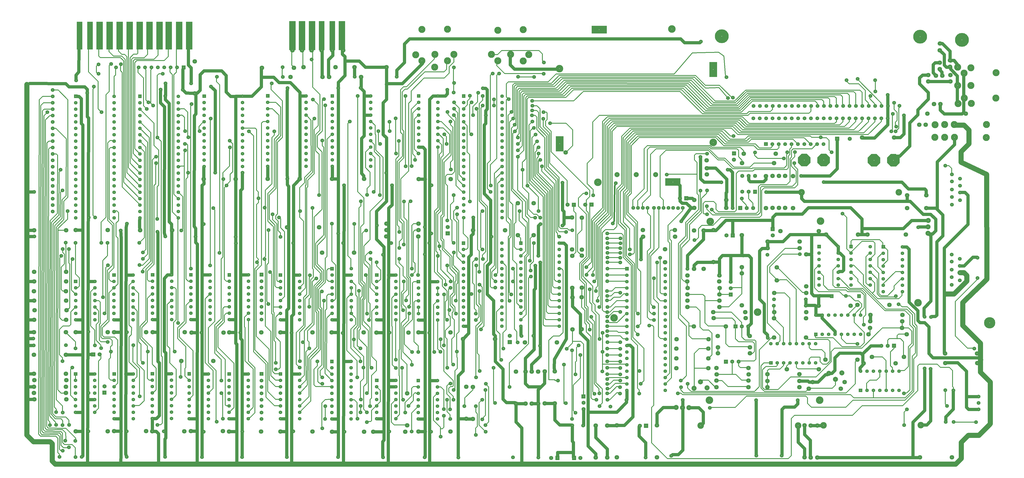
<source format=gbr>
%FSLAX34Y34*%
%MOMM*%
%LNCOPPER_BOTTOM*%
G71*
G01*
%ADD10C, 1.500*%
%ADD11C, 4.500*%
%ADD12C, 5.500*%
%ADD13C, 2.000*%
%ADD14C, 0.300*%
%ADD15C, 1.300*%
%ADD16C, 0.700*%
%ADD17C, 2.000*%
%ADD18C, 3.000*%
%ADD19C, 1.800*%
%ADD20C, 1.600*%
%ADD21C, 1.520*%
%ADD22C, 1.400*%
%ADD23C, 1.640*%
%ADD24C, 2.600*%
%ADD25C, 2.000*%
%ADD26C, 2.800*%
%ADD27C, 1.520*%
%ADD28C, 2.800*%
%ADD29R, 2.500X11.100*%
%ADD30R, 2.300X11.100*%
%ADD31C, 1.800*%
%ADD32R, 2.500X11.500*%
%ADD33R, 2.300X11.500*%
%ADD34C, 3.000*%
%ADD35C, 5.500*%
%LPD*%
X159550Y258050D02*
G54D10*
D03*
X172550Y282850D02*
G54D10*
D03*
X197050Y296550D02*
G54D10*
D03*
X182350Y322450D02*
G54D10*
D03*
X221850Y321450D02*
G54D10*
D03*
X121750Y384250D02*
G54D10*
D03*
X145950Y384950D02*
G54D10*
D03*
X171450Y384150D02*
G54D10*
D03*
X197550Y384950D02*
G54D10*
D03*
X172150Y434850D02*
G54D10*
D03*
X146150Y435750D02*
G54D10*
D03*
X426050Y360250D02*
G54D10*
D03*
X273550Y359550D02*
G54D10*
D03*
X223250Y257850D02*
G54D10*
D03*
X247650Y258450D02*
G54D10*
D03*
X426350Y258450D02*
G54D10*
D03*
X578750Y258450D02*
G54D10*
D03*
X171250Y638250D02*
G54D10*
D03*
X210650Y612850D02*
G54D10*
D03*
X56950Y701450D02*
G54D10*
D03*
X55850Y728650D02*
G54D10*
D03*
X184650Y702050D02*
G54D10*
D03*
X223350Y688950D02*
G54D10*
D03*
X300050Y701550D02*
G54D10*
D03*
X325050Y690150D02*
G54D10*
D03*
X363650Y676750D02*
G54D10*
D03*
X351050Y714550D02*
G54D10*
D03*
X491050Y632150D02*
G54D10*
D03*
X452450Y702250D02*
G54D10*
D03*
X509750Y676650D02*
G54D10*
D03*
X273650Y755050D02*
G54D10*
D03*
X427450Y753250D02*
G54D10*
D03*
X477650Y499050D02*
G54D10*
D03*
X547850Y385750D02*
G54D10*
D03*
X573250Y360250D02*
G54D10*
D03*
X731550Y358450D02*
G54D10*
D03*
X725550Y257550D02*
G54D10*
D03*
X884550Y257750D02*
G54D10*
D03*
X885350Y358950D02*
G54D10*
D03*
X783250Y397950D02*
G54D10*
D03*
X808150Y409850D02*
G54D10*
D03*
X1087650Y359550D02*
G54D10*
D03*
X1062050Y257150D02*
G54D10*
D03*
X1265650Y257750D02*
G54D10*
D03*
X1290350Y358550D02*
G54D10*
D03*
X1202550Y371450D02*
G54D10*
D03*
X1213650Y409450D02*
G54D10*
D03*
X1214250Y459950D02*
G54D10*
D03*
X1444150Y256950D02*
G54D10*
D03*
X1608750Y256250D02*
G54D10*
D03*
X1557550Y358750D02*
G54D10*
D03*
X1468750Y359050D02*
G54D10*
D03*
X1672350Y339050D02*
G54D10*
D03*
X1634550Y358150D02*
G54D10*
D03*
X1379550Y396450D02*
G54D10*
D03*
X1342450Y410050D02*
G54D10*
D03*
X1353950Y435150D02*
G54D10*
D03*
X1379850Y434950D02*
G54D10*
D03*
X1392650Y459850D02*
G54D10*
D03*
X1354850Y460850D02*
G54D10*
D03*
X1355950Y486150D02*
G54D10*
D03*
X1532350Y434150D02*
G54D10*
D03*
X1544850Y460350D02*
G54D10*
D03*
X1523850Y485550D02*
G54D10*
D03*
X1742950Y256050D02*
G54D10*
D03*
X1709750Y447250D02*
G54D10*
D03*
X1685450Y447950D02*
G54D10*
D03*
X1698150Y485250D02*
G54D10*
D03*
X1723050Y485550D02*
G54D10*
D03*
X1724150Y524450D02*
G54D10*
D03*
X1850950Y358650D02*
G54D10*
D03*
X1850050Y384550D02*
G54D10*
D03*
X1710850Y408850D02*
G54D10*
D03*
X1959350Y256250D02*
G54D10*
D03*
X2060450Y256050D02*
G54D10*
D03*
X617050Y676450D02*
G54D10*
D03*
X723250Y752250D02*
G54D10*
D03*
X630450Y790250D02*
G54D10*
D03*
X337850Y828450D02*
G54D10*
D03*
X332150Y892250D02*
G54D10*
D03*
X988350Y865550D02*
G54D10*
D03*
X1150850Y854450D02*
G54D10*
D03*
X1209750Y879250D02*
G54D10*
D03*
X1125750Y714250D02*
G54D10*
D03*
X1150650Y689350D02*
G54D10*
D03*
X1113750Y638150D02*
G54D10*
D03*
X1183050Y637750D02*
G54D10*
D03*
X1202850Y574350D02*
G54D10*
D03*
X1202650Y548950D02*
G54D10*
D03*
X1113050Y613050D02*
G54D10*
D03*
X1018050Y631550D02*
G54D10*
D03*
X1018350Y606650D02*
G54D10*
D03*
X801950Y561850D02*
G54D10*
D03*
X802250Y511850D02*
G54D10*
D03*
X640850Y575450D02*
G54D10*
D03*
X1080850Y751250D02*
G54D10*
D03*
X877350Y752150D02*
G54D10*
D03*
X1284150Y750450D02*
G54D10*
D03*
X1380450Y827650D02*
G54D10*
D03*
X1387750Y802250D02*
G54D10*
D03*
X1327850Y724650D02*
G54D10*
D03*
X1469050Y752050D02*
G54D10*
D03*
X1354350Y688950D02*
G54D10*
D03*
X1535250Y879450D02*
G54D10*
D03*
X1547650Y854050D02*
G54D10*
D03*
X1547850Y827950D02*
G54D10*
D03*
X1523950Y840950D02*
G54D10*
D03*
X1627550Y751450D02*
G54D10*
D03*
X1698150Y802850D02*
G54D10*
D03*
X1733350Y827350D02*
G54D10*
D03*
X1707550Y841350D02*
G54D10*
D03*
X1732850Y879050D02*
G54D10*
D03*
X1672350Y725850D02*
G54D10*
D03*
X1684950Y701450D02*
G54D10*
D03*
X1672150Y675350D02*
G54D10*
D03*
X1646850Y674650D02*
G54D10*
D03*
X1583550Y675250D02*
G54D10*
D03*
X1559050Y675050D02*
G54D10*
D03*
X1379650Y511250D02*
G54D10*
D03*
X1341850Y574350D02*
G54D10*
D03*
X1354650Y637750D02*
G54D10*
D03*
X1365950Y613250D02*
G54D10*
D03*
X1398650Y612150D02*
G54D10*
D03*
X1494650Y644050D02*
G54D10*
D03*
X1494750Y611550D02*
G54D10*
D03*
X1519450Y612250D02*
G54D10*
D03*
X1558150Y624250D02*
G54D10*
D03*
X1736750Y676450D02*
G54D10*
D03*
X1698750Y612150D02*
G54D10*
D03*
X1722850Y625150D02*
G54D10*
D03*
X1812550Y345850D02*
G54D10*
D03*
X1766750Y459750D02*
G54D10*
D03*
X1711250Y549450D02*
G54D10*
D03*
X1685350Y422150D02*
G54D10*
D03*
X1827250Y599350D02*
G54D10*
D03*
X1882250Y612050D02*
G54D10*
D03*
X1913150Y643650D02*
G54D10*
D03*
X1921450Y688350D02*
G54D10*
D03*
X1812550Y827150D02*
G54D10*
D03*
X1812650Y802050D02*
G54D10*
D03*
X1832550Y764750D02*
G54D10*
D03*
X1946350Y877950D02*
G54D10*
D03*
X2040950Y739050D02*
G54D10*
D03*
X1993050Y738650D02*
G54D10*
D03*
X1978050Y712650D02*
G54D10*
D03*
X1945650Y536350D02*
G54D10*
D03*
X1850744Y524038D02*
G54D10*
D03*
X1852156Y549025D02*
G54D10*
D03*
X1837650Y485450D02*
G54D10*
D03*
X1888550Y472550D02*
G54D10*
D03*
X2066850Y699250D02*
G54D10*
D03*
X2030350Y974250D02*
G54D10*
D03*
X2029550Y998750D02*
G54D10*
D03*
X2026150Y1037450D02*
G54D10*
D03*
X2048450Y1017950D02*
G54D10*
D03*
X2059950Y1056450D02*
G54D10*
D03*
X2067750Y1030650D02*
G54D10*
D03*
X2042850Y1107350D02*
G54D10*
D03*
X1953050Y903150D02*
G54D10*
D03*
X1959750Y955050D02*
G54D10*
D03*
X1959650Y1005950D02*
G54D10*
D03*
X1889550Y930250D02*
G54D10*
D03*
X1889750Y955150D02*
G54D10*
D03*
X1890550Y980350D02*
G54D10*
D03*
X1794350Y904850D02*
G54D10*
D03*
X1826950Y917050D02*
G54D10*
D03*
X1826250Y942150D02*
G54D10*
D03*
X1825550Y993150D02*
G54D10*
D03*
X1840150Y1044350D02*
G54D10*
D03*
X1838350Y1082550D02*
G54D10*
D03*
X1813650Y1044150D02*
G54D10*
D03*
X1813650Y1018950D02*
G54D10*
D03*
X1685750Y903850D02*
G54D10*
D03*
X1692450Y942750D02*
G54D10*
D03*
X1711950Y954750D02*
G54D10*
D03*
X1711350Y929950D02*
G54D10*
D03*
X1698750Y1018550D02*
G54D10*
D03*
X1725350Y1070050D02*
G54D10*
D03*
X1724250Y1108250D02*
G54D10*
D03*
X1667550Y1094750D02*
G54D10*
D03*
X1661750Y1057150D02*
G54D10*
D03*
X1609550Y1062750D02*
G54D10*
D03*
X1582550Y980450D02*
G54D10*
D03*
X1558550Y980850D02*
G54D10*
D03*
X1525750Y954850D02*
G54D10*
D03*
X1558450Y1005550D02*
G54D10*
D03*
X1508250Y1044550D02*
G54D10*
D03*
X1348350Y917550D02*
G54D10*
D03*
X1375650Y980950D02*
G54D10*
D03*
X1418350Y1031450D02*
G54D10*
D03*
X1393650Y1044150D02*
G54D10*
D03*
X1394250Y1069650D02*
G54D10*
D03*
X1443650Y1060850D02*
G54D10*
D03*
X1201150Y915750D02*
G54D10*
D03*
X1179350Y966850D02*
G54D10*
D03*
X1153650Y979350D02*
G54D10*
D03*
X1087950Y1107550D02*
G54D10*
D03*
X1285750Y1107950D02*
G54D10*
D03*
X1476450Y1107650D02*
G54D10*
D03*
X1508450Y1088050D02*
G54D10*
D03*
X1526350Y1101650D02*
G54D10*
D03*
X1627350Y1107450D02*
G54D10*
D03*
X1635050Y1146050D02*
G54D10*
D03*
X1610150Y1171150D02*
G54D10*
D03*
X1240750Y1184250D02*
G54D10*
D03*
X1266250Y1145350D02*
G54D10*
D03*
X1329550Y1184050D02*
G54D10*
D03*
X1377450Y1157350D02*
G54D10*
D03*
X1419650Y1177850D02*
G54D10*
D03*
X1114750Y1234550D02*
G54D10*
D03*
X1163850Y1247150D02*
G54D10*
D03*
X1190250Y1298350D02*
G54D10*
D03*
X1356150Y1273150D02*
G54D10*
D03*
X1380350Y1298550D02*
G54D10*
D03*
X1406450Y1310850D02*
G54D10*
D03*
X1431650Y1298450D02*
G54D10*
D03*
X1479150Y1337050D02*
G54D10*
D03*
X1636450Y1336850D02*
G54D10*
D03*
X1552950Y1273150D02*
G54D10*
D03*
X1527250Y1272550D02*
G54D10*
D03*
X1724484Y1298115D02*
G54D10*
D03*
X1737450Y1247850D02*
G54D10*
D03*
X1737750Y1222050D02*
G54D10*
D03*
X1456750Y1386450D02*
G54D10*
D03*
X1289150Y1336950D02*
G54D10*
D03*
X943850Y1031150D02*
G54D10*
D03*
X994850Y992650D02*
G54D10*
D03*
X972950Y1043950D02*
G54D10*
D03*
X794850Y1068650D02*
G54D10*
D03*
X757350Y1018650D02*
G54D10*
D03*
X681050Y1006250D02*
G54D10*
D03*
X859850Y1106950D02*
G54D10*
D03*
X858750Y1131750D02*
G54D10*
D03*
X700050Y1133350D02*
G54D10*
D03*
X1036350Y1132150D02*
G54D10*
D03*
X989650Y1159050D02*
G54D10*
D03*
X1030450Y1209050D02*
G54D10*
D03*
X1005550Y1221850D02*
G54D10*
D03*
X973950Y1248150D02*
G54D10*
D03*
X949150Y1285750D02*
G54D10*
D03*
X770350Y1246450D02*
G54D10*
D03*
X731850Y1182950D02*
G54D10*
D03*
X643192Y1157876D02*
G54D10*
D03*
X579350Y1133950D02*
G54D10*
D03*
X547850Y1152450D02*
G54D10*
D03*
X547750Y1203450D02*
G54D10*
D03*
X476550Y1108350D02*
G54D10*
D03*
X426750Y1184350D02*
G54D10*
D03*
X402297Y1157835D02*
G54D10*
D03*
X490750Y1070450D02*
G54D10*
D03*
X490550Y1045150D02*
G54D10*
D03*
X477450Y1020350D02*
G54D10*
D03*
X490150Y994150D02*
G54D10*
D03*
X351450Y1019250D02*
G54D10*
D03*
X211650Y1044050D02*
G54D10*
D03*
X166750Y1056450D02*
G54D10*
D03*
X172450Y1083450D02*
G54D10*
D03*
X184050Y1108950D02*
G54D10*
D03*
X196950Y1083450D02*
G54D10*
D03*
X222850Y1108250D02*
G54D10*
D03*
X325450Y1108550D02*
G54D10*
D03*
X350350Y1108750D02*
G54D10*
D03*
X59450Y1133450D02*
G54D10*
D03*
X59145Y1310493D02*
G54D10*
D03*
X192092Y1234735D02*
G54D10*
D03*
X171144Y1316987D02*
G54D10*
D03*
X163644Y1399192D02*
G54D10*
D03*
X111350Y1627750D02*
G54D10*
D03*
X326450Y1627750D02*
G54D10*
D03*
X269750Y1703250D02*
G54D10*
D03*
X225350Y1753750D02*
G54D10*
D03*
X295650Y1728950D02*
G54D10*
D03*
X314350Y1779850D02*
G54D10*
D03*
X314150Y1817150D02*
G54D10*
D03*
X364850Y1818650D02*
G54D10*
D03*
X384350Y1805350D02*
G54D10*
D03*
X403150Y1817950D02*
G54D10*
D03*
X275245Y1209382D02*
G54D10*
D03*
X300792Y1209335D02*
G54D10*
D03*
X512250Y1666150D02*
G54D10*
D03*
X530908Y1653292D02*
G54D10*
D03*
X505750Y1640350D02*
G54D10*
D03*
X547956Y1526745D02*
G54D10*
D03*
X543150Y1450434D02*
G54D10*
D03*
X543150Y1424887D02*
G54D10*
D03*
X569050Y1780150D02*
G54D10*
D03*
X580650Y1741850D02*
G54D10*
D03*
X561250Y1717150D02*
G54D10*
D03*
X649350Y1716650D02*
G54D10*
D03*
X579650Y1691850D02*
G54D10*
D03*
X681650Y1742050D02*
G54D10*
D03*
X784250Y1767750D02*
G54D10*
D03*
X760650Y1729250D02*
G54D10*
D03*
X683602Y1659992D02*
G54D10*
D03*
X759750Y1602050D02*
G54D10*
D03*
X715650Y1551650D02*
G54D10*
D03*
X658050Y1551950D02*
G54D10*
D03*
X671150Y1527250D02*
G54D10*
D03*
X657750Y1500950D02*
G54D10*
D03*
X658350Y1475850D02*
G54D10*
D03*
X670050Y1386850D02*
G54D10*
D03*
X835550Y1513550D02*
G54D10*
D03*
X835650Y1487450D02*
G54D10*
D03*
X1045150Y1806050D02*
G54D10*
D03*
X1160750Y1836150D02*
G54D10*
D03*
X1046350Y1766950D02*
G54D10*
D03*
X1001950Y1741950D02*
G54D10*
D03*
X1064750Y1722750D02*
G54D10*
D03*
X1266050Y1723450D02*
G54D10*
D03*
X1331250Y1768350D02*
G54D10*
D03*
X911650Y1551550D02*
G54D10*
D03*
X1012450Y1551550D02*
G54D10*
D03*
X1209250Y1678950D02*
G54D10*
D03*
X1165550Y1677450D02*
G54D10*
D03*
X1214950Y1654150D02*
G54D10*
D03*
X1171450Y1602350D02*
G54D10*
D03*
X1202328Y1514720D02*
G54D10*
D03*
X1355350Y1723550D02*
G54D10*
D03*
X1343050Y1691850D02*
G54D10*
D03*
X1497750Y1767550D02*
G54D10*
D03*
X1533150Y1691950D02*
G54D10*
D03*
X1494250Y1602550D02*
G54D10*
D03*
X1469550Y1589550D02*
G54D10*
D03*
X1425050Y1551850D02*
G54D10*
D03*
X1470450Y1552450D02*
G54D10*
D03*
X1432050Y1501250D02*
G54D10*
D03*
X1506750Y1513450D02*
G54D10*
D03*
X1495250Y1463350D02*
G54D10*
D03*
X1584650Y1463250D02*
G54D10*
D03*
X1570650Y1438150D02*
G54D10*
D03*
X1557850Y1413050D02*
G54D10*
D03*
X1534050Y1412550D02*
G54D10*
D03*
X1713050Y1399650D02*
G54D10*
D03*
X1696550Y1501350D02*
G54D10*
D03*
X1686750Y1539350D02*
G54D10*
D03*
X1711650Y1590450D02*
G54D10*
D03*
X1699650Y1628150D02*
G54D10*
D03*
X1724750Y1615450D02*
G54D10*
D03*
X1725550Y1641150D02*
G54D10*
D03*
X1726050Y1666750D02*
G54D10*
D03*
X1724550Y1704950D02*
G54D10*
D03*
X1699150Y1716650D02*
G54D10*
D03*
X1726150Y1743150D02*
G54D10*
D03*
X2043750Y1766850D02*
G54D10*
D03*
X2081150Y1779650D02*
G54D10*
D03*
X2082150Y1825050D02*
G54D10*
D03*
X1979950Y1767850D02*
G54D10*
D03*
X1904150Y1780250D02*
G54D10*
D03*
X1878750Y1780250D02*
G54D10*
D03*
X2107250Y1583050D02*
G54D10*
D03*
X2080550Y1627250D02*
G54D10*
D03*
X2079950Y1601550D02*
G54D10*
D03*
X1942250Y1678850D02*
G54D10*
D03*
X2036150Y1671950D02*
G54D10*
D03*
X2036350Y1653050D02*
G54D10*
D03*
X2035950Y1634450D02*
G54D10*
D03*
X2035250Y1614650D02*
G54D10*
D03*
X2036450Y1589950D02*
G54D10*
D03*
X2042350Y1564750D02*
G54D10*
D03*
X2049650Y1538850D02*
G54D10*
D03*
X2055350Y1511150D02*
G54D10*
D03*
X2060850Y1487950D02*
G54D10*
D03*
X2061550Y1463250D02*
G54D10*
D03*
X2067550Y1437750D02*
G54D10*
D03*
X2074850Y1412150D02*
G54D10*
D03*
X1997450Y1398750D02*
G54D10*
D03*
X1979450Y1450350D02*
G54D10*
D03*
X1978850Y1475650D02*
G54D10*
D03*
X1979450Y1501350D02*
G54D10*
D03*
X1978850Y1526450D02*
G54D10*
D03*
X1967050Y1551550D02*
G54D10*
D03*
X1966150Y1577150D02*
G54D10*
D03*
X1960350Y1602250D02*
G54D10*
D03*
X1954050Y1628450D02*
G54D10*
D03*
X1725250Y1805550D02*
G54D10*
D03*
X1839050Y1691950D02*
G54D10*
D03*
X1884350Y1678150D02*
G54D10*
D03*
X1884150Y1653350D02*
G54D10*
D03*
X1839350Y1653550D02*
G54D10*
D03*
X1814550Y1640850D02*
G54D10*
D03*
X1795250Y1666350D02*
G54D10*
D03*
X1851650Y1614350D02*
G54D10*
D03*
X1801250Y1615350D02*
G54D10*
D03*
X1794450Y1539450D02*
G54D10*
D03*
X2017150Y1335550D02*
G54D10*
D03*
X1871150Y1336050D02*
G54D10*
D03*
X1870750Y1311150D02*
G54D10*
D03*
X1838250Y1234550D02*
G54D10*
D03*
X1801750Y1208850D02*
G54D10*
D03*
X1788850Y1273050D02*
G54D10*
D03*
X1699150Y1196950D02*
G54D10*
D03*
X1874250Y1132650D02*
G54D10*
D03*
X2061050Y1234650D02*
G54D10*
D03*
X2067950Y1208550D02*
G54D10*
D03*
X2068450Y1182850D02*
G54D10*
D03*
X2143650Y1132750D02*
G54D10*
D03*
X2047850Y1208450D02*
G54D10*
D03*
X275150Y512050D02*
G54D10*
D03*
X822350Y1335950D02*
G54D10*
D03*
X809750Y1361450D02*
G54D10*
D03*
X777250Y1386950D02*
G54D10*
D03*
X885850Y1386550D02*
G54D10*
D03*
X2436950Y1247150D02*
G54D10*
D03*
X2455950Y1246850D02*
G54D10*
D03*
X2474950Y1247150D02*
G54D10*
D03*
X2493850Y1247150D02*
G54D10*
D03*
X2519550Y1247150D02*
G54D10*
D03*
X2538650Y1247150D02*
G54D10*
D03*
X2557550Y1247150D02*
G54D10*
D03*
X2576650Y1246850D02*
G54D10*
D03*
X2595450Y1246850D02*
G54D10*
D03*
X2614650Y1246750D02*
G54D10*
D03*
X2633750Y1247550D02*
G54D10*
D03*
X2729750Y1221650D02*
G54D10*
D03*
X2748450Y1240350D02*
G54D10*
D03*
X2728850Y1253850D02*
G54D10*
D03*
X2729750Y1316650D02*
G54D10*
D03*
X2703950Y1316250D02*
G54D10*
D03*
X2834750Y1532250D02*
G54D10*
D03*
X2920450Y1467550D02*
G54D10*
D03*
X3193550Y1349450D02*
G54D10*
D03*
X3076650Y1425050D02*
G54D10*
D03*
X3034550Y1443450D02*
G54D10*
D03*
X3048250Y1468550D02*
G54D10*
D03*
X3078650Y1469150D02*
G54D10*
D03*
X3103350Y1373850D02*
G54D10*
D03*
X3267350Y1224350D02*
G54D10*
D03*
X3180950Y1527350D02*
G54D10*
D03*
X2964750Y1310050D02*
G54D10*
D03*
X2867950Y1284750D02*
G54D10*
D03*
X2831450Y1246450D02*
G54D10*
D03*
X3480650Y1570150D02*
G54D10*
D03*
X3461550Y1551250D02*
G54D10*
D03*
X3478750Y1551150D02*
G54D10*
D03*
X3283750Y1754550D02*
G54D10*
D03*
X2806850Y1766450D02*
G54D10*
D03*
X2813050Y1683550D02*
G54D10*
D03*
X2832450Y1684750D02*
G54D10*
D03*
X3327450Y1759250D02*
G54D10*
D03*
X3397450Y1754350D02*
G54D10*
D03*
X3378750Y1692050D02*
G54D10*
D03*
X3397850Y1709750D02*
G54D10*
D03*
X3447250Y1696250D02*
G54D10*
D03*
X3472950Y1664850D02*
G54D10*
D03*
X3493350Y1652850D02*
G54D10*
D03*
X3467750Y1620650D02*
G54D10*
D03*
X3511850Y1614950D02*
G54D10*
D03*
X2278250Y1297550D02*
G54D10*
D03*
X2250650Y1304750D02*
G54D10*
D03*
X2155750Y1176750D02*
G54D10*
D03*
X2170050Y1151350D02*
G54D10*
D03*
X2194750Y1158350D02*
G54D10*
D03*
X2251450Y981350D02*
G54D10*
D03*
X2250950Y1011750D02*
G54D10*
D03*
X2334150Y955650D02*
G54D10*
D03*
X2276950Y980850D02*
G54D10*
D03*
X2264450Y923450D02*
G54D10*
D03*
X2288750Y917150D02*
G54D10*
D03*
X2302950Y459750D02*
G54D10*
D03*
X2295950Y878250D02*
G54D10*
D03*
X2270250Y814750D02*
G54D10*
D03*
X2264450Y763750D02*
G54D10*
D03*
X2303750Y726450D02*
G54D10*
D03*
X2226950Y662750D02*
G54D10*
D03*
X2194450Y681950D02*
G54D10*
D03*
X2172850Y687850D02*
G54D10*
D03*
X2220250Y701050D02*
G54D10*
D03*
X2162150Y624750D02*
G54D10*
D03*
X2207450Y586250D02*
G54D10*
D03*
X2169350Y471950D02*
G54D10*
D03*
X2315150Y751150D02*
G54D10*
D03*
X2314950Y675350D02*
G54D10*
D03*
X2314150Y598250D02*
G54D10*
D03*
X2302850Y510650D02*
G54D10*
D03*
X2346350Y458450D02*
G54D10*
D03*
X2283350Y509350D02*
G54D10*
D03*
X2290550Y485550D02*
G54D10*
D03*
X2207850Y433950D02*
G54D10*
D03*
X2195050Y383650D02*
G54D10*
D03*
X2194350Y409350D02*
G54D10*
D03*
X2238250Y382550D02*
G54D10*
D03*
X2486550Y255950D02*
G54D10*
D03*
X2588150Y262950D02*
G54D10*
D03*
X2334950Y485350D02*
G54D10*
D03*
X2925450Y263250D02*
G54D10*
D03*
X3026450Y263450D02*
G54D10*
D03*
X2740650Y453050D02*
G54D10*
D03*
X3523350Y447550D02*
G54D10*
D03*
X3512250Y384650D02*
G54D10*
D03*
X3797850Y396650D02*
G54D10*
D03*
X3708450Y397350D02*
G54D10*
D03*
X3677550Y397150D02*
G54D10*
D03*
X3682850Y460650D02*
G54D10*
D03*
X3707950Y522550D02*
G54D10*
D03*
X3675550Y523450D02*
G54D10*
D03*
X3617750Y608350D02*
G54D10*
D03*
X3593450Y609850D02*
G54D10*
D03*
X3619250Y813950D02*
G54D10*
D03*
X3593950Y814650D02*
G54D10*
D03*
X3851960Y790499D02*
G54D11*
D03*
X3790950Y688050D02*
G54D10*
D03*
X2333850Y612450D02*
G54D10*
D03*
X1813038Y574344D02*
G54D10*
D03*
X2333750Y739044D02*
G54D10*
D03*
X3676000Y1415200D02*
G54D10*
D03*
X1811944Y459938D02*
G54D10*
D03*
X2333450Y586500D02*
G54D10*
D03*
X2333850Y567438D02*
G54D10*
D03*
X2334150Y548087D02*
G54D10*
D03*
X2334450Y529338D02*
G54D10*
D03*
X2334150Y510838D02*
G54D10*
D03*
X2138300Y561756D02*
G54D10*
D03*
X2334150Y688756D02*
G54D10*
D03*
X2333850Y663056D02*
G54D10*
D03*
X2333550Y637356D02*
G54D10*
D03*
X1507950Y1151750D02*
G54D10*
D03*
X1311750Y1590050D02*
G54D10*
D03*
X1063750Y1362550D02*
G54D10*
D03*
X3224450Y1468350D02*
G54D10*
D03*
X3803850Y1049450D02*
G54D10*
D03*
X3803750Y968850D02*
G54D10*
D03*
X3741892Y1914034D02*
G54D12*
D03*
X2282250Y955150D02*
G54D10*
D03*
X2334150Y1145650D02*
G54D10*
D03*
X2334240Y1126450D02*
G54D10*
D03*
X2335050Y1107850D02*
G54D10*
D03*
X2334450Y1087750D02*
G54D10*
D03*
X2334750Y1068950D02*
G54D10*
D03*
X2334750Y1050050D02*
G54D10*
D03*
X2334350Y1031250D02*
G54D10*
D03*
X2334350Y1005850D02*
G54D10*
D03*
X2333550Y980450D02*
G54D10*
D03*
X2302150Y853650D02*
G54D10*
D03*
X2332950Y916850D02*
G54D10*
D03*
X2333950Y897950D02*
G54D10*
D03*
X2332950Y879550D02*
G54D10*
D03*
X2334250Y853650D02*
G54D10*
D03*
X2333950Y833150D02*
G54D10*
D03*
X2333550Y815350D02*
G54D10*
D03*
X2333750Y796750D02*
G54D10*
D03*
X2333950Y777050D02*
G54D10*
D03*
X2334150Y758050D02*
G54D10*
D03*
X2334250Y713950D02*
G54D10*
D03*
X2730050Y1462250D02*
G54D10*
D03*
X2704050Y1449650D02*
G54D10*
D03*
X2705550Y1907350D02*
G54D10*
D03*
X1985681Y1234666D02*
G54D10*
D03*
X1788450Y1692750D02*
G54D10*
D03*
X1839850Y1722450D02*
G54D10*
D03*
X1821650Y1704450D02*
G54D10*
D03*
X1837850Y407750D02*
G54D10*
D03*
X2355950Y1185650D02*
G54D10*
D03*
X2627650Y1193650D02*
G54D10*
D03*
X3568550Y1170050D02*
G54D10*
D03*
X3090050Y483950D02*
G54D10*
D03*
X2924650Y483950D02*
G54D10*
D03*
X2633950Y484750D02*
G54D10*
D03*
X2410350Y484350D02*
G54D10*
D03*
X2679750Y1119450D02*
G54D10*
D03*
X2386050Y1126250D02*
G54D10*
D03*
X2386050Y1106450D02*
G54D10*
D03*
X2385050Y1087550D02*
G54D10*
D03*
X2385550Y1068750D02*
G54D10*
D03*
X2385050Y1049450D02*
G54D10*
D03*
X2385550Y1030150D02*
G54D10*
D03*
X2423650Y1081750D02*
G54D10*
D03*
X2423250Y1062450D02*
G54D10*
D03*
X2467650Y1042150D02*
G54D10*
D03*
X2543950Y1049450D02*
G54D10*
D03*
X2532350Y1030150D02*
G54D10*
D03*
X2651750Y1004950D02*
G54D10*
D03*
X2518850Y967450D02*
G54D10*
D03*
X2385150Y910250D02*
G54D10*
D03*
X2385150Y833750D02*
G54D10*
D03*
X2455450Y827450D02*
G54D10*
D03*
X2455150Y776550D02*
G54D10*
D03*
X2455150Y744550D02*
G54D10*
D03*
X2385450Y713450D02*
G54D10*
D03*
X2518550Y852850D02*
G54D10*
D03*
X2519150Y827450D02*
G54D10*
D03*
X2518850Y801950D02*
G54D10*
D03*
X2500850Y780250D02*
G54D10*
D03*
X2385450Y687950D02*
G54D10*
D03*
X2385150Y662550D02*
G54D10*
D03*
X2385150Y637150D02*
G54D10*
D03*
X2385450Y611750D02*
G54D10*
D03*
X2385150Y585950D02*
G54D10*
D03*
X2461450Y599150D02*
G54D10*
D03*
X2385150Y561150D02*
G54D10*
D03*
X2384850Y535150D02*
G54D10*
D03*
X2384550Y509950D02*
G54D10*
D03*
X2467150Y548550D02*
G54D10*
D03*
X2461150Y509750D02*
G54D10*
D03*
X2625950Y561150D02*
G54D10*
D03*
X2652850Y548550D02*
G54D10*
D03*
X2627150Y535450D02*
G54D10*
D03*
X2613950Y510250D02*
G54D10*
D03*
X3098050Y1063450D02*
G54D10*
D03*
X2969550Y1061050D02*
G54D10*
D03*
X3122250Y883750D02*
G54D10*
D03*
X2995650Y883750D02*
G54D10*
D03*
X2995150Y858650D02*
G54D10*
D03*
X3122250Y859050D02*
G54D10*
D03*
X2971550Y731050D02*
G54D10*
D03*
X3511650Y510250D02*
G54D10*
D03*
X3327050Y706950D02*
G54D10*
D03*
X3490350Y864850D02*
G54D10*
D03*
X3479650Y896950D02*
G54D10*
D03*
X3281550Y897550D02*
G54D10*
D03*
G36*
X3217450Y904550D02*
X3232450Y904550D01*
X3232450Y889550D01*
X3217450Y889550D01*
X3217450Y904550D01*
G37*
G36*
X3325850Y904350D02*
X3340850Y904350D01*
X3340850Y889350D01*
X3325850Y889350D01*
X3325850Y904350D01*
G37*
X2373150Y1379750D02*
G54D13*
D03*
X2449150Y1379750D02*
G54D13*
D03*
X2525950Y1379350D02*
G54D13*
D03*
X2569850Y1379750D02*
G54D10*
D03*
X2367750Y1345150D02*
G54D10*
D03*
X2156350Y1347250D02*
G54D10*
D03*
X2811950Y1398450D02*
G54D10*
D03*
X2786950Y1348450D02*
G54D10*
D03*
G54D14*
X132150Y1715550D02*
X154150Y1715550D01*
X192750Y1676950D01*
X192550Y1289250D01*
X176350Y1273150D01*
X176350Y1200650D01*
X147350Y1170750D01*
X146550Y485550D01*
X171350Y460950D01*
X171824Y443730D01*
X172050Y434950D01*
X172150Y434850D01*
G54D14*
X132150Y1690150D02*
X92950Y1690150D01*
X79150Y1676350D01*
X76650Y348950D01*
X84150Y340550D01*
X144850Y340550D01*
X152950Y332050D01*
X152950Y275550D01*
X158450Y270050D01*
X158450Y259150D01*
X159550Y258050D01*
G54D14*
X132150Y1664750D02*
X96250Y1664750D01*
X85450Y1653950D01*
X83350Y354750D01*
X89650Y346750D01*
X151950Y347250D01*
X159250Y339650D01*
X159250Y288650D01*
X163950Y283950D01*
X171450Y283950D01*
X172550Y282850D01*
G54D14*
X132150Y1639350D02*
X98650Y1639350D01*
X91750Y1632450D01*
X89250Y361850D01*
X96450Y353050D01*
X160150Y353350D01*
X165650Y345150D01*
X165650Y304250D01*
X175350Y294550D01*
X195050Y294550D01*
X197050Y296550D01*
G54D14*
X111350Y1627750D02*
X111350Y1626750D01*
X98050Y1613450D01*
X95550Y366450D01*
X102250Y359750D01*
X165650Y359250D01*
X171850Y352550D01*
X171850Y315850D01*
X179150Y307550D01*
X209550Y307550D01*
X222550Y294550D01*
X222550Y258550D01*
X223250Y257850D01*
G54D14*
X132150Y1613950D02*
X121350Y1613950D01*
X104050Y1596650D01*
X102050Y373450D01*
X108850Y365950D01*
X171650Y366450D01*
X184550Y353850D01*
X184800Y330400D01*
X182350Y322450D01*
G54D14*
X132150Y1512350D02*
X116850Y1512350D01*
X109950Y1505450D01*
X108450Y380350D01*
X113950Y372350D01*
X184750Y372050D01*
X223850Y332950D01*
X223850Y323450D01*
X221850Y321450D01*
G54D14*
X132150Y1486950D02*
X122650Y1486950D01*
X116250Y1480550D01*
X114750Y404650D01*
X121350Y395750D01*
X121350Y384650D01*
X121750Y384250D01*
G54D14*
X132150Y1563150D02*
X145150Y1563150D01*
X186750Y1521550D01*
X186250Y1295250D01*
X169350Y1279350D01*
X169350Y1205450D01*
X141150Y1177250D01*
X139150Y456150D01*
X146650Y446850D01*
X146650Y436250D01*
X146150Y435750D01*
G54D14*
X132150Y1461550D02*
X146650Y1461550D01*
X151650Y1456550D01*
X150850Y1225250D01*
X122250Y1196350D01*
X120550Y420550D01*
X144750Y395550D01*
X144950Y385950D01*
X145950Y384950D01*
G54D14*
X163644Y1399192D02*
X163644Y1395544D01*
X157550Y1389450D01*
X157350Y1218250D01*
X127650Y1188550D01*
X126650Y428150D01*
X142450Y409950D01*
X166150Y410250D01*
X172450Y401850D01*
X171950Y384650D01*
X171450Y384150D01*
G54D14*
X171144Y1316987D02*
X170787Y1316987D01*
X163950Y1310150D01*
X162950Y1211850D01*
X134350Y1183650D01*
X132850Y430050D01*
X146050Y416350D01*
X184850Y416350D01*
X197250Y404250D01*
X197250Y385250D01*
X197550Y384950D01*
G54D14*
X192092Y1234735D02*
X191592Y1202492D01*
X153850Y1165950D01*
X152850Y525050D01*
X165550Y511650D01*
X185300Y512075D01*
G54D14*
X166750Y1056450D02*
X166750Y1055550D01*
X160350Y1049150D01*
X160350Y811150D01*
X170150Y801350D01*
X183850Y801350D01*
X185450Y802950D01*
G54D14*
X185650Y1158450D02*
X153750Y1158450D01*
G54D14*
X295650Y1728950D02*
X295650Y1722150D01*
X292750Y1719250D01*
X292750Y1217377D01*
X300792Y1209335D01*
G54D14*
X326450Y1627750D02*
X325850Y1627750D01*
X312650Y1640950D01*
X312650Y1749150D01*
X274350Y1787450D01*
X274350Y1927129D01*
X281553Y1934332D01*
G54D14*
X314150Y1817150D02*
X312850Y1817150D01*
X306150Y1810450D01*
X306150Y1785250D01*
X307650Y1783750D01*
X310450Y1783750D01*
X314350Y1779850D01*
G54D14*
X364850Y1818650D02*
X362750Y1818650D01*
X357150Y1813050D01*
X357150Y1709250D01*
X344550Y1696650D01*
X344550Y1210150D01*
X324650Y1190250D01*
X324650Y1109350D01*
X325450Y1108550D01*
G54D14*
X172450Y1083450D02*
X172450Y1069950D01*
X178650Y1063750D01*
X178650Y1024850D01*
X166050Y1012250D01*
X166050Y923150D01*
X171950Y917250D01*
X183850Y917250D01*
X185050Y916050D01*
G54D14*
X184050Y1108950D02*
X184050Y1100150D01*
X185050Y1099150D01*
X185050Y994050D01*
X185850Y993250D01*
G54D14*
X196950Y1083450D02*
X196950Y1027750D01*
X200250Y1024450D01*
X200250Y850650D01*
X196450Y846850D01*
X193050Y846850D01*
X187150Y840950D01*
G54D14*
X211650Y1044050D02*
X211650Y1040950D01*
X206950Y1036250D01*
X206950Y920850D01*
X223550Y904250D01*
G54D14*
X222850Y1108250D02*
X222850Y984450D01*
X238150Y969150D01*
X238150Y936250D01*
X232250Y930350D01*
X224250Y930350D01*
X223550Y929650D01*
G54D14*
X223550Y853450D02*
X223350Y853450D01*
X204050Y834150D01*
X204050Y783950D01*
X198550Y778450D01*
X173250Y778450D01*
X159750Y764950D01*
X159750Y663650D01*
X171050Y652350D01*
X171050Y638450D01*
X171250Y638250D01*
G54D14*
X223350Y688950D02*
X223350Y715750D01*
X189000Y747850D01*
X185150Y753950D01*
G54D14*
X376650Y1690350D02*
X376650Y1769250D01*
X382150Y1774750D01*
X382150Y1803150D01*
X384350Y1805350D01*
G54D14*
X376650Y1512550D02*
X370650Y1512550D01*
X368150Y1515050D01*
X360450Y1515050D01*
X350650Y1505250D01*
X350650Y1197150D01*
X369150Y1178650D01*
X369150Y1018950D01*
X349950Y999750D01*
X349950Y803550D01*
X324050Y777650D01*
X324050Y734150D01*
X330150Y728050D01*
X361250Y728050D01*
X368450Y720850D01*
X368450Y702350D01*
X361950Y695850D01*
X361950Y678450D01*
X363650Y676750D01*
G54D14*
X299750Y878850D02*
X315050Y878850D01*
X321050Y872850D01*
X321050Y787750D01*
X318150Y784850D01*
X318150Y721550D01*
X324050Y715650D01*
X349950Y715650D01*
X351050Y714550D01*
G54D14*
X299750Y853450D02*
X299850Y853450D01*
X314550Y838750D01*
X314550Y793550D01*
X305150Y784150D01*
X305150Y721250D01*
X324050Y702350D01*
X324050Y691150D01*
X325050Y690150D01*
G54D14*
X299750Y929650D02*
X298350Y929650D01*
X283050Y914350D01*
X283050Y778050D01*
X299050Y762050D01*
X299050Y702550D01*
X300050Y701550D01*
G54D14*
X350350Y1108750D02*
X350350Y1057550D01*
X331150Y1038350D01*
X331150Y893250D01*
X332150Y892250D01*
G54D14*
X351450Y1019250D02*
X351450Y1018450D01*
X343450Y1010450D01*
X343450Y835450D01*
X343150Y835150D01*
X343150Y833750D01*
X337850Y828450D01*
G54D14*
X376650Y1487150D02*
X361950Y1487150D01*
X356750Y1481950D01*
X356750Y1202750D01*
X375350Y1184150D01*
X375350Y1009550D01*
X355850Y990050D01*
X355850Y963650D01*
X364550Y954950D01*
X375550Y954950D01*
X375850Y955250D01*
G54D14*
X376650Y1233150D02*
X381450Y1233150D01*
X384050Y1235750D01*
X387050Y1235750D01*
X393850Y1228950D01*
X393850Y1196250D01*
X384350Y1186750D01*
X384350Y1134250D01*
X391250Y1127350D01*
X391250Y945250D01*
X375850Y929850D01*
G54D14*
X375850Y929850D02*
X375250Y929850D01*
X355850Y910450D01*
X355850Y797250D01*
X330150Y771550D01*
X330150Y740950D01*
X336950Y734150D01*
X378550Y734150D01*
X390550Y722150D01*
X390550Y550950D01*
X376550Y536950D01*
G54D14*
X363650Y676750D02*
X363650Y668550D01*
X362350Y667250D01*
X362350Y652350D01*
X355850Y645850D01*
X355850Y569850D01*
X362650Y563050D01*
X375850Y563050D01*
X376550Y562350D01*
G54D14*
X318350Y665350D02*
X318350Y664550D01*
X324050Y658850D01*
X324050Y648550D01*
X314250Y638750D01*
X314250Y451650D01*
X304250Y441650D01*
X304250Y439850D01*
X299550Y435150D01*
G54D14*
X319753Y1934332D02*
X319753Y1885853D01*
X315450Y1881550D01*
X315450Y1850350D01*
X321550Y1844250D01*
X401250Y1844250D01*
X414450Y1831050D01*
X414450Y1348450D01*
X478950Y1283950D01*
G54D14*
X403150Y1817950D02*
X403150Y1811650D01*
X401350Y1809850D01*
X401350Y1792150D01*
X408350Y1785150D01*
X408350Y1330150D01*
X473550Y1264950D01*
X473550Y1263950D01*
X478950Y1258550D01*
G54D14*
X359440Y1934332D02*
X359440Y1884640D01*
X356350Y1881550D01*
X356350Y1867950D01*
X374050Y1850250D01*
X406950Y1850250D01*
X420550Y1836650D01*
X420550Y1367950D01*
X472550Y1315950D01*
X472550Y1315750D01*
X478950Y1309350D01*
G54D14*
X399128Y1934332D02*
X399128Y1886428D01*
X394250Y1881550D01*
X394250Y1869450D01*
X406850Y1856850D01*
X417450Y1856850D01*
X427050Y1847250D01*
X427050Y1386650D01*
X478950Y1334750D01*
G54D14*
X438815Y1934332D02*
X438815Y1888715D01*
X432650Y1882550D01*
X432650Y1406450D01*
X478950Y1360150D01*
G54D14*
X478503Y1934332D02*
X478503Y1888003D01*
X470550Y1880050D01*
X470550Y1860950D01*
X466950Y1857350D01*
X453350Y1857350D01*
X439650Y1843650D01*
X439650Y1424850D01*
X478950Y1385550D01*
G54D14*
X518190Y1934332D02*
X518190Y1890890D01*
X508850Y1881550D01*
X508850Y1856750D01*
X495750Y1843650D01*
X451750Y1843650D01*
X445750Y1837650D01*
X445750Y1444150D01*
X478950Y1410950D01*
G54D14*
X557878Y1934332D02*
X557878Y1889078D01*
X550350Y1881550D01*
X550350Y1853350D01*
X534650Y1837650D01*
X458950Y1837650D01*
X452350Y1831050D01*
X452350Y1462950D01*
X478950Y1436350D01*
G54D14*
X594390Y1934332D02*
X594390Y1880690D01*
X591750Y1878050D01*
X591750Y1848250D01*
X575550Y1832050D01*
X466350Y1832050D01*
X458350Y1824050D01*
X458350Y1482350D01*
X478950Y1461750D01*
G54D14*
X473650Y1805250D02*
X473650Y1801054D01*
X471517Y1798921D01*
X471517Y1784783D01*
X493350Y1762950D01*
X493350Y1652750D01*
X505750Y1640350D01*
G54D14*
X499050Y1805250D02*
X499050Y1799550D01*
X502850Y1795750D01*
X502850Y1675550D01*
X512250Y1666150D01*
G54D14*
X524450Y1805250D02*
X524450Y1797450D01*
X521850Y1794850D01*
X521850Y1662350D01*
X530908Y1653292D01*
G54D14*
X569050Y1780150D02*
X554550Y1780150D01*
X547450Y1773050D01*
X547450Y1527250D01*
X547956Y1526745D01*
G54D14*
X478950Y1639550D02*
X479050Y1639550D01*
X534950Y1583650D01*
X534950Y1495250D01*
X553650Y1476550D01*
X553650Y1337450D01*
X547050Y1330850D01*
X547050Y1204150D01*
X547750Y1203450D01*
G54D14*
X478950Y1588750D02*
X479350Y1588750D01*
X522050Y1546050D01*
X522050Y1035650D01*
X489950Y1003550D01*
X489950Y994350D01*
X490150Y994150D01*
G54D14*
X478950Y1563350D02*
X478950Y1563150D01*
X515650Y1526450D01*
X515650Y1045350D01*
X489950Y1019650D01*
X478150Y1019650D01*
X477450Y1020350D01*
G54D14*
X478950Y1537950D02*
X479650Y1537950D01*
X509250Y1508350D01*
X509250Y1063850D01*
X490550Y1045150D01*
G54D14*
X478950Y1512550D02*
X479150Y1512550D01*
X502850Y1488850D01*
X502850Y1082550D01*
X490750Y1070450D01*
G54D14*
X478950Y1487150D02*
X479350Y1487150D01*
X496650Y1469850D01*
X496650Y1128450D01*
X476550Y1108350D01*
G54D14*
X547956Y1526745D02*
X547956Y1526244D01*
X563050Y1511150D01*
X563050Y660750D01*
X567950Y655850D01*
X567950Y391950D01*
X562150Y386150D01*
X548250Y386150D01*
X547850Y385750D01*
G54D14*
X543150Y1450434D02*
X540934Y1450434D01*
X528050Y1437550D01*
X528050Y1029150D01*
X502750Y1003850D01*
X502750Y800950D01*
X479450Y777650D01*
X479450Y727950D01*
X508350Y699050D01*
X508350Y678050D01*
X509750Y676650D01*
X509750Y670350D01*
X508050Y668650D01*
X508050Y570350D01*
X515450Y562950D01*
X528050Y562950D01*
X528150Y563050D01*
G54D14*
X543150Y1424887D02*
X543150Y1418050D01*
X541050Y1415950D01*
X541050Y1342250D01*
X534850Y1336050D01*
X534850Y1022750D01*
X508750Y996650D01*
X508750Y962350D01*
X514750Y956350D01*
X528650Y956350D01*
X529150Y955850D01*
G54D14*
X452050Y929850D02*
X473750Y908150D01*
X473750Y715050D01*
X482950Y705850D01*
X482950Y640250D01*
X491050Y632150D01*
G54D14*
X452050Y955250D02*
X450850Y955250D01*
X435750Y940150D01*
X435750Y781550D01*
X445350Y771950D01*
X445150Y744050D01*
X435950Y733950D01*
X435950Y635350D01*
X467050Y604250D01*
X467050Y576650D01*
X452750Y562350D01*
G54D14*
X529150Y905050D02*
X525250Y905050D01*
X508550Y888350D01*
X508550Y793950D01*
X486150Y771550D01*
X486150Y733750D01*
X527650Y692250D01*
X527650Y626350D01*
X543350Y610650D01*
X543350Y525050D01*
X535250Y516950D01*
X532850Y516950D01*
X528150Y512250D01*
G54D14*
X452050Y853650D02*
X452150Y853650D01*
X467950Y837850D01*
X467950Y628950D01*
X495650Y601250D01*
X495650Y481450D01*
X476550Y462350D01*
X454350Y462350D01*
X452750Y460750D01*
G54D14*
X452450Y702250D02*
X452450Y694050D01*
X451150Y692750D01*
X451150Y635650D01*
X476750Y610050D01*
X476750Y499950D01*
X477650Y499050D01*
G54D14*
X635665Y1934332D02*
X635665Y1893365D01*
X623550Y1881250D01*
X623550Y1807750D01*
X626050Y1805250D01*
G54D14*
X600650Y1805250D02*
X600650Y1799350D01*
X597950Y1796650D01*
X597950Y1786450D01*
X607850Y1776550D01*
X607850Y1231250D01*
X631350Y1207750D01*
G54D14*
X626050Y1805250D02*
X626050Y1799850D01*
X623250Y1797050D01*
X623250Y1786150D01*
X613650Y1776550D01*
X613650Y1301650D01*
X631350Y1283950D01*
G54D14*
X631350Y1639550D02*
X638550Y1639550D01*
X640350Y1641350D01*
X654850Y1641350D01*
X668650Y1627550D01*
X668650Y1529750D01*
X671150Y1527250D01*
G54D14*
X631350Y1614150D02*
X638350Y1614150D01*
X640150Y1615950D01*
X646650Y1615950D01*
X655350Y1607250D01*
X655350Y1554650D01*
X658050Y1551950D01*
G54D14*
X683602Y1659992D02*
X683602Y1654202D01*
X680450Y1651050D01*
X680450Y1006850D01*
X681050Y1006250D01*
G54D14*
X657750Y1500950D02*
X664750Y1500950D01*
X668650Y1497050D01*
X668650Y1388250D01*
X670050Y1386850D01*
G54D14*
X658350Y1475850D02*
X658350Y1470250D01*
X655050Y1466950D01*
X655050Y797250D01*
X628850Y771050D01*
X628850Y727950D01*
X660650Y696150D01*
X660650Y613050D01*
X657650Y610050D01*
X657650Y579050D01*
X667750Y568950D01*
X668150Y568950D01*
X674450Y562650D01*
G54D14*
X670050Y1386850D02*
X670050Y1380250D01*
X668450Y1378650D01*
X668450Y1368750D01*
X661550Y1361850D01*
X661550Y965050D01*
X670250Y956350D01*
X680650Y956350D01*
X681050Y955950D01*
G54D14*
X631350Y1410950D02*
X637650Y1410950D01*
X639650Y1412950D01*
X655150Y1412950D01*
G54D14*
X631350Y1309350D02*
X631750Y1309350D01*
X648650Y1292450D01*
X648650Y1163334D01*
X643192Y1157876D01*
G54D14*
X631350Y1207750D02*
X631350Y1201950D01*
X629750Y1200350D01*
X629750Y790950D01*
X630450Y790250D01*
G54D14*
X605350Y930450D02*
X617150Y930450D01*
X622850Y924750D01*
X622850Y802850D01*
X612950Y792950D01*
X612950Y680550D01*
X617050Y676450D01*
G54D14*
X605350Y879650D02*
X603750Y879650D01*
X587550Y863450D01*
X587550Y699650D01*
X597450Y689750D01*
X597450Y631950D01*
X623050Y606350D01*
X623050Y503950D01*
X611550Y492450D01*
X609950Y492450D01*
X604350Y486850D01*
G54D14*
X681050Y879750D02*
X680850Y879750D01*
X661350Y860250D01*
X661350Y790950D01*
X635250Y764850D01*
X635250Y734450D01*
X689850Y679850D01*
X689850Y503350D01*
X679950Y493450D01*
X679950Y491950D01*
X674450Y486450D01*
G54D14*
X642850Y639450D02*
X642850Y630750D01*
X641250Y629150D01*
X641250Y575850D01*
X640850Y575450D01*
G54D14*
X784250Y1767750D02*
X784250Y1761650D01*
X782350Y1759750D01*
X782350Y1748650D01*
X795550Y1735450D01*
X795550Y1069350D01*
X794850Y1068650D01*
G54D14*
X733950Y1589450D02*
X730950Y1589450D01*
X719850Y1578350D01*
X719850Y1576850D01*
X713550Y1570550D01*
X713550Y1553750D01*
X715650Y1551650D01*
G54D14*
X759750Y1602050D02*
X759750Y1596350D01*
X757850Y1594450D01*
X757850Y1019150D01*
X757350Y1018650D01*
G54D14*
X835550Y1513550D02*
X835550Y1513150D01*
X846750Y1501950D01*
X846750Y1390650D01*
X836850Y1380750D01*
X836850Y1353050D01*
X827950Y1344150D01*
X827950Y1341550D01*
X822350Y1335950D01*
G54D14*
X835650Y1487450D02*
X835650Y1480150D01*
X834150Y1478650D01*
X834150Y1412950D01*
X808450Y1387250D01*
X808450Y1362750D01*
X809750Y1361450D01*
G54D14*
X809750Y1361450D02*
X809750Y1354450D01*
X808450Y1353150D01*
X808450Y1051350D01*
X801250Y1044150D01*
X801250Y807350D01*
X776150Y782250D01*
X776150Y670150D01*
X800950Y645350D01*
X800950Y562850D01*
X801950Y561850D01*
G54D14*
X822350Y1335950D02*
X814450Y1328050D01*
X814450Y963350D01*
X821950Y955850D01*
X833450Y955850D01*
X833650Y955650D01*
G54D14*
X770350Y1246450D02*
X770350Y1245750D01*
X776150Y1239950D01*
X776150Y796650D01*
X750650Y771150D01*
X750650Y631850D01*
X781450Y601050D01*
X781450Y399750D01*
X783250Y397950D01*
G54D14*
X833650Y854050D02*
X813850Y854050D01*
X807850Y848050D01*
X807850Y800250D01*
X782050Y774450D01*
X782050Y680450D01*
X817150Y645350D01*
X817150Y465150D01*
X820450Y461850D01*
X831650Y461850D01*
X832950Y460550D01*
G54D14*
X802250Y511850D02*
X802250Y509950D01*
X806950Y505250D01*
X806950Y411050D01*
X808150Y409850D01*
G54D14*
X757250Y905150D02*
X756850Y905150D01*
X737450Y885750D01*
X737450Y632850D01*
X768950Y601350D01*
X768950Y530150D01*
X750650Y511850D01*
G54D14*
X833650Y828650D02*
X821350Y828650D01*
X814150Y821450D01*
X814150Y794250D01*
X788350Y768450D01*
X788350Y693650D01*
X851850Y630150D01*
X851850Y454350D01*
X838950Y441450D01*
X838950Y441150D01*
X832950Y435150D01*
G54D14*
X1045150Y1806050D02*
X1045150Y1798850D01*
X1043750Y1797450D01*
X1043750Y1769550D01*
X1046350Y1766950D01*
G54D14*
X1001950Y1741950D02*
X1001950Y1736450D01*
X999750Y1734250D01*
X999750Y1716950D01*
X1044050Y1672650D01*
X1044050Y1527050D01*
X1025250Y1508250D01*
X1025250Y1223250D01*
X1018350Y1216350D01*
X1018350Y1203750D01*
X1027650Y1194450D01*
X1027650Y1156950D01*
X1036550Y1148050D01*
X1036550Y1132350D01*
X1036350Y1132150D01*
G54D14*
X986350Y1666750D02*
X1018450Y1666750D01*
X1037750Y1647450D01*
X1037750Y1533050D01*
X1018650Y1513950D01*
X1018650Y1324450D01*
X992550Y1298350D01*
X992550Y1201450D01*
X1015050Y1178950D01*
X1015050Y937050D01*
X1021350Y930750D01*
X1035550Y930750D01*
X1036450Y929850D01*
G54D14*
X986350Y1641350D02*
X1004950Y1641350D01*
X1030850Y1615450D01*
X1030850Y1539050D01*
X1012050Y1520250D01*
X1012050Y1329850D01*
X986850Y1304650D01*
X986850Y1194250D01*
X1008750Y1172350D01*
X1008750Y834050D01*
X1011150Y831650D01*
X1011150Y720550D01*
X1017150Y714550D01*
X1017150Y632450D01*
X1018050Y631550D01*
G54D14*
X1036450Y853650D02*
X1008950Y853650D01*
G54D14*
X986350Y1590550D02*
X967950Y1590550D01*
X961350Y1583950D01*
X961350Y1019750D01*
X941050Y999450D01*
X941050Y737150D01*
X991950Y686250D01*
X991950Y562750D01*
X1017250Y537450D01*
X1035950Y537450D01*
X1036550Y536850D01*
G54D14*
X886350Y1564050D02*
X936450Y1564050D01*
X942150Y1558350D01*
X942150Y1317450D01*
X948650Y1310950D01*
X948650Y1286250D01*
X949150Y1285750D01*
G54D14*
X1012450Y1551550D02*
X1012450Y1536250D01*
X1002750Y1526550D01*
X1002750Y1342950D01*
X976950Y1317150D01*
X976950Y1251150D01*
X973950Y1248150D01*
G54D14*
X911650Y1551550D02*
X911650Y1551350D01*
X929750Y1533250D01*
X929750Y675650D01*
X979050Y626350D01*
X979050Y495750D01*
X1013150Y461650D01*
X1035550Y461650D01*
X1036550Y460650D01*
G54D14*
X949150Y1285750D02*
X949150Y1268550D01*
X941750Y1261150D01*
X941750Y1051250D01*
X948650Y1044350D01*
X948650Y1040850D01*
X947050Y1039250D01*
X947050Y1034350D01*
X943850Y1031150D01*
G54D14*
X973950Y1248150D02*
X973950Y1243450D01*
X977450Y1239950D01*
X977450Y1054750D01*
X974450Y1051750D01*
X974450Y1045450D01*
X972950Y1043950D01*
G54D14*
X1005550Y1221850D02*
X1005550Y1200750D01*
X1022150Y1184150D01*
X1022150Y959050D01*
X1025850Y955350D01*
X1036350Y955350D01*
X1036450Y955250D01*
G54D14*
X1030450Y1209050D02*
X1032550Y1209050D01*
X1037350Y1204250D01*
X1037350Y1168250D01*
X1052750Y1152850D01*
X1052750Y895350D01*
X1036450Y879050D01*
G54D14*
X989650Y1159050D02*
X989650Y1028450D01*
X982250Y1021050D01*
X982250Y875550D01*
X984850Y872950D01*
X984850Y869050D01*
X988350Y865550D01*
G54D14*
X943850Y1031150D02*
X943850Y1028450D01*
X947750Y1024550D01*
X947750Y1019050D01*
X935050Y1006350D01*
X935050Y683250D01*
X986150Y632150D01*
X986150Y518150D01*
X1017550Y486750D01*
X1035850Y486750D01*
X1036550Y486050D01*
G54D14*
X972950Y1043950D02*
X972950Y1040050D01*
X976950Y1036050D01*
X976950Y778250D01*
X998850Y756350D01*
X998850Y580950D01*
X1017050Y562750D01*
X1036050Y562750D01*
X1036550Y562250D01*
G54D14*
X994850Y992650D02*
X995250Y992650D01*
X1002350Y985550D01*
X1002350Y827250D01*
X1005050Y824550D01*
X1005050Y597550D01*
X1014250Y588350D01*
X1035850Y588350D01*
X1036550Y587650D01*
G54D14*
X1036450Y828250D02*
X1032050Y828250D01*
X1017750Y813950D01*
X1017750Y733950D01*
X1036150Y715550D01*
X1036150Y612950D01*
X1030650Y607450D01*
X1019150Y607450D01*
X1018350Y606650D01*
G54D14*
X909850Y828650D02*
X893750Y812550D01*
X893750Y774750D01*
X896550Y771950D01*
X896550Y639650D01*
X928550Y607650D01*
X928550Y455350D01*
X914750Y441550D01*
X914750Y440750D01*
X909150Y435150D01*
G54D14*
X909850Y803250D02*
X909850Y638650D01*
X935250Y613250D01*
X935250Y433550D01*
X916350Y414650D01*
X914050Y414650D01*
X909150Y409750D01*
G54D14*
X1085813Y1874323D02*
X1085813Y1868613D01*
X1081650Y1864450D01*
X1081650Y1814050D01*
X1089650Y1806050D01*
G54D14*
X1123913Y1874323D02*
X1123913Y1866087D01*
X1125550Y1864450D01*
X1125550Y1808450D01*
X1128050Y1805950D01*
G54D14*
X1162013Y1874323D02*
X1162013Y1867887D01*
X1164450Y1865450D01*
X1164450Y1839850D01*
X1160750Y1836150D01*
G54D14*
X1160750Y1836150D02*
X1160750Y1831250D01*
X1164450Y1827550D01*
X1164450Y1726550D01*
X1193250Y1697750D01*
X1193250Y1555350D01*
X1176550Y1538650D01*
X1176550Y1473450D01*
X1189650Y1460350D01*
X1189650Y1298950D01*
X1190250Y1298350D01*
G54D14*
X1214950Y1654150D02*
X1214950Y1130050D01*
X1183150Y1098250D01*
X1183150Y1024450D01*
X1207850Y999750D01*
X1207850Y955250D01*
X1182150Y929550D01*
X1182150Y841150D01*
X1188650Y834650D01*
X1188650Y689050D01*
X1150350Y650750D01*
X1150350Y498250D01*
X1112750Y460650D01*
G54D14*
X1165550Y1677450D02*
X1166050Y1677450D01*
X1186650Y1656850D01*
X1186650Y1573950D01*
X1170550Y1557850D01*
X1170550Y1382650D01*
X1145250Y1357350D01*
X1145250Y1331050D01*
X1141250Y1327050D01*
X1141250Y904350D01*
X1128050Y891150D01*
X1128050Y780550D01*
X1099750Y752250D01*
X1099750Y626350D01*
X1113050Y613050D01*
G54D14*
X1209250Y1678950D02*
X1206250Y1678950D01*
X1202350Y1675050D01*
X1202350Y1552250D01*
X1183150Y1533050D01*
X1183150Y1488150D01*
X1201850Y1469450D01*
X1201850Y1241650D01*
X1170650Y1210450D01*
X1170650Y1012350D01*
X1195150Y987850D01*
X1195150Y962550D01*
X1169850Y937250D01*
X1169850Y784350D01*
X1144150Y758650D01*
X1144150Y720450D01*
X1149950Y714650D01*
X1149950Y690050D01*
X1150650Y689350D01*
G54D14*
X1171450Y1602350D02*
X1171050Y1602350D01*
X1164350Y1595650D01*
X1164350Y1388550D01*
X1137950Y1362150D01*
X1137950Y1338050D01*
X1135950Y1336050D01*
X1135950Y928650D01*
X1117350Y910050D01*
X1117350Y909150D01*
X1112650Y904450D01*
G54D14*
X1138750Y1615950D02*
X1139750Y1615950D01*
X1158150Y1595350D01*
X1158550Y1394450D01*
X1132050Y1368350D01*
X1132050Y1346950D01*
X1113050Y1327950D01*
X1113050Y1236250D01*
X1114750Y1234550D01*
G54D14*
X1202328Y1514720D02*
X1202328Y1494272D01*
X1208750Y1487850D01*
X1208750Y1139650D01*
X1176050Y1106950D01*
X1176050Y1020150D01*
X1201350Y994850D01*
X1201350Y959050D01*
X1176050Y933750D01*
X1176050Y835650D01*
X1181850Y829850D01*
X1181850Y695550D01*
X1144550Y658250D01*
X1143750Y543350D01*
X1124350Y522450D01*
X1123750Y522450D01*
X1112750Y511450D01*
G54D14*
X1242550Y1539550D02*
X1240950Y1539550D01*
X1221150Y1519750D01*
X1221150Y1054350D01*
X1214550Y1047750D01*
X1214550Y950850D01*
X1188550Y924850D01*
X1188550Y848550D01*
X1195550Y842350D01*
X1195150Y683950D01*
X1156650Y645450D01*
X1156650Y480550D01*
X1118450Y442350D01*
X1118450Y440950D01*
X1112750Y435250D01*
G54D14*
X1163850Y1247150D02*
X1163850Y1006750D01*
X1167150Y1003450D01*
X1167150Y972350D01*
X1156950Y962150D01*
X1156950Y891350D01*
X1150350Y884750D01*
X1150350Y854950D01*
X1150850Y854450D01*
G54D14*
X1114750Y1234550D02*
X1114750Y1228450D01*
X1113050Y1226750D01*
X1113050Y1210350D01*
X1128550Y1194850D01*
X1128550Y946950D01*
X1118050Y936450D01*
X1118050Y935250D01*
X1112650Y929850D01*
G54D14*
X1240750Y1184250D02*
X1240750Y1035650D01*
X1255850Y1020550D01*
X1255850Y887450D01*
X1250934Y879598D01*
X1241350Y878750D01*
G54D14*
X1241350Y1005750D02*
X1226250Y1005750D01*
X1220750Y999550D01*
X1220750Y962150D01*
X1228550Y955150D01*
X1241150Y955150D01*
X1241350Y954950D01*
G54D14*
X1201150Y915750D02*
X1198910Y915750D01*
X1195122Y911963D01*
X1195122Y853178D01*
X1200950Y847350D01*
X1200950Y623150D01*
X1185050Y607250D01*
X1185050Y557350D01*
X1192350Y550050D01*
X1201550Y550050D01*
X1202650Y548950D01*
G54D14*
X1241350Y904150D02*
X1226250Y904150D01*
X1220050Y897950D01*
X1220050Y847050D01*
X1214150Y840350D01*
X1213750Y589150D01*
X1235250Y567650D01*
X1235250Y566750D01*
X1240750Y561250D01*
G54D14*
X1153650Y979350D02*
X1153650Y973650D01*
X1150750Y970750D01*
X1150750Y902150D01*
X1134450Y885850D01*
X1134450Y775350D01*
X1112650Y753550D01*
X1112650Y639250D01*
X1113750Y638150D01*
G54D14*
X1179350Y966850D02*
X1176150Y966850D01*
X1163250Y953950D01*
X1163250Y790950D01*
X1131350Y759050D01*
X1131350Y719850D01*
X1125750Y714250D01*
X1126250Y714250D01*
X1131650Y708850D01*
X1131650Y582650D01*
X1117350Y568350D01*
X1117350Y566850D01*
X1112750Y562250D01*
G54D14*
X1150650Y689350D02*
X1150650Y689250D01*
X1137550Y675750D01*
X1137950Y563450D01*
X1117650Y542750D01*
X1117650Y541750D01*
X1112750Y536850D01*
G54D14*
X1209750Y879250D02*
X1209750Y872150D01*
X1207950Y870350D01*
X1207950Y614250D01*
X1194350Y600650D01*
X1194350Y582850D01*
X1202850Y574350D01*
G54D14*
X1183050Y637750D02*
X1183050Y620150D01*
X1169450Y606550D01*
X1169450Y544650D01*
X1176050Y538050D01*
X1238550Y538050D01*
X1240750Y535850D01*
G54D14*
X1241350Y827950D02*
X1238350Y827950D01*
X1220450Y809250D01*
X1219650Y607750D01*
X1240750Y586650D01*
G54D14*
X1240750Y485050D02*
X1232550Y486650D01*
X1214150Y485850D01*
X1200950Y472250D01*
X1200950Y381650D01*
X1202550Y371450D01*
G54D14*
X1214250Y459950D02*
X1214250Y410050D01*
X1213650Y409450D01*
G54D14*
X1316950Y485050D02*
X1329850Y485050D01*
X1340650Y474250D01*
X1340650Y411850D01*
X1342450Y410050D01*
G54D14*
X1354850Y460850D02*
X1354850Y436050D01*
X1353950Y435150D01*
G54D14*
X1343050Y1691850D02*
X1343050Y1311850D01*
X1367450Y1287450D01*
X1367450Y1184650D01*
X1355050Y1172250D01*
X1355050Y952050D01*
X1367150Y939950D01*
X1367150Y889050D01*
X1360850Y882750D01*
X1360850Y784350D01*
X1385750Y759450D01*
X1385750Y517350D01*
X1379650Y511250D01*
G54D14*
X1311750Y1590050D02*
X1311350Y1590050D01*
X1304050Y1582750D01*
X1304050Y1057150D01*
X1316550Y1044650D01*
X1316550Y1006750D01*
X1317550Y1005750D01*
G54D14*
X1329550Y1184050D02*
X1329550Y1069550D01*
X1329050Y1069050D01*
G54D14*
X1394950Y1590350D02*
X1396950Y1590350D01*
X1412650Y1574650D01*
X1412650Y1539950D01*
X1415350Y1537250D01*
X1415350Y1476950D01*
X1444150Y1448150D01*
X1444150Y1285150D01*
X1392750Y1233750D01*
X1392750Y1121350D01*
X1367450Y1096050D01*
X1367450Y1027150D01*
X1386550Y1008050D01*
X1386550Y873050D01*
X1392350Y867250D01*
X1392350Y813150D01*
X1389650Y810450D01*
X1389650Y804150D01*
X1387750Y802250D01*
G54D14*
X1425050Y1551850D02*
X1425050Y1508250D01*
X1432050Y1501250D01*
G54D14*
X1394950Y1514150D02*
X1394950Y1513350D01*
X1409550Y1498750D01*
X1409550Y1471150D01*
X1430950Y1449750D01*
X1430950Y1299150D01*
X1431650Y1298450D01*
G54D14*
X1394950Y1488750D02*
X1393750Y1488750D01*
X1374150Y1469150D01*
X1374150Y1407650D01*
X1392750Y1389050D01*
X1392750Y1336050D01*
X1380750Y1324050D01*
X1380750Y1298950D01*
X1380350Y1298550D01*
G54D14*
X1394950Y1463350D02*
X1394950Y1463150D01*
X1411850Y1446250D01*
X1411850Y1316250D01*
X1406450Y1310850D01*
G54D14*
X1356150Y1273150D02*
X1356150Y1255050D01*
X1348450Y1247350D01*
X1348450Y946550D01*
X1360850Y934150D01*
X1360850Y896750D01*
X1353850Y889750D01*
X1353850Y766450D01*
X1348050Y760650D01*
X1348050Y727550D01*
X1379950Y695650D01*
X1379950Y551250D01*
X1366750Y538050D01*
X1366750Y448050D01*
X1379850Y434950D01*
G54D14*
X1377450Y1157350D02*
X1372050Y1157350D01*
X1361250Y1146550D01*
X1361250Y958250D01*
X1372950Y946550D01*
X1372950Y887050D01*
X1367150Y881250D01*
X1367150Y797450D01*
X1392750Y771850D01*
X1392750Y618050D01*
X1398650Y612150D01*
G54D14*
X1394250Y1069650D02*
X1385550Y1069650D01*
X1373750Y1057850D01*
X1373750Y1038350D01*
X1392750Y1019350D01*
X1392750Y930450D01*
X1418950Y904250D01*
G54D14*
X1393650Y1044150D02*
X1393650Y1043850D01*
X1399450Y1038050D01*
X1399450Y949150D01*
X1418950Y929650D01*
G54D14*
X1418350Y1031450D02*
X1418350Y1016050D01*
X1434450Y999950D01*
X1434450Y963750D01*
X1427450Y956750D01*
X1420650Y956750D01*
X1418950Y955050D01*
G54D14*
X1375650Y980950D02*
X1375650Y977350D01*
X1379950Y973050D01*
X1379950Y828150D01*
X1380450Y827650D01*
G54D14*
X1317550Y954950D02*
X1319850Y954950D01*
X1335250Y939550D01*
X1335250Y901050D01*
X1341850Y894450D01*
X1341850Y777850D01*
X1328150Y764150D01*
X1328150Y724950D01*
X1327850Y724650D01*
G54D14*
X1348350Y917550D02*
X1348350Y773750D01*
X1341450Y766850D01*
X1341450Y699850D01*
X1346450Y694850D01*
X1348450Y694850D01*
X1354350Y688950D01*
G54D14*
X1317550Y929550D02*
X1317550Y904150D01*
X1315250Y904150D01*
X1299750Y888650D01*
X1299750Y681250D01*
X1341050Y639950D01*
X1341050Y575150D01*
X1341850Y574350D01*
G54D14*
X1317550Y853350D02*
X1317550Y826950D01*
X1334850Y809650D01*
X1334850Y784350D01*
X1315750Y765250D01*
X1315750Y690150D01*
X1353050Y652850D01*
X1353050Y639350D01*
X1354650Y637750D01*
G54D14*
X1327850Y724650D02*
X1327850Y695950D01*
X1366750Y657050D01*
X1366750Y614050D01*
X1365950Y613250D01*
G54D14*
X1418950Y853450D02*
X1416050Y853450D01*
X1399050Y836450D01*
X1399050Y657050D01*
X1417650Y638450D01*
X1417650Y601450D01*
X1398250Y582050D01*
X1398250Y492450D01*
X1392050Y486250D01*
X1392050Y460450D01*
X1392650Y459850D01*
G54D14*
X1365950Y613250D02*
X1365950Y605350D01*
X1366750Y604550D01*
X1366750Y570350D01*
X1353850Y557450D01*
X1353850Y488250D01*
X1355950Y486150D01*
G54D14*
X1418950Y536750D02*
X1433250Y522450D01*
X1433250Y477750D01*
X1423150Y467650D01*
X1423150Y464750D01*
X1418950Y460550D01*
G54D14*
X1418950Y460550D02*
X1416050Y460550D01*
X1398250Y442750D01*
X1398250Y402650D01*
X1394750Y399150D01*
X1382250Y399150D01*
X1379550Y396450D01*
G54D14*
X1725250Y1805550D02*
X1725250Y1797750D01*
X1723550Y1796050D01*
X1723550Y1745750D01*
X1726150Y1743150D01*
X1726150Y1736350D01*
X1723950Y1734150D01*
X1723950Y1705550D01*
X1724550Y1704950D01*
G54D14*
X1533150Y1691950D02*
X1533150Y1413450D01*
X1534050Y1412550D01*
G54D14*
X1585550Y1666250D02*
X1583650Y1666250D01*
X1555450Y1638050D01*
X1555450Y1415450D01*
X1557850Y1413050D01*
G54D14*
X1585550Y1640850D02*
X1578850Y1640850D01*
X1561650Y1623650D01*
X1561650Y1461350D01*
X1570950Y1452050D01*
X1570950Y1438450D01*
X1570650Y1438150D01*
G54D14*
X1469550Y1589550D02*
X1469550Y1553350D01*
X1470450Y1552450D01*
G54D14*
X1494250Y1602550D02*
X1494250Y1464350D01*
X1495250Y1463350D01*
G54D14*
X1506750Y1513450D02*
X1506750Y1453550D01*
X1494750Y1441550D01*
X1494750Y1022750D01*
X1510250Y1007250D01*
X1510250Y685850D01*
X1507150Y682750D01*
X1507150Y581250D01*
X1509550Y578850D01*
X1509550Y426750D01*
X1499050Y416250D01*
X1499050Y413650D01*
X1495150Y409750D01*
G54D14*
X1585550Y1615450D02*
X1583450Y1615450D01*
X1568650Y1600650D01*
X1568650Y1480450D01*
X1578750Y1470350D01*
X1578750Y1469150D01*
X1584650Y1463250D01*
G54D14*
X1648956Y1857331D02*
X1648956Y1844456D01*
X1647250Y1842750D01*
X1647250Y1838050D01*
X1537150Y1727950D01*
X1525150Y1727950D01*
X1513450Y1716250D01*
X1513450Y1547350D01*
X1520850Y1539950D01*
X1520850Y1452050D01*
X1500950Y1432150D01*
X1500950Y1178850D01*
X1507550Y1172250D01*
X1507550Y1152150D01*
X1507950Y1151750D01*
G54D14*
X1700769Y1832044D02*
X1700769Y1822969D01*
X1695950Y1818150D01*
X1695950Y1797650D01*
X1686150Y1787850D01*
X1609950Y1787850D01*
X1540650Y1718550D01*
X1530950Y1718550D01*
X1520050Y1707650D01*
X1520050Y1558650D01*
X1526250Y1552450D01*
X1526250Y1445050D01*
X1507550Y1426350D01*
X1507550Y1197650D01*
X1520050Y1185150D01*
X1520050Y1125250D01*
X1507950Y1113150D01*
X1507950Y1088550D01*
X1508450Y1088050D01*
G54D14*
X1725100Y1855631D02*
X1725100Y1826700D01*
X1706450Y1808050D01*
X1706450Y1782450D01*
X1686550Y1762550D01*
X1606850Y1762550D01*
X1555450Y1711150D01*
X1555450Y1672650D01*
X1545750Y1662950D01*
X1545750Y1394150D01*
X1514150Y1362550D01*
X1514150Y1205050D01*
X1527050Y1192150D01*
X1527050Y1102350D01*
X1526350Y1101650D01*
G54D14*
X1527250Y1272550D02*
X1527250Y1209350D01*
X1539050Y1197550D01*
X1539050Y972350D01*
X1545350Y966050D01*
X1545350Y902650D01*
X1535550Y892850D01*
X1535550Y879750D01*
X1535250Y879450D01*
G54D14*
X1584150Y1184750D02*
X1564750Y1184750D01*
X1558150Y1178150D01*
X1558150Y1005850D01*
X1558450Y1005550D01*
G54D14*
X1584150Y1159050D02*
X1570550Y1159050D01*
X1564350Y1152850D01*
X1564350Y1033050D01*
X1570650Y1026750D01*
X1570650Y992950D01*
X1558550Y980850D01*
G54D14*
X1583750Y1133850D02*
X1583750Y990850D01*
X1583050Y990150D01*
X1583050Y980950D01*
X1582550Y980450D01*
G54D14*
X1552950Y1273150D02*
X1551650Y1273150D01*
X1545350Y1266850D01*
X1545350Y974950D01*
X1551950Y968350D01*
X1551950Y864850D01*
X1549250Y862150D01*
X1549250Y855650D01*
X1547650Y854050D01*
G54D14*
X1508250Y1044550D02*
X1508250Y1037950D01*
X1507150Y1036850D01*
X1507150Y1029150D01*
X1523550Y1012750D01*
X1523550Y977750D01*
X1538750Y962550D01*
X1538750Y921350D01*
X1522350Y904950D01*
X1522350Y863750D01*
X1535250Y850850D01*
X1535250Y808850D01*
X1516150Y789750D01*
X1516150Y648550D01*
X1538750Y625950D01*
X1538750Y511450D01*
X1539350Y510850D01*
G54D14*
X1584250Y954450D02*
X1565950Y954450D01*
X1560850Y949350D01*
X1560850Y803750D01*
X1528950Y771850D01*
X1528950Y705150D01*
X1559050Y675050D01*
G54D14*
X1525750Y954850D02*
X1525750Y921150D01*
X1516550Y911950D01*
X1516550Y857050D01*
X1518450Y855150D01*
X1518450Y846450D01*
X1523950Y840950D01*
G54D14*
X1584250Y878250D02*
X1571950Y878250D01*
X1567150Y873450D01*
X1567150Y715850D01*
X1583450Y699550D01*
X1583450Y675350D01*
X1583550Y675250D01*
G54D14*
X1495150Y802650D02*
X1495150Y795250D01*
X1493550Y793650D01*
X1493550Y645150D01*
X1494650Y644050D01*
G54D14*
X1547850Y827950D02*
X1547850Y823050D01*
X1545350Y820550D01*
X1545350Y801450D01*
X1522350Y778450D01*
X1522350Y674950D01*
X1557750Y639550D01*
X1557750Y624650D01*
X1558150Y624250D01*
G54D14*
X1495150Y904250D02*
X1493250Y904250D01*
X1478350Y889350D01*
X1478350Y778150D01*
X1480750Y775750D01*
X1480750Y624350D01*
X1487350Y617750D01*
X1488550Y617750D01*
X1494750Y611550D01*
G54D14*
X1584250Y852850D02*
X1584250Y827450D01*
G54D14*
X1519450Y612250D02*
X1519450Y493450D01*
X1520050Y492850D01*
X1520050Y489350D01*
X1523850Y485550D01*
G54D14*
X1583750Y536150D02*
X1577950Y536150D01*
X1576050Y538050D01*
X1564350Y538050D01*
X1557350Y531050D01*
X1557350Y500650D01*
X1531350Y474650D01*
X1531350Y435150D01*
X1532350Y434150D01*
G54D14*
X1583750Y510750D02*
X1574950Y510750D01*
X1571750Y513950D01*
X1563950Y506150D01*
X1563950Y481550D01*
X1551150Y468750D01*
X1551150Y466650D01*
X1544850Y460350D01*
G54D14*
X1726050Y1666750D02*
X1726050Y1663750D01*
X1746050Y1643750D01*
X1746050Y1379050D01*
X1764150Y1360950D01*
G54D14*
X1725550Y1641150D02*
X1725550Y1639250D01*
X1740150Y1624650D01*
X1740150Y1359550D01*
X1764150Y1335550D01*
G54D14*
X1724750Y1615450D02*
X1724750Y1613750D01*
X1733550Y1604950D01*
X1733550Y1336250D01*
X1756150Y1313650D01*
X1760650Y1313650D01*
X1764150Y1310150D01*
G54D14*
X1699650Y1628150D02*
X1699650Y1622350D01*
X1701950Y1620050D01*
X1701950Y1617250D01*
X1727450Y1591750D01*
X1727450Y1390250D01*
X1717750Y1380550D01*
X1699150Y1380550D01*
X1692150Y1373550D01*
X1692150Y1342550D01*
X1699350Y1335350D01*
X1699350Y1197150D01*
X1699150Y1196950D01*
G54D14*
X1724484Y1298115D02*
X1724484Y1272784D01*
X1711250Y1259550D01*
X1711250Y1203150D01*
X1717350Y1197050D01*
X1717350Y1114750D01*
X1718650Y1113450D01*
X1719050Y1113450D01*
X1724250Y1108250D01*
G54D14*
X1711650Y1590450D02*
X1711650Y1577450D01*
X1721050Y1568050D01*
X1721050Y1437750D01*
X1711450Y1428150D01*
X1711450Y1401250D01*
X1713050Y1399650D01*
G54D14*
X1661750Y1590050D02*
X1675350Y1590050D01*
X1714450Y1550950D01*
X1714450Y1456350D01*
X1686250Y1428150D01*
X1686250Y1215450D01*
X1679450Y1208650D01*
X1679450Y1126550D01*
X1685350Y1120650D01*
X1685350Y1086250D01*
X1717750Y1053850D01*
X1717750Y1012150D01*
X1739950Y989950D01*
X1739950Y948750D01*
X1736250Y945050D01*
X1736250Y882450D01*
X1732850Y879050D01*
G54D14*
X1661750Y1564650D02*
X1682650Y1564650D01*
X1708150Y1539150D01*
X1708150Y1466050D01*
X1679850Y1437750D01*
X1679850Y1221850D01*
X1673250Y1215250D01*
X1673250Y1120750D01*
X1679650Y1114350D01*
X1679650Y1082050D01*
X1709850Y1051850D01*
X1709850Y1006750D01*
X1733450Y982350D01*
X1733450Y958450D01*
X1729450Y954250D01*
X1729450Y903650D01*
X1717150Y891350D01*
X1717150Y866150D01*
X1729450Y853850D01*
X1729450Y831250D01*
X1733350Y827350D01*
G54D14*
X1686750Y1539350D02*
X1686750Y1538350D01*
X1695450Y1529650D01*
X1695450Y1502450D01*
X1696550Y1501350D01*
G54D14*
X1661750Y1539250D02*
X1666350Y1539250D01*
X1682950Y1522650D01*
X1682950Y1455650D01*
X1673450Y1446150D01*
X1673450Y1234450D01*
X1660550Y1221550D01*
X1660550Y1113950D01*
X1666950Y1107550D01*
X1666950Y1095350D01*
X1667550Y1094750D01*
G54D14*
X1788450Y1692750D02*
X1788450Y1681950D01*
X1778050Y1671550D01*
X1778050Y1656150D01*
X1768250Y1646350D01*
X1768250Y1644450D01*
X1764150Y1640350D01*
G54D14*
X1821650Y1704450D02*
X1821650Y1699150D01*
X1818850Y1696350D01*
X1818850Y1668250D01*
X1800250Y1649650D01*
X1800250Y1616350D01*
X1801250Y1615350D01*
G54D14*
X1795250Y1666350D02*
X1795050Y1666350D01*
X1787550Y1658850D01*
X1787550Y1546750D01*
X1788850Y1545450D01*
X1788850Y1545050D01*
X1794450Y1539450D01*
G54D14*
X1764150Y1589550D02*
X1764150Y1587050D01*
X1777850Y1573350D01*
X1777850Y1469150D01*
X1787750Y1459250D01*
X1787750Y1274150D01*
X1788850Y1273050D01*
G54D14*
X1661750Y1513850D02*
X1661750Y1512950D01*
X1676550Y1498150D01*
X1676550Y1468950D01*
X1667150Y1459550D01*
X1667150Y1240750D01*
X1654150Y1227750D01*
X1654150Y1075750D01*
X1660350Y1069550D01*
X1660350Y1058550D01*
X1661750Y1057150D01*
G54D14*
X1661750Y1488450D02*
X1661750Y1248450D01*
X1647850Y1234550D01*
X1647850Y993250D01*
X1678950Y962150D01*
X1678950Y936250D01*
X1698250Y916950D01*
X1698250Y881650D01*
X1691250Y874650D01*
X1691250Y809750D01*
X1698150Y802850D01*
G54D14*
X1737450Y1247850D02*
X1737450Y1247750D01*
X1723950Y1234250D01*
X1723950Y1203350D01*
X1736650Y1190650D01*
X1736650Y1054250D01*
X1755750Y1035150D01*
X1758950Y1035150D01*
X1763050Y1031050D01*
G54D14*
X1737750Y1222050D02*
X1737750Y1215250D01*
X1736650Y1214150D01*
X1736650Y1203850D01*
X1743450Y1197050D01*
X1743450Y1075450D01*
X1757450Y1061450D01*
X1758050Y1061450D01*
X1763050Y1056450D01*
G54D14*
X1764150Y1208550D02*
X1764150Y1203250D01*
X1762050Y1201150D01*
X1762050Y1145750D01*
X1781150Y1126650D01*
X1781150Y1088850D01*
X1775450Y1083150D01*
X1764350Y1083150D01*
X1763050Y1081850D01*
G54D14*
X1667550Y1094750D02*
X1667550Y1081650D01*
X1673050Y1076150D01*
X1673050Y1002250D01*
X1711450Y963850D01*
X1711450Y955250D01*
X1711950Y954750D01*
G54D14*
X1661750Y1057150D02*
X1661750Y1050350D01*
X1660150Y1048750D01*
X1660150Y992850D01*
X1691950Y961050D01*
X1691950Y943250D01*
X1692450Y942750D01*
G54D14*
X1698750Y1018550D02*
X1698750Y995950D01*
X1723750Y970950D01*
X1723750Y911050D01*
X1710350Y897650D01*
X1710350Y859950D01*
X1722850Y847450D01*
X1722850Y835750D01*
X1718050Y830950D01*
X1718050Y811050D01*
X1726350Y802750D01*
X1726350Y736350D01*
X1716650Y726650D01*
X1716650Y631350D01*
X1722850Y625150D01*
G54D14*
X1725350Y1070050D02*
X1725350Y1063350D01*
X1723250Y1061250D01*
X1723250Y1019150D01*
X1745650Y996750D01*
X1745650Y755650D01*
X1735950Y745950D01*
X1735950Y677250D01*
X1736750Y676450D01*
G54D14*
X1711350Y929950D02*
X1709050Y929950D01*
X1704150Y925050D01*
X1704150Y844750D01*
X1707550Y841350D01*
G54D14*
X1707550Y841350D02*
X1707550Y836950D01*
X1704650Y834050D01*
X1704650Y821750D01*
X1710350Y816050D01*
X1710350Y779750D01*
X1691450Y760850D01*
X1691450Y733050D01*
X1697650Y726850D01*
X1697650Y613250D01*
X1698750Y612150D01*
G54D14*
X1685750Y903850D02*
X1685750Y702250D01*
X1684950Y701450D01*
G54D14*
X1660450Y929050D02*
X1660450Y903650D01*
G54D14*
X1660450Y878250D02*
X1659550Y878250D01*
X1644350Y863050D01*
X1644350Y677150D01*
X1646850Y674650D01*
G54D14*
X1660450Y802050D02*
X1660450Y687050D01*
X1672150Y675350D01*
G54D14*
X1672350Y725850D02*
X1672350Y695150D01*
X1685150Y682350D01*
X1685150Y598750D01*
X1722850Y561050D01*
X1722850Y540250D01*
X1719950Y537350D01*
X1711250Y537350D01*
X1704650Y530750D01*
X1704650Y516550D01*
X1722650Y498550D01*
X1722650Y485950D01*
X1723050Y485550D01*
G54D14*
X1711250Y549450D02*
X1706350Y549450D01*
X1697150Y540250D01*
X1697150Y508050D01*
X1710150Y495050D01*
X1710150Y447650D01*
X1709750Y447250D01*
G54D14*
X1659950Y536150D02*
X1673150Y536150D01*
X1685350Y523950D01*
X1685350Y448050D01*
X1685450Y447950D01*
G54D14*
X1698150Y485250D02*
X1698150Y437450D01*
X1709850Y425750D01*
X1709850Y409850D01*
X1710850Y408850D01*
G54D14*
X1659950Y510750D02*
X1658750Y510750D01*
X1643650Y495650D01*
X1643650Y404050D01*
X1671950Y375750D01*
X1671950Y339450D01*
X1672350Y339050D01*
G54D14*
X1685350Y422150D02*
X1685350Y376250D01*
X1678950Y369850D01*
X1671850Y369850D01*
G54D14*
X1839050Y1691950D02*
X1839050Y1675050D01*
X1825450Y1661450D01*
X1825450Y1273950D01*
X1851550Y1247850D01*
X1851550Y1073050D01*
X1838250Y1059750D01*
X1838250Y1046250D01*
X1840150Y1044350D01*
G54D14*
X1814550Y1640850D02*
X1814550Y1636750D01*
X1819150Y1632150D01*
X1819150Y1082050D01*
X1825450Y1075750D01*
X1825450Y993250D01*
X1825550Y993150D01*
G54D14*
X1839350Y1653550D02*
X1839350Y1651350D01*
X1832350Y1644350D01*
X1832350Y1278950D01*
X1857850Y1253450D01*
X1857850Y1038150D01*
X1844550Y1024850D01*
X1844550Y778550D01*
X1837250Y771250D01*
X1837250Y769450D01*
X1832550Y764750D01*
G54D14*
X1838250Y1234550D02*
X1838250Y1234250D01*
X1832050Y1228050D01*
X1832050Y1088850D01*
X1838350Y1082550D01*
G54D14*
X1813650Y1044150D02*
X1811950Y1044150D01*
X1799650Y1031850D01*
X1799650Y948850D01*
X1806250Y942250D01*
X1806250Y847550D01*
X1812850Y840950D01*
X1812850Y827450D01*
X1812550Y827150D01*
G54D14*
X1813650Y1018950D02*
X1813650Y865150D01*
X1825050Y853750D01*
X1825050Y814450D01*
X1812650Y802050D01*
G54D14*
X1826250Y942150D02*
X1827950Y942150D01*
X1837950Y932150D01*
X1837950Y789650D01*
X1818450Y770150D01*
X1818450Y669550D01*
X1824750Y663250D01*
X1824750Y601850D01*
X1827250Y599350D01*
G54D14*
X1826950Y917050D02*
X1826950Y910450D01*
X1825050Y908550D01*
X1825050Y866350D01*
X1831350Y860050D01*
X1831350Y796650D01*
X1812550Y777850D01*
X1812550Y574831D01*
X1813038Y574344D01*
G54D14*
X1882250Y612050D02*
X1882250Y478850D01*
X1888550Y472550D01*
G54D14*
X1800050Y536350D02*
X1800050Y524550D01*
X1768650Y493150D01*
X1768650Y461650D01*
X1766750Y459750D01*
G54D14*
X1852156Y549025D02*
X1852156Y547244D01*
X1863050Y536350D01*
X1863050Y397550D01*
X1850050Y384550D01*
G54D14*
X1850744Y524038D02*
X1850744Y515044D01*
X1850150Y514450D01*
X1850150Y423850D01*
X1842450Y416150D01*
X1842450Y412350D01*
X1837850Y407750D01*
G54D14*
X1837650Y485450D02*
X1836550Y485450D01*
X1824750Y473650D01*
X1824750Y384850D01*
X1850950Y358650D01*
G54D14*
X1811944Y459938D02*
X1811944Y435856D01*
X1818050Y429750D01*
X1818050Y379250D01*
X1811450Y372650D01*
X1811450Y346950D01*
X1812550Y345850D01*
G54D14*
X1884350Y1678150D02*
X1884350Y1653550D01*
X1884150Y1653350D01*
G54D14*
X1878750Y1780250D02*
X1876650Y1780250D01*
X1870050Y1773650D01*
X1870050Y1435650D01*
X1857850Y1423450D01*
X1857850Y1324050D01*
X1870750Y1311150D01*
G54D14*
X1904150Y1780250D02*
X1901650Y1780250D01*
X1895450Y1774050D01*
X1895450Y1444050D01*
X1869650Y1418250D01*
X1869650Y1337550D01*
X1871150Y1336050D01*
G54D14*
X1898050Y1830738D02*
X1898050Y1818750D01*
X1895450Y1816150D01*
X1895450Y1811650D01*
X1926850Y1780250D01*
X2080550Y1780250D01*
X2081150Y1779650D01*
G54D14*
X2043750Y1766850D02*
X1980950Y1766850D01*
X1979950Y1767850D01*
G54D14*
X1876112Y1856019D02*
X1899019Y1856019D01*
X1914950Y1871950D01*
X2063050Y1871950D01*
X2076650Y1858350D01*
X2076650Y1833850D01*
X2077650Y1832850D01*
X2077650Y1829550D01*
X2082150Y1825050D01*
G54D14*
X1916550Y1411750D02*
X1913650Y1411750D01*
X1886350Y1384450D01*
X1886350Y1018950D01*
X1869650Y1002250D01*
X1869650Y935050D01*
X1874550Y930150D01*
X1889450Y930150D01*
X1889550Y930250D01*
G54D14*
X1916550Y1386350D02*
X1913750Y1386350D01*
X1891950Y1364550D01*
X1891950Y1008850D01*
X1875950Y992850D01*
X1875950Y968750D01*
X1882550Y962150D01*
X1882750Y962150D01*
X1889750Y955150D01*
G54D14*
X1916550Y1360950D02*
X1915150Y1360950D01*
X1898950Y1344750D01*
X1898950Y988750D01*
X1890550Y980350D01*
G54D14*
X1915450Y853250D02*
X1913350Y853250D01*
X1894750Y834650D01*
X1894750Y759750D01*
X1907650Y746850D01*
X1907650Y649150D01*
X1913150Y643650D01*
G54D14*
X1942250Y1678850D02*
X1935950Y1678850D01*
X1933350Y1676250D01*
X1933350Y1196650D01*
X1946050Y1183950D01*
X1946050Y1137850D01*
X1940550Y1132350D01*
X1940550Y883750D01*
X1946350Y877950D01*
G54D14*
X1954050Y1628450D02*
X1953850Y1628450D01*
X1940150Y1614750D01*
X1940150Y1209750D01*
X1952350Y1197550D01*
X1952350Y1131950D01*
X1945550Y1125150D01*
X1945550Y911150D01*
X1946950Y909750D01*
X1946950Y909250D01*
X1953050Y903150D01*
G54D14*
X1960350Y1602250D02*
X1960250Y1602250D01*
X1946450Y1588450D01*
X1946450Y1272650D01*
X1958650Y1260450D01*
X1958650Y1040950D01*
X1974950Y1024650D01*
X1974950Y869050D01*
X1990750Y853250D01*
G54D14*
X1959650Y1005950D02*
X1959650Y1003350D01*
X1965050Y997950D01*
X1965050Y960350D01*
X1959750Y955050D01*
X1961750Y955050D01*
X1965446Y950902D01*
X1965450Y765950D01*
X1974550Y755050D01*
X1974550Y716150D01*
X1978050Y712650D01*
G54D14*
X1966150Y1577150D02*
X1966150Y1576950D01*
X1953250Y1564050D01*
X1953250Y1316550D01*
X1997150Y1272650D01*
X1997150Y1208350D01*
X2016150Y1189350D01*
X2016150Y1064450D01*
X2006250Y1054550D01*
X2006250Y843350D01*
X1990750Y827850D01*
G54D14*
X1967050Y1551550D02*
X1967050Y1550650D01*
X1959150Y1542750D01*
X1959150Y1322450D01*
X2009850Y1271750D01*
X2009850Y1215150D01*
X2022050Y1202950D01*
X2022050Y1060950D01*
X2012050Y1050950D01*
X2012050Y823750D01*
X1990750Y802450D01*
G54D14*
X1979450Y1450350D02*
X1979450Y1440450D01*
X1978150Y1439150D01*
X1978150Y1317450D01*
X2016150Y1279450D01*
X2016150Y1222950D01*
X2029750Y1209350D01*
X2046950Y1209350D01*
X2047850Y1208450D01*
G54D14*
X1997450Y1398750D02*
X1997450Y1329750D01*
X2022450Y1304750D01*
X2022450Y1241050D01*
X2041550Y1221950D01*
X2053750Y1221950D01*
X2061450Y1214250D01*
X2062250Y1214250D01*
X2067950Y1208550D01*
G54D14*
X2017150Y1335550D02*
X2017150Y1335050D01*
X2060550Y1291650D01*
X2060550Y1235150D01*
X2061050Y1234650D01*
G54D14*
X2036450Y1589950D02*
X2036450Y1589750D01*
X2022950Y1576250D01*
X2022950Y1348250D01*
X2080150Y1291050D01*
X2080150Y783650D01*
X2085650Y778150D01*
X2142050Y778150D01*
X2143150Y777050D01*
G54D14*
X2042350Y1564750D02*
X2039850Y1564750D01*
X2028550Y1553450D01*
X2028550Y1355850D01*
X2086050Y1298350D01*
X2086050Y808150D01*
X2090950Y803250D01*
X2142350Y803250D01*
X2143150Y802450D01*
G54D14*
X1979194Y1265741D02*
X1976041Y1265741D01*
X1971450Y1261150D01*
X1971450Y1190450D01*
X1964750Y1183750D01*
X1964750Y1092150D01*
X1973850Y1083050D01*
X1989550Y1083050D01*
X1990750Y1081850D01*
G54D14*
X1979194Y1138740D02*
X1979194Y1138006D01*
X1989850Y1127350D01*
X1989850Y1108150D01*
X1990750Y1107250D01*
G54D14*
X1985681Y1234666D02*
X1985681Y1226981D01*
X1983950Y1225250D01*
X1983950Y1196250D01*
X2009350Y1170850D01*
X2009350Y1075050D01*
X1990750Y1056450D01*
G54D14*
X2041697Y1139037D02*
X2040937Y1139037D01*
X2028150Y1126250D01*
X2028150Y1039450D01*
X2026150Y1037450D01*
G54D14*
X2042850Y1107350D02*
X2042850Y1101550D01*
X2040750Y1099450D01*
X2040750Y1034250D01*
X2028550Y1022050D01*
X2028550Y999750D01*
X2029550Y998750D01*
G54D14*
X1915450Y1031050D02*
X1918250Y1031050D01*
X1932750Y1016550D01*
X1932750Y763950D01*
X1920150Y751350D01*
X1920150Y689650D01*
X1921450Y688350D01*
G54D14*
X2030350Y974250D02*
X2027050Y974250D01*
X2021550Y968750D01*
X2021550Y708150D01*
X1945250Y631850D01*
X1945250Y536750D01*
X1945650Y536350D01*
X3352150Y783050D02*
G54D10*
D03*
G54D14*
X3397850Y1709750D02*
X3397850Y1753950D01*
X3397450Y1754350D01*
G54D14*
X3327450Y1759250D02*
X3327450Y1757650D01*
X3421250Y1663850D01*
X3421250Y1653725D01*
X3422125Y1652850D01*
G54D14*
X3283750Y1754550D02*
X3283750Y1750250D01*
X3293650Y1740350D01*
X3331650Y1740350D01*
X3358350Y1713650D01*
X3358350Y1676050D01*
X3370050Y1664350D01*
X3370050Y1654125D01*
X3371325Y1652850D01*
G54D14*
X3396725Y1652850D02*
X3396725Y1659475D01*
X3375850Y1680350D01*
X3375850Y1689150D01*
X3378750Y1692050D01*
G54D14*
X3345925Y1652850D02*
X3345925Y1706475D01*
X3337350Y1715050D01*
X2883350Y1715050D01*
X2839650Y1671350D01*
X2762350Y1671350D01*
X2673650Y1760050D01*
X2155250Y1760050D01*
X2124850Y1729650D01*
X1977650Y1729650D01*
X1971350Y1723350D01*
X1971350Y1582350D01*
X1966150Y1577150D01*
G54D14*
X3320525Y1652850D02*
X3320525Y1700675D01*
X3312350Y1708850D01*
X2886550Y1708850D01*
X2843050Y1665350D01*
X2755550Y1665350D01*
X2667050Y1753850D01*
X2161850Y1753850D01*
X2130650Y1722650D01*
X1984650Y1722650D01*
X1977350Y1715350D01*
X1977350Y1561850D01*
X1967050Y1551550D01*
G54D14*
X3295125Y1652850D02*
X3295125Y1694575D01*
X3287850Y1701850D01*
X2890050Y1701850D01*
X2847050Y1658850D01*
X2750050Y1658850D01*
X2661050Y1747850D01*
X2168550Y1747850D01*
X2137050Y1716350D01*
X1990350Y1716350D01*
X1984050Y1710050D01*
X1984050Y1541550D01*
X1976850Y1534350D01*
X1976850Y1528450D01*
X1978850Y1526450D01*
G54D14*
X3269725Y1652850D02*
X3269725Y1659975D01*
X3268050Y1661650D01*
X3268050Y1688450D01*
X3260650Y1695850D01*
X2894050Y1695850D01*
X2850850Y1652650D01*
X2743350Y1652650D01*
X2655350Y1740650D01*
X2173950Y1741450D01*
X2143650Y1710350D01*
X1997050Y1710350D01*
X1990050Y1703350D01*
X1990050Y1511950D01*
X1979450Y1501350D01*
G54D14*
X3244325Y1652850D02*
X3244325Y1661175D01*
X3242850Y1662650D01*
X3242850Y1683150D01*
X3236350Y1689650D01*
X2897950Y1689650D01*
X2854350Y1646050D01*
X2736850Y1646050D01*
X2647850Y1735050D01*
X2181050Y1735050D01*
X2149850Y1703850D01*
X2003050Y1703850D01*
X1997050Y1697850D01*
X1997050Y1493850D01*
X1978850Y1475650D01*
G54D14*
X1979450Y1450350D02*
X1979450Y1452250D01*
X2003050Y1475850D01*
X2003050Y1691050D01*
X2009850Y1697850D01*
X2156850Y1697850D01*
X2188350Y1729350D01*
X2641550Y1729350D01*
X2731050Y1639850D01*
X2858150Y1639850D01*
X2902350Y1684050D01*
X3210850Y1684050D01*
X3217050Y1677850D01*
X3217050Y1654725D01*
X3218925Y1652850D01*
G54D14*
X3193525Y1652850D02*
X3193525Y1669875D01*
X3186050Y1677350D01*
X2905850Y1677350D01*
X2862350Y1633850D01*
X2723850Y1633850D01*
X2635650Y1722050D01*
X2193550Y1722050D01*
X2162850Y1691350D01*
X2016350Y1691350D01*
X2010050Y1685050D01*
X2010050Y1441450D01*
X1996650Y1428050D01*
X1996650Y1399550D01*
X1997450Y1398750D01*
G54D14*
X2806850Y1766450D02*
X2802650Y1774950D01*
X2796750Y1850050D01*
X2775650Y1865650D01*
X2671350Y1863050D01*
X2599950Y1779350D01*
X2130550Y1779350D01*
X2099050Y1747850D01*
X1941250Y1747850D01*
X1933450Y1740050D01*
X1933450Y1687650D01*
X1942250Y1678850D01*
G54D14*
X2832450Y1684750D02*
X2828950Y1684750D01*
X2779550Y1734150D01*
X2723350Y1734150D01*
X2684350Y1773150D01*
X2142850Y1773150D01*
X2111650Y1741950D01*
X1965550Y1741950D01*
X1958450Y1734850D01*
X1958450Y1632850D01*
X1954050Y1628450D01*
G54D14*
X2813050Y1683550D02*
X2777550Y1724750D01*
X2724350Y1722850D01*
X2680450Y1766650D01*
X2149050Y1766650D01*
X2118150Y1735750D01*
X1970950Y1735750D01*
X1964550Y1729350D01*
X1964550Y1606450D01*
X1960350Y1602250D01*
G54D14*
X3168125Y1652850D02*
X3168125Y1662475D01*
X3159050Y1671550D01*
X2910450Y1671550D01*
X2866550Y1627650D01*
X2717950Y1627650D01*
X2629250Y1716350D01*
X2200350Y1716350D01*
X2169450Y1685450D01*
X2021650Y1685450D01*
X2015550Y1679350D01*
X2015550Y1337150D01*
X2017150Y1335550D01*
G54D14*
X3142725Y1652850D02*
X3142725Y1631125D01*
X3135050Y1623450D01*
X2901350Y1623450D01*
X2892550Y1614650D01*
X2302550Y1614650D01*
X2276650Y1588750D01*
X2276650Y1446250D01*
X2254550Y1424150D01*
X2254550Y1342850D01*
X2277550Y1319850D01*
X2277550Y1298250D01*
X2278250Y1297550D01*
G54D14*
X2990325Y1652850D02*
X2990325Y1638825D01*
X2981750Y1630250D01*
X2896750Y1630250D01*
X2887650Y1621150D01*
X2711450Y1621150D01*
X2622750Y1709850D01*
X2238650Y1709850D01*
X2201250Y1672450D01*
X2036650Y1672450D01*
X2036150Y1671950D01*
G54D14*
X3421425Y1603050D02*
X3421425Y1590125D01*
X3369650Y1538350D01*
X2852050Y1538350D01*
X2826350Y1564050D01*
X2423550Y1564050D01*
X2391350Y1531850D01*
X2391350Y1342150D01*
X2371850Y1322650D01*
X2371850Y1173250D01*
X2359650Y1161050D01*
X2326650Y1161050D01*
X2314650Y1149050D01*
X2314650Y841550D01*
X2321350Y834850D01*
X2332250Y834850D01*
X2333950Y833150D01*
G54D14*
X3396025Y1603050D02*
X3396025Y1589325D01*
X3351950Y1545250D01*
X2858050Y1545250D01*
X2832750Y1570550D01*
X2372150Y1570550D01*
X2352950Y1551350D01*
X2352950Y1209150D01*
X2308450Y1164650D01*
X2308450Y859950D01*
X2302150Y853650D01*
G54D14*
X3370625Y1603050D02*
X3370625Y1589225D01*
X3332450Y1551050D01*
X2864950Y1551050D01*
X2839250Y1576750D01*
X2366250Y1576750D01*
X2347350Y1557850D01*
X2347350Y1216550D01*
X2301950Y1171150D01*
X2301950Y897850D01*
X2296050Y891950D01*
X2296050Y878350D01*
X2295950Y878250D01*
G54D14*
X3345225Y1603050D02*
X3345225Y1589825D01*
X3313250Y1557850D01*
X2870850Y1557850D01*
X2845150Y1583550D01*
X2359750Y1583550D01*
X2340250Y1564050D01*
X2340250Y1222150D01*
X2295750Y1177650D01*
X2295750Y936150D01*
X2288950Y929350D01*
X2288950Y917350D01*
X2288750Y917150D01*
G54D14*
X3319825Y1603050D02*
X3319825Y1589825D01*
X3293850Y1563850D01*
X2877850Y1563850D01*
X2852050Y1589650D01*
X2353350Y1589650D01*
X2334350Y1570650D01*
X2334350Y1228150D01*
X2289850Y1183650D01*
X2289850Y962750D01*
X2282250Y955150D01*
G54D14*
X3294425Y1603050D02*
X3294425Y1589125D01*
X3275750Y1570450D01*
X2883750Y1570450D01*
X2858050Y1596150D01*
X2347450Y1596150D01*
X2328050Y1576750D01*
X2328050Y1234550D01*
X2283350Y1189850D01*
X2283350Y1000450D01*
X2277450Y994550D01*
X2277450Y981350D01*
X2276950Y980850D01*
G54D14*
X3269025Y1603050D02*
X3269025Y1589025D01*
X3256650Y1576650D01*
X2889550Y1576650D01*
X2864350Y1601850D01*
X2340350Y1601850D01*
X2321350Y1582850D01*
X2321350Y1240850D01*
X2276350Y1195850D01*
X2276350Y1011650D01*
X2254050Y989350D01*
X2254050Y983950D01*
X2251450Y981350D01*
G54D14*
X3243625Y1603050D02*
X3243625Y1589525D01*
X3236650Y1582550D01*
X2896750Y1582550D01*
X2870750Y1608550D01*
X2334350Y1608550D01*
X2315550Y1589750D01*
X2315550Y1247050D01*
X2270750Y1202650D01*
X2270750Y1031550D01*
X2250950Y1011750D01*
G54D14*
X3461550Y1551250D02*
X3461550Y1554550D01*
X3465650Y1558650D01*
X3465650Y1618550D01*
X3467750Y1620650D01*
G54D14*
X3472950Y1664850D02*
X3472950Y1638250D01*
X3484350Y1626850D01*
X3484350Y1594550D01*
X3477850Y1588050D01*
X3477850Y1572950D01*
X3480650Y1570150D01*
G54D14*
X3493350Y1652850D02*
X3493350Y1646350D01*
X3490850Y1643850D01*
X3490850Y1563250D01*
X3478750Y1551150D01*
G54D14*
X3224450Y1468350D02*
X3223250Y1468350D01*
X3214250Y1477350D01*
X3214250Y1516050D01*
X3204550Y1525750D01*
X3182550Y1525750D01*
X3180950Y1527350D01*
G54D14*
X3180950Y1527350D02*
X3145150Y1527350D01*
X3140250Y1532250D01*
X2893150Y1532250D01*
X2880450Y1519550D01*
X2821150Y1519550D01*
X2788950Y1551750D01*
X2436650Y1551750D01*
X2403850Y1518950D01*
X2403850Y1329950D01*
X2385050Y1311150D01*
X2385050Y1190350D01*
X2410050Y1165350D01*
X2410050Y1057250D01*
X2441850Y1025450D01*
X2441850Y759150D01*
X2449650Y751350D01*
X2449650Y750050D01*
X2455150Y744550D01*
G54D14*
X3142650Y1500850D02*
X3140750Y1500850D01*
X3115550Y1526050D01*
X2900250Y1526050D01*
X2887950Y1513750D01*
X2813650Y1513750D01*
X2782150Y1545250D01*
X2441850Y1545250D01*
X2410650Y1514050D01*
X2410650Y1323350D01*
X2397750Y1310450D01*
X2397750Y1190350D01*
X2422750Y1165350D01*
X2422750Y1082650D01*
X2423650Y1081750D01*
G54D14*
X3091850Y1500850D02*
X3089950Y1500850D01*
X3071150Y1519650D01*
X2906050Y1519650D01*
X2894050Y1507650D01*
X2807450Y1507650D01*
X2776050Y1539050D01*
X2448850Y1539050D01*
X2416950Y1507150D01*
X2416950Y1317550D01*
X2404050Y1304650D01*
X2404050Y1209250D01*
X2441750Y1171550D01*
X2441750Y1068850D01*
X2436550Y1063650D01*
X2424450Y1063650D01*
X2423250Y1062450D01*
G54D14*
X3066450Y1500850D02*
X3066450Y1493450D01*
X3065350Y1492350D01*
X3065350Y1487550D01*
X3058850Y1481050D01*
X3058850Y1459150D01*
X3052350Y1452650D01*
X3052350Y1405850D01*
X3046350Y1399850D01*
X2918850Y1399850D01*
X2912350Y1393350D01*
X2855350Y1393350D01*
X2845850Y1383850D01*
X2845850Y1238050D01*
X2839850Y1232050D01*
X2774950Y1232050D01*
X2765650Y1241350D01*
X2765650Y1263250D01*
X2756050Y1272850D01*
X2722550Y1272850D01*
X2715050Y1265350D01*
X2715050Y1225950D01*
X2717650Y1223350D01*
X2728050Y1223350D01*
X2729750Y1221650D01*
G54D14*
X2728850Y1253850D02*
X2728850Y1242550D01*
X2752050Y1219350D01*
X2931850Y1219350D01*
X2941350Y1228850D01*
X2941350Y1326750D01*
X2947650Y1333050D01*
X3068850Y1333050D01*
X3083650Y1347850D01*
X3083650Y1394050D01*
X3064850Y1412850D01*
X3064850Y1437050D01*
X3077850Y1450050D01*
X3077850Y1468350D01*
X3078650Y1469150D01*
G54D14*
X3168050Y1500850D02*
X3165550Y1500850D01*
X3146350Y1481650D01*
X3071650Y1481650D01*
X3065050Y1475050D01*
X3065050Y1448850D01*
X3059050Y1442850D01*
X3059050Y1351850D01*
X3046850Y1339650D01*
X2942150Y1339650D01*
X2934350Y1331850D01*
X2934350Y1233950D01*
X2926050Y1225650D01*
X2763150Y1225650D01*
X2748450Y1240350D01*
G54D14*
X3076650Y1425050D02*
X3076650Y1413850D01*
X3090050Y1400450D01*
X3090050Y1338350D01*
X3078250Y1326550D01*
X2957250Y1326550D01*
X2947050Y1316350D01*
X2947050Y1217850D01*
X2939050Y1209850D01*
X2785850Y1209850D01*
X2753650Y1177650D01*
X2708850Y1177650D01*
X2695850Y1164650D01*
X2695850Y1129550D01*
X2688650Y1122350D01*
X2682650Y1122350D01*
X2679750Y1119450D01*
G54D14*
X3048250Y1468550D02*
X3048250Y1461350D01*
X3046050Y1459150D01*
X3046050Y1415350D01*
X3036650Y1405950D01*
X2910050Y1405950D01*
X2907150Y1403050D01*
X2832450Y1403050D01*
X2798050Y1437450D01*
X2773050Y1437450D01*
X2734750Y1475750D01*
X2566550Y1475750D01*
X2543850Y1453050D01*
X2543850Y1291250D01*
X2556750Y1278350D01*
X2556750Y1247950D01*
X2557550Y1247150D01*
G54D14*
X3015650Y1500850D02*
X3015650Y1486150D01*
X3008450Y1478950D01*
X2931150Y1478950D01*
X2915250Y1494850D01*
X2796450Y1494850D01*
X2764550Y1526750D01*
X2461150Y1526750D01*
X2429250Y1494850D01*
X2429250Y1305050D01*
X2416850Y1292650D01*
X2416850Y1228650D01*
X2453850Y1191650D01*
X2453850Y1007550D01*
X2467150Y994250D01*
X2467150Y787750D01*
X2461950Y782550D01*
X2461150Y782550D01*
X2455150Y776550D01*
G54D14*
X2990250Y1500850D02*
X2990250Y1492750D01*
X2982850Y1485350D01*
X2937550Y1485350D01*
X2922050Y1500850D01*
X2801050Y1500850D01*
X2769050Y1532850D01*
X2455350Y1532850D01*
X2423350Y1500850D01*
X2423350Y1310350D01*
X2410850Y1297850D01*
X2410850Y1221850D01*
X2448350Y1184350D01*
X2448350Y834550D01*
X2455450Y827450D01*
G54D14*
X2875375Y1462300D02*
X2875375Y1474125D01*
X2861550Y1487950D01*
X2748850Y1487950D01*
X2742550Y1494250D01*
X2493350Y1494250D01*
X2480650Y1481550D01*
X2480650Y1323450D01*
X2435650Y1278450D01*
X2435650Y1248450D01*
X2436950Y1247150D01*
G54D14*
X3034550Y1443450D02*
X2931450Y1443450D01*
X2919050Y1455850D01*
X2919050Y1466150D01*
X2920450Y1467550D01*
G54D14*
X2995750Y1425250D02*
X2916250Y1425250D01*
X2900050Y1409050D01*
X2836350Y1409050D01*
X2801050Y1444350D01*
X2775050Y1444350D01*
X2737350Y1482050D01*
X2528050Y1482050D01*
X2505850Y1459850D01*
X2505850Y1298150D01*
X2473350Y1265650D01*
X2473350Y1248750D01*
X2474950Y1247150D01*
G54D14*
X2868750Y1425250D02*
X2868750Y1436350D01*
X2855050Y1450050D01*
X2855050Y1475450D01*
X2848650Y1481850D01*
X2746350Y1481850D01*
X2739850Y1488350D01*
X2503050Y1488350D01*
X2493050Y1478350D01*
X2493050Y1314250D01*
X2454850Y1276050D01*
X2454850Y1247950D01*
X2455950Y1246850D01*
G54D14*
X2895150Y1311550D02*
X2895150Y1283550D01*
X2912450Y1266250D01*
X2912450Y1247150D01*
X2912850Y1246750D01*
G54D14*
X2867950Y1284750D02*
X2867950Y1276550D01*
X2885850Y1258650D01*
X2885850Y1248350D01*
X2887450Y1246750D01*
G54D14*
X2730050Y1462250D02*
X2686150Y1462250D01*
X2680450Y1456550D01*
X2680450Y1437450D01*
X2690250Y1427650D01*
X2690250Y1304350D01*
X2696450Y1298150D01*
X2696450Y1240650D01*
X2645450Y1189650D01*
X2645450Y1135450D01*
X2616250Y1106250D01*
X2616250Y809450D01*
X2648350Y777350D01*
X2648350Y580950D01*
X2634050Y566650D01*
X2631450Y566650D01*
X2625950Y561150D01*
G54D14*
X2569850Y1379750D02*
X2576550Y1379750D01*
X2577650Y1380850D01*
X2690450Y1380850D01*
G54D14*
X2729750Y1316650D02*
X2729750Y1310050D01*
X2728250Y1308550D01*
X2728250Y1304950D01*
X2708450Y1285150D01*
X2708450Y1228050D01*
X2660650Y1180250D01*
X2660650Y1120750D01*
X2629250Y1089350D01*
X2629250Y965350D01*
X2638650Y955950D01*
X2650250Y955950D01*
X2651350Y954850D01*
G54D14*
X2703950Y1316250D02*
X2703950Y1309250D01*
X2702550Y1307850D01*
X2702550Y1234450D01*
X2651650Y1183550D01*
X2651650Y1127350D01*
X2623050Y1098750D01*
X2623050Y825050D01*
X2657750Y790350D01*
X2657750Y740050D01*
X2670450Y727350D01*
X2734050Y727350D01*
X2735850Y725550D01*
G54D14*
X2677550Y776550D02*
X2670750Y776550D01*
X2669250Y778050D01*
X2657850Y778050D01*
G54D14*
X2633750Y1247550D02*
X2633750Y1236050D01*
X2575350Y1177650D01*
X2575350Y1113950D01*
X2581750Y1107550D01*
X2581750Y591050D01*
X2564350Y573650D01*
G54D14*
X2602050Y1158850D02*
X2585950Y1158850D01*
X2581950Y1154850D01*
X2581950Y1123350D01*
X2588450Y1116850D01*
X2588450Y572350D01*
X2564350Y548250D01*
G54D14*
X2651350Y954850D02*
X2651350Y930550D01*
X2652850Y929050D01*
G54D14*
X2652350Y903750D02*
X2713250Y903750D01*
X2721350Y895650D01*
X2721350Y790750D01*
X2734050Y778050D01*
X2803050Y778050D01*
X2804550Y776550D01*
G54D14*
X2868450Y1012150D02*
X2868450Y987150D01*
X2868450Y906150D01*
X2816650Y854350D01*
X2779450Y854350D01*
X2778850Y853750D01*
G54D14*
X2779350Y879050D02*
X2721450Y879050D01*
G54D14*
X2779850Y929050D02*
X2779850Y904250D01*
X2779350Y903750D01*
X2823250Y903750D01*
X2824050Y902950D01*
G54D14*
X2824050Y928350D02*
X2830350Y928350D01*
X2832350Y930350D01*
X2868250Y930350D01*
G54D14*
X2754350Y833050D02*
X2826350Y833050D01*
X2867150Y792250D01*
X2867150Y777550D01*
X2868150Y776550D01*
G54D14*
X2756350Y809350D02*
X2829950Y809350D01*
X2842150Y797150D01*
X2842150Y777150D01*
X2842750Y776550D01*
G54D14*
X2651850Y853750D02*
X2686550Y853750D01*
X2701950Y838350D01*
X2701950Y774150D01*
X2713650Y762450D01*
X2736650Y762450D01*
X2749650Y749450D01*
X2749650Y663650D01*
X2742550Y656550D01*
X2741650Y656550D01*
X2734850Y649750D01*
G54D14*
X2804550Y776550D02*
X2804550Y708250D01*
X2816650Y696150D01*
X2898050Y696150D01*
X2900550Y693650D01*
G54D14*
X2842750Y776550D02*
X2842750Y727450D01*
X2855050Y715150D01*
X2911650Y715150D01*
X2918350Y708450D01*
X2918350Y676750D01*
X2910750Y669150D01*
X2900850Y669150D01*
X2900550Y669450D01*
G54D14*
X2868150Y776550D02*
X2868150Y734150D01*
X2880350Y721950D01*
X2920050Y721950D01*
X2924250Y717750D01*
X2924250Y646450D01*
X2917050Y639250D01*
X2858250Y639250D01*
X2855650Y636650D01*
G54D14*
X2735350Y688650D02*
X2698650Y688650D01*
X2679150Y669150D01*
X2679150Y532050D01*
X2678150Y531050D01*
G54D14*
X2734850Y610350D02*
X2678950Y610350D01*
G54D14*
X2773550Y693650D02*
X2773550Y669450D01*
G54D14*
X2855650Y636650D02*
X2855650Y619650D01*
X2861850Y613450D01*
X2891850Y613450D01*
X2893950Y611350D01*
G54D14*
X2830250Y636650D02*
X2830250Y588650D01*
G54D14*
X2767950Y586150D02*
X2843950Y586150D01*
X2866850Y563250D01*
X2892050Y563250D01*
X2893950Y561350D01*
G54D14*
X2767450Y535150D02*
X2762550Y535150D01*
X2734850Y562850D01*
X2710050Y562850D01*
X2703450Y556250D01*
G54D14*
X3098050Y1086650D02*
X3040250Y1086650D01*
X2969650Y1016050D01*
X2969650Y790350D01*
X3019650Y740350D01*
X3019650Y718550D01*
X3008850Y707750D01*
G54D14*
X2995150Y858650D02*
X2995150Y835150D01*
X2996750Y833550D01*
X2996750Y809350D01*
X2995750Y808350D01*
X2996750Y808350D01*
X3033050Y772050D01*
X3033050Y708950D01*
X3034250Y707750D01*
G54D14*
X3098050Y1063450D02*
X3030150Y1063450D01*
X2979050Y1012350D01*
X2979050Y990750D01*
X3001950Y967850D01*
X3001950Y964850D01*
X3007150Y959650D01*
G54D14*
X3006750Y1011450D02*
X3009150Y1011450D01*
X3109250Y911350D01*
X3122250Y911350D01*
X3123750Y909850D01*
G54D14*
X3007150Y959650D02*
X3016150Y959650D01*
X3018850Y962350D01*
X3045950Y962350D01*
X3084250Y924050D01*
X3084250Y708550D01*
X3085050Y707750D01*
G54D14*
X2996750Y909850D02*
X3038050Y909850D01*
X3058850Y889050D01*
X3058850Y708550D01*
X3059650Y707750D01*
G54D14*
X3267350Y1224350D02*
X3269150Y1224350D01*
X3284650Y1208850D01*
X3284650Y1084850D01*
X3301450Y1068050D01*
X3301450Y1071450D01*
X3344350Y1114350D01*
X3389350Y1114350D01*
X3396050Y1107650D01*
X3396050Y1063550D01*
X3382850Y1050350D01*
X3382850Y1047850D01*
X3377650Y1042650D01*
G54D14*
X3301450Y1093450D02*
X3301450Y1114850D01*
X3307650Y1121050D01*
X3414850Y1121050D01*
X3427850Y1108050D01*
X3427850Y1094450D01*
X3429650Y1092650D01*
G54D14*
X3429650Y1016450D02*
X3429650Y1021650D01*
X3446850Y1038850D01*
X3446850Y1079050D01*
X3437050Y1088850D01*
X3433450Y1088850D01*
X3429650Y1092650D01*
G54D14*
X3429650Y1067250D02*
X3425250Y1067250D01*
X3408650Y1050650D01*
X3408650Y1013650D01*
X3423650Y998650D01*
X3423650Y997050D01*
X3429650Y991050D01*
G54D14*
X3377650Y1068050D02*
X3375450Y1068050D01*
X3361050Y1053650D01*
X3361050Y949650D01*
X3368850Y941850D01*
X3376850Y941850D01*
X3377650Y941050D01*
G54D14*
X3377650Y1017250D02*
X3381950Y1017250D01*
X3411850Y987350D01*
X3411850Y907850D01*
X3420850Y898850D01*
X3446850Y898850D01*
X3472350Y924350D01*
X3472350Y937350D01*
X3497850Y962850D01*
X3503050Y962850D01*
X3505850Y965650D01*
G54D14*
X3505850Y991050D02*
X3500950Y991050D01*
X3497650Y994350D01*
X3478350Y994350D01*
X3431350Y947350D01*
X3431350Y941950D01*
X3429650Y940250D01*
G54D14*
X3377650Y991850D02*
X3378850Y991850D01*
X3405350Y965350D01*
X3405350Y905650D01*
X3417350Y893650D01*
X3476350Y893650D01*
X3479650Y896950D01*
G54D14*
X3505850Y914850D02*
X3505850Y909550D01*
X3503650Y907350D01*
X3503650Y899250D01*
X3491050Y886650D01*
X3407450Y886650D01*
X3351050Y943050D01*
X3351050Y981150D01*
X3312850Y1019350D01*
X3303550Y1019350D01*
X3301450Y1017250D01*
G54D14*
X3301450Y991850D02*
X3301450Y991250D01*
X3328350Y964350D01*
X3328350Y956050D01*
X3439350Y845050D01*
X3523350Y845050D01*
X3545050Y823350D01*
X3545050Y784250D01*
X3557650Y771650D01*
X3557650Y670650D01*
X3544650Y657650D01*
X3544650Y521150D01*
X3516350Y492850D01*
X3312450Y492850D01*
X3299650Y505650D01*
X2632650Y505650D01*
X2626650Y511650D01*
X2615350Y511650D01*
X2613950Y510250D01*
G54D14*
X3803750Y968850D02*
X3803750Y963250D01*
X3715850Y875350D01*
X3715850Y738150D01*
X3763650Y690350D01*
X3788650Y690350D01*
X3790950Y688050D01*
G54D14*
X3490350Y864850D02*
X3493450Y864850D01*
X3503550Y854750D01*
X3525350Y854750D01*
X3554850Y825250D01*
X3554850Y787250D01*
X3563550Y778550D01*
X3563550Y660550D01*
X3550750Y647750D01*
X3550750Y518450D01*
X3515750Y483450D01*
X3309050Y483450D01*
X3280850Y455250D01*
X3143850Y455250D01*
X3128550Y470550D01*
X3128550Y492750D01*
X3121750Y499550D01*
X2886650Y499550D01*
X2842150Y455050D01*
X2742650Y455050D01*
X2740650Y453050D01*
G54D14*
X3797850Y396650D02*
X3709150Y396650D01*
X3708450Y397350D01*
G54D14*
X3675550Y523450D02*
X3675550Y467950D01*
X3682850Y460650D01*
G54D14*
X3512250Y384650D02*
X3512250Y436450D01*
X3523350Y447550D01*
G54D14*
X3707950Y522550D02*
X3707950Y534450D01*
X3704450Y537950D01*
X3704450Y601650D01*
X3691750Y614350D01*
X3656250Y614350D01*
X3643650Y626950D01*
X3573550Y626950D01*
X3566450Y619850D01*
X3566450Y521450D01*
X3506550Y461550D01*
X3345250Y461550D01*
X3307350Y423650D01*
X3077450Y423650D01*
X3064350Y410550D01*
X3064350Y263350D01*
X3052650Y251650D01*
X2572250Y251650D01*
X2509850Y314050D01*
X2509850Y454550D01*
X2518350Y463050D01*
X2518350Y775050D01*
X2513050Y780350D01*
X2500950Y780350D01*
X2500850Y780250D01*
G54D14*
X3701250Y1381600D02*
X3701250Y1404050D01*
X3690250Y1415050D01*
X3676150Y1415050D01*
X3676000Y1415200D01*
G54D14*
X3250450Y1017050D02*
X3246550Y1017050D01*
X3229550Y1000050D01*
X3229550Y940250D01*
X3238950Y930850D01*
X3283350Y930850D01*
X3292750Y921450D01*
X3343850Y921450D01*
X3359750Y905550D01*
X3359750Y821950D01*
X3350450Y812650D01*
X3350450Y784750D01*
X3352150Y783050D01*
G54D14*
X3377650Y966450D02*
X3378750Y966450D01*
X3395850Y949350D01*
X3395850Y917650D01*
X3386050Y907850D01*
G54D14*
X3250450Y966250D02*
X3258050Y966250D01*
X3296850Y927450D01*
X3347850Y927450D01*
X3436050Y839250D01*
X3515350Y839250D01*
X3535250Y819350D01*
X3535250Y782250D01*
X3548750Y768750D01*
X3548750Y702950D01*
X3535250Y689450D01*
X3535250Y524550D01*
X3522950Y512250D01*
X3513650Y512250D01*
X3511650Y510250D01*
G54D14*
X3504550Y797250D02*
X3504550Y771450D01*
X3504050Y770950D01*
G54D14*
X3504050Y770950D02*
X3529750Y770950D01*
X3542450Y758250D01*
X3542450Y709650D01*
X3528950Y696150D01*
X3528950Y616950D01*
X3513250Y601250D01*
X3494250Y601250D01*
X3491750Y598750D01*
G54D14*
X3523150Y746050D02*
X3490550Y746050D01*
X3484550Y740050D01*
X3484550Y727450D01*
G54D14*
X3446950Y699750D02*
X3446950Y721450D01*
X3453350Y727850D01*
X3497750Y727850D01*
X3509950Y715650D01*
X3509950Y657050D01*
X3511150Y655850D01*
G54D14*
X3472350Y699750D02*
X3472350Y689450D01*
X3458450Y675550D01*
X3458450Y620250D01*
X3465650Y613050D01*
X3465650Y599450D01*
X3466350Y598750D01*
G54D14*
X3384150Y655850D02*
X3425750Y655850D01*
X3440250Y641350D01*
X3440250Y599450D01*
X3440950Y598750D01*
G54D14*
X3440950Y598750D02*
X3440950Y522550D01*
G54D14*
X3415550Y598750D02*
X3415550Y576050D01*
X3402750Y563250D01*
X3375650Y563250D01*
X3363050Y550650D01*
X3363050Y524250D01*
X3364750Y522550D01*
G54D14*
X3327350Y644250D02*
X3327150Y644250D01*
X3318750Y635850D01*
X3318750Y548950D01*
X3282450Y512650D01*
X2637350Y512650D01*
X2625550Y524450D01*
X2625550Y533850D01*
X2627150Y535450D01*
G54D14*
X2652850Y548550D02*
X2652850Y532150D01*
X2666450Y518550D01*
X2918750Y518550D01*
X2937750Y537550D01*
X2937750Y683550D01*
X2983750Y729550D01*
X2993250Y729550D01*
X2996250Y732550D01*
G54D14*
X3174250Y1017050D02*
X3171250Y1017050D01*
X3157150Y1002950D01*
X3157150Y929950D01*
X3172350Y914750D01*
X3255850Y914750D01*
X3270650Y899950D01*
X3279150Y899950D01*
X3281550Y897550D01*
G54D14*
X3174250Y991650D02*
X3176850Y991650D01*
X3192150Y976350D01*
X3192150Y940550D01*
X3211150Y921550D01*
X3281150Y921550D01*
X3287950Y914750D01*
X3340650Y914750D01*
X3353750Y901650D01*
X3353750Y850150D01*
X3338650Y835050D01*
X3338650Y822250D01*
X3339850Y821050D01*
G54D14*
X3281550Y897550D02*
X3295250Y897550D01*
X3296450Y898750D01*
X3296850Y898750D01*
X3317550Y878050D01*
X3331350Y878050D01*
X3344050Y865350D01*
X3344050Y854050D01*
X3319150Y829150D01*
X3319150Y825750D01*
X3314450Y821050D01*
G54D14*
X3289050Y821050D02*
X3289050Y823850D01*
X3327050Y861850D01*
G54D14*
X3314450Y821050D02*
X3314450Y792950D01*
X3354250Y753150D01*
X3354250Y711750D01*
X3338650Y696150D01*
X3265650Y696150D01*
X3230550Y731250D01*
X3162250Y731250D01*
X3159750Y733750D01*
X3159750Y742550D01*
X3162050Y744850D01*
G54D14*
X3263650Y744850D02*
X3263650Y728150D01*
X3282950Y708850D01*
X3325150Y708850D01*
X3327050Y706950D01*
G54D14*
X3123250Y732550D02*
X3123750Y732550D01*
X3131450Y724850D01*
X3209950Y724850D01*
X3217550Y717250D01*
X3217550Y638850D01*
X3205250Y626550D01*
X3189250Y626550D01*
X3178650Y637150D01*
X3178650Y653650D01*
X3177450Y654850D01*
X3142450Y654850D01*
X3135250Y647650D01*
X3135250Y632150D01*
X3135850Y631550D01*
G54D14*
X3135850Y707750D02*
X3135850Y692150D01*
X3144050Y683950D01*
X3185850Y683950D01*
X3198550Y671250D01*
X3198550Y646050D01*
X3200350Y644250D01*
G54D14*
X3504050Y770950D02*
X3426050Y770950D01*
X3344950Y689850D01*
X3236050Y689850D01*
X3222950Y676750D01*
X3222950Y636250D01*
X3162650Y575950D01*
X3061850Y575950D01*
X3011650Y525750D01*
X2958450Y525750D01*
X2950450Y533750D01*
X2950450Y604250D01*
X2963450Y617250D01*
X3004350Y617250D01*
X3009450Y622350D01*
X3009450Y630950D01*
X3008850Y631550D01*
G54D14*
X3059650Y631550D02*
X3058850Y631550D01*
X3046250Y618950D01*
X3046250Y606850D01*
X3046750Y606350D01*
G54D14*
X2983450Y631550D02*
X2955350Y631550D01*
X2944050Y620250D01*
X2944050Y532050D01*
X2957550Y518550D01*
X3123150Y518550D01*
X3134150Y529550D01*
G54D14*
X3034250Y631550D02*
X3034250Y621750D01*
X3019850Y607350D01*
X2976150Y607350D01*
X2969650Y600850D01*
X2969650Y586850D01*
X2969450Y586650D01*
X2969450Y559850D01*
X2969450Y535150D01*
G54D14*
X3085050Y631550D02*
X3085050Y613650D01*
X3091050Y607650D01*
X3172450Y607650D01*
X3173750Y606350D01*
G54D14*
X3239550Y566950D02*
X3239550Y544050D01*
X3226850Y531350D01*
X3135950Y531350D01*
X3134150Y529550D01*
G54D14*
X3390150Y522550D02*
X3390150Y492850D01*
G54D14*
X2538650Y1247150D02*
X2538650Y1089450D01*
X2506150Y1056950D01*
X2506150Y865250D01*
X2518550Y852850D01*
G54D14*
X2519550Y1247150D02*
X2519550Y1083550D01*
X2499350Y1063350D01*
X2499350Y837750D01*
X2510350Y826750D01*
X2518450Y826750D01*
X2519150Y827450D01*
G54D14*
X2493850Y1247150D02*
X2493850Y1227350D01*
X2505850Y1215350D01*
X2505850Y1088150D01*
X2493150Y1075450D01*
X2493150Y812850D01*
X2502950Y803050D01*
X2517750Y803050D01*
X2518850Y801950D01*
G54D14*
X2564350Y726050D02*
X2557150Y726050D01*
X2555150Y728050D01*
X2545750Y728050D01*
X2537350Y736450D01*
X2537350Y866850D01*
X2518450Y885750D01*
X2518450Y967050D01*
X2518850Y967450D01*
G54D14*
X2564350Y878450D02*
X2545050Y878450D01*
X2530850Y892650D01*
X2530850Y1028650D01*
X2532350Y1030150D01*
G54D14*
X2543950Y1049450D02*
X2543950Y911050D01*
X2549350Y905650D01*
X2562550Y905650D01*
X2564350Y903850D01*
G54D14*
X2834750Y1532250D02*
X2823350Y1532250D01*
X2797350Y1558250D01*
X2429850Y1558250D01*
X2397350Y1525750D01*
X2397350Y1335750D01*
X2378250Y1316650D01*
X2378250Y1184750D01*
X2403850Y1159150D01*
X2403850Y1053350D01*
X2435650Y1021550D01*
X2435650Y733250D01*
X2479550Y689350D01*
X2479550Y560950D01*
X2467150Y548550D01*
G54D14*
X2334150Y1145650D02*
X2390650Y1145650D01*
X2397650Y1138650D01*
X2397650Y1050550D01*
X2429350Y1018850D01*
X2429350Y726050D01*
X2454350Y701050D01*
X2454350Y530750D01*
X2461050Y524050D01*
X2461050Y509850D01*
X2461150Y509750D01*
G54D14*
X2334240Y1126450D02*
X2385850Y1126450D01*
X2386050Y1126250D01*
G54D14*
X2335050Y1107850D02*
X2384650Y1107850D01*
X2386050Y1106450D01*
G54D14*
X2334450Y1087750D02*
X2384850Y1087750D01*
X2385050Y1087550D01*
G54D14*
X2334750Y1068950D02*
X2385350Y1068950D01*
X2385550Y1068750D01*
G54D14*
X2334750Y1050050D02*
X2384450Y1050050D01*
X2385050Y1049450D01*
G54D14*
X2334350Y1031250D02*
X2384450Y1031250D01*
X2385550Y1030150D01*
G54D14*
X2334350Y1005850D02*
X2411550Y1005850D01*
X2411950Y1005450D01*
G54D14*
X2333550Y980450D02*
X2411550Y980450D01*
X2411950Y980050D01*
G54D14*
X2334150Y955650D02*
X2410950Y955650D01*
X2411950Y954650D01*
G54D14*
X2332950Y916850D02*
X2352450Y916850D01*
X2366250Y930650D01*
X2410550Y930650D01*
X2411950Y929250D01*
G54D14*
X2333950Y897950D02*
X2349150Y897950D01*
X2362350Y911150D01*
X2384250Y911150D01*
X2385150Y910250D01*
G54D14*
X2332950Y879550D02*
X2346650Y879550D01*
X2359750Y892650D01*
X2385050Y892650D01*
X2398650Y906250D01*
X2409550Y906250D01*
X2411950Y903850D01*
G54D14*
X2334250Y853650D02*
X2346350Y853650D01*
X2372050Y879350D01*
X2411050Y879350D01*
X2411950Y878450D01*
G54D14*
X2333950Y833150D02*
X2344350Y833150D01*
X2365550Y854350D01*
X2410650Y854350D01*
X2411950Y853050D01*
G54D14*
X2333550Y815350D02*
X2338950Y815350D01*
X2359050Y835450D01*
X2383450Y835450D01*
X2385150Y833750D01*
G54D14*
X2333750Y796750D02*
X2336750Y796750D01*
X2342150Y791350D01*
X2372650Y791350D01*
X2405450Y824150D01*
X2408450Y824150D01*
X2411950Y827650D01*
G54D14*
X2333950Y777050D02*
X2411750Y777050D01*
X2411950Y776850D01*
G54D14*
X2334150Y758050D02*
X2372850Y758050D01*
X2378250Y752650D01*
X2410750Y752650D01*
X2411950Y751450D01*
G54D14*
X2333750Y739044D02*
X2385056Y739044D01*
X2396750Y727350D01*
X2410650Y727350D01*
X2411950Y726050D01*
G54D14*
X2334250Y713950D02*
X2384950Y713950D01*
X2385450Y713450D01*
G54D14*
X2334150Y688756D02*
X2384644Y688756D01*
X2385450Y687950D01*
G54D14*
X2333850Y663056D02*
X2384644Y663056D01*
X2385150Y662550D01*
G54D14*
X2333550Y637356D02*
X2384944Y637356D01*
X2385150Y637150D01*
G54D14*
X2333850Y612450D02*
X2384750Y612450D01*
X2385450Y611750D01*
G54D14*
X2333450Y586500D02*
X2384600Y586500D01*
X2385150Y585950D01*
G54D14*
X2411950Y573650D02*
X2340062Y573650D01*
X2333850Y567438D01*
G54D14*
X2334150Y548087D02*
X2344087Y548087D01*
X2359350Y563350D01*
X2382950Y563350D01*
X2385150Y561150D01*
G54D14*
X2334450Y529338D02*
X2344738Y529338D01*
X2365850Y550450D01*
X2409750Y550450D01*
X2411950Y548250D01*
G54D14*
X2334150Y510838D02*
X2344838Y510838D01*
X2371450Y537450D01*
X2382550Y537450D01*
X2384850Y535150D01*
G54D14*
X2334950Y485350D02*
X2344350Y485350D01*
X2372050Y513050D01*
X2381450Y513050D01*
X2384550Y509950D01*
G54D14*
X2036350Y1653050D02*
X2054750Y1653050D01*
X2067150Y1640650D01*
X2067150Y1569950D01*
X2099050Y1538050D01*
X2099050Y1411750D01*
X2142850Y1367950D01*
X2142850Y1171550D01*
X2149050Y1165350D01*
X2175250Y1165350D01*
X2181450Y1159150D01*
X2193950Y1159150D01*
X2194750Y1158350D01*
G54D14*
X2079950Y1601550D02*
X2079950Y1569750D01*
X2105150Y1544550D01*
X2105150Y1425450D01*
X2174950Y1355650D01*
X2174950Y1260850D01*
X2176250Y1259550D01*
G54D14*
X2080550Y1627250D02*
X2092350Y1627250D01*
X2095450Y1624150D01*
X2095450Y1598150D01*
X2089550Y1592250D01*
X2089550Y1573150D01*
X2111350Y1551350D01*
X2111350Y1469850D01*
X2264250Y1316950D01*
X2264250Y1292250D01*
X2250650Y1278650D01*
X2250650Y1236350D01*
X2258050Y1228950D01*
X2258050Y1050950D01*
X2232150Y1025050D01*
X2232150Y967850D01*
X2251250Y948750D01*
X2251250Y859550D01*
X2257750Y853050D01*
X2257750Y803350D01*
X2276250Y784850D01*
X2276250Y516450D01*
X2283350Y509350D01*
G54D14*
X2250650Y1304750D02*
X2238350Y1304750D01*
X2219750Y1286150D01*
X2219750Y1253950D01*
X2251250Y1222450D01*
X2251250Y1053050D01*
X2224950Y1026750D01*
X2224950Y962450D01*
X2244450Y942950D01*
X2244450Y853750D01*
X2251650Y846550D01*
X2251650Y796450D01*
X2263950Y784150D01*
X2263950Y764250D01*
X2264450Y763750D01*
G54D14*
X2271150Y1260250D02*
X2264250Y1253350D01*
X2264250Y1047850D01*
X2237950Y1021550D01*
X2237950Y975150D01*
X2276650Y936450D01*
X2276650Y871450D01*
X2285650Y862450D01*
X2285650Y838150D01*
X2301950Y821850D01*
X2301950Y728250D01*
X2303750Y726450D01*
G54D14*
X2201150Y1259550D02*
X2201150Y1234650D01*
X2209750Y1226050D01*
X2209750Y1071150D01*
X2195150Y1056550D01*
G54D14*
X2233150Y1208450D02*
X2233150Y1159550D01*
X2216250Y1142650D01*
X2216250Y1073750D01*
X2232650Y1057350D01*
G54D14*
X2107250Y1583050D02*
X2170650Y1583050D01*
X2196250Y1557450D01*
X2196250Y1494100D01*
X2169875Y1467725D01*
G54D14*
X2035950Y1634450D02*
X2053250Y1634450D01*
X2060850Y1626850D01*
X2060850Y1564350D01*
X2092850Y1532350D01*
X2092850Y1406050D01*
X2137050Y1361850D01*
X2137050Y1158650D01*
X2143650Y1152050D01*
X2169350Y1152050D01*
X2170050Y1151350D01*
G54D14*
X2035250Y1614650D02*
X2047450Y1614650D01*
X2054250Y1607850D01*
X2054250Y1557950D01*
X2086050Y1526150D01*
X2086050Y1399650D01*
X2130850Y1354850D01*
X2130850Y1152050D01*
X2136950Y1145950D01*
X2136950Y1137150D01*
X2136550Y1136750D01*
X2139650Y1136750D01*
X2143650Y1132750D01*
G54D14*
X2049650Y1538850D02*
X2047850Y1538850D01*
X2034650Y1525650D01*
X2034650Y1361850D01*
X2092650Y1303850D01*
X2092650Y834750D01*
X2099050Y828350D01*
X2142650Y828350D01*
X2143150Y827850D01*
G54D14*
X2143150Y853250D02*
X2105950Y853250D01*
X2098350Y860850D01*
X2098350Y1311550D01*
X2041850Y1368050D01*
X2041850Y1495650D01*
X2048050Y1501850D01*
X2048050Y1503850D01*
X2055350Y1511150D01*
G54D14*
X2060850Y1487950D02*
X2057650Y1487950D01*
X2054050Y1484350D01*
X2054050Y1474650D01*
X2048050Y1468650D01*
X2048050Y1373850D01*
X2105050Y1316850D01*
X2105050Y885650D01*
X2111350Y879350D01*
X2142450Y879350D01*
X2143150Y878650D01*
G54D14*
X2143150Y904050D02*
X2118050Y904050D01*
X2111050Y911050D01*
X2111050Y1324650D01*
X2054050Y1381650D01*
X2054050Y1444050D01*
X2060650Y1450650D01*
X2060650Y1462350D01*
X2061550Y1463250D01*
G54D14*
X2067550Y1437750D02*
X2065050Y1437750D01*
X2060650Y1433350D01*
X2060650Y1386050D01*
X2117350Y1329350D01*
X2117350Y936750D01*
X2124050Y930050D01*
X2142550Y930050D01*
X2143150Y929450D01*
G54D14*
X2143150Y954850D02*
X2131350Y954850D01*
X2123850Y962350D01*
X2123850Y1342850D01*
X2073650Y1393050D01*
X2073650Y1410950D01*
X2074850Y1412150D01*
G54D14*
X2232650Y930350D02*
X2232650Y893150D01*
X2231850Y892350D01*
X2231850Y852750D01*
X2244950Y839650D01*
X2244950Y789650D01*
X2251050Y783550D01*
X2251050Y754450D01*
X2269150Y736350D01*
X2269150Y492850D01*
X2276250Y485750D01*
X2290350Y485750D01*
X2290550Y485550D01*
G54D14*
X2162150Y624750D02*
X2162150Y472250D01*
X2160850Y470950D01*
X2168350Y470950D01*
X2169350Y471950D01*
G54D14*
X2195550Y764550D02*
X2195550Y710550D01*
X2172850Y687850D01*
G54D14*
X2194450Y681950D02*
X2194450Y409450D01*
X2194350Y409350D01*
G54D14*
X2207450Y586250D02*
X2207450Y635150D01*
X2211950Y639650D01*
X2211950Y692750D01*
X2220250Y701050D01*
G54D14*
X2226950Y662750D02*
X2226950Y571650D01*
X2199350Y544050D01*
X2199350Y442450D01*
X2207850Y433950D01*
G54D14*
X2239750Y498450D02*
X2239750Y706350D01*
X2229050Y717050D01*
X2195450Y717050D01*
G54D14*
X2264450Y923450D02*
X2264450Y872550D01*
X2272750Y864250D01*
X2272750Y838650D01*
X2289250Y822150D01*
X2289250Y552850D01*
X2314050Y528050D01*
X2314050Y472150D01*
X2308650Y466750D01*
X2308650Y465450D01*
X2302950Y459750D01*
G54D14*
X2302850Y510650D02*
X2302850Y518050D01*
X2301050Y519850D01*
X2301050Y529250D01*
X2282750Y547550D01*
X2282750Y795650D01*
X2273350Y805050D01*
X2273350Y811650D01*
X2270250Y814750D01*
G54D14*
X2143150Y1005650D02*
X2152250Y1005650D01*
X2158450Y999450D01*
X2158450Y752350D01*
X2144450Y738350D01*
X2119450Y738350D01*
X2102250Y721150D01*
X2102250Y564650D01*
X2126250Y564650D01*
X2126250Y561756D01*
X2138300Y561756D01*
G54D14*
X1736750Y676450D02*
X1736750Y654250D01*
X1738650Y652350D01*
X1738650Y609850D01*
X1729250Y600450D01*
X1729250Y529550D01*
X1724150Y524450D01*
G54D14*
X1495150Y485950D02*
X1494550Y485950D01*
X1477350Y468750D01*
X1477350Y396250D01*
X1488350Y385250D01*
X1537950Y385250D01*
X1539350Y383850D01*
G54D14*
X1583750Y459950D02*
X1583750Y458650D01*
X1557550Y432450D01*
X1557550Y358750D01*
G54D14*
X223350Y485950D02*
X220650Y485950D01*
X203250Y503350D01*
X203250Y605450D01*
X210650Y612850D01*
G54D14*
X3377050Y770950D02*
X3377050Y751050D01*
X3372050Y746050D01*
G54D14*
X2315150Y751150D02*
X2315150Y675550D01*
X2314950Y675350D01*
X2314950Y599050D01*
X2314150Y598250D01*
G54D14*
X2411950Y624450D02*
X2405866Y626966D01*
X2314550Y626950D01*
G54D15*
X269750Y1703250D02*
X269750Y1717950D01*
X259250Y1728450D01*
X196950Y1728450D01*
X184550Y1740850D01*
X41250Y1741550D01*
G54D15*
X224250Y1690350D02*
X236650Y1690350D01*
X246250Y1680750D01*
X246250Y1582250D01*
X251950Y1576550D01*
X251950Y262750D01*
X247650Y258450D01*
G54D15*
X223550Y802650D02*
X251850Y802650D01*
G54D15*
X223550Y753350D02*
X251850Y753350D01*
G54D15*
X185150Y663750D02*
X251550Y663750D01*
G54D15*
X224350Y1159050D02*
X251650Y1159050D01*
G54D15*
X223350Y435150D02*
X251550Y435150D01*
G54D15*
X223650Y360150D02*
X251750Y360150D01*
G54D14*
X223350Y587550D02*
X223350Y562150D01*
G54D15*
X269750Y1703250D02*
X269750Y1609250D01*
X274750Y1604250D01*
X270850Y234750D01*
G54D15*
X299550Y485950D02*
X271450Y485950D01*
G54D15*
X299550Y587550D02*
X271950Y587550D01*
G54D15*
X293450Y665350D02*
X272650Y665350D01*
G54D15*
X299750Y955050D02*
X272850Y955050D01*
G54D15*
X225350Y1753750D02*
X224561Y1758853D01*
X224550Y1774850D01*
X235950Y1787050D01*
X236450Y1879750D01*
X239992Y1934332D01*
G54D15*
X58450Y954850D02*
X31750Y954850D01*
G54D15*
X58450Y878850D02*
X35550Y878850D01*
G54D15*
X58450Y802950D02*
X34750Y802950D01*
G54D15*
X58150Y753950D02*
X42950Y753950D01*
G54D15*
X56950Y701450D02*
X38250Y701450D01*
G54D15*
X55850Y728650D02*
X34750Y728650D01*
G54D15*
X58650Y1158450D02*
X35350Y1158450D01*
G54D15*
X59450Y1133450D02*
X34850Y1133450D01*
G54D15*
X59145Y1310493D02*
X34892Y1310493D01*
G54D15*
X58100Y588450D02*
X35750Y588450D01*
G54D15*
X58375Y537175D02*
X36675Y537175D01*
G54D15*
X59275Y486550D02*
X35850Y486550D01*
G54D15*
X402297Y1157835D02*
X404250Y1126450D01*
X403650Y266350D01*
X402297Y238197D01*
G54D15*
X426350Y258450D02*
X421950Y269350D01*
X423150Y739850D01*
X423450Y1169750D01*
X426350Y1183950D01*
X426750Y1184350D01*
G54D15*
X376250Y360450D02*
X403850Y360450D01*
G54D15*
X376550Y409950D02*
X403750Y409950D01*
G54D15*
X375850Y802850D02*
X403850Y802850D01*
G54D15*
X376250Y753950D02*
X403750Y753950D01*
G54D15*
X452050Y980650D02*
X423450Y980650D01*
G54D15*
X561250Y1717150D02*
X559850Y1704650D01*
X560050Y1664950D01*
X576050Y1648550D01*
X574950Y1146950D01*
X579350Y1133950D01*
G54D15*
X580650Y1741850D02*
X580650Y1692850D01*
X579650Y1691850D01*
X579650Y1677250D01*
X594350Y1662550D01*
X594350Y1192450D01*
X604050Y1182750D01*
X604050Y1161250D01*
X605050Y1143050D01*
X604850Y994450D01*
X605350Y981250D01*
X588354Y981054D01*
X575250Y966850D01*
X575250Y677450D01*
X581150Y671150D01*
X581550Y333750D01*
X577650Y329850D01*
X577650Y259550D01*
X578750Y258450D01*
G54D15*
X547850Y1152450D02*
X549750Y1150550D01*
X549750Y637250D01*
X555550Y631450D01*
X555550Y422650D01*
X543550Y410650D01*
X528150Y410650D01*
X528150Y360250D01*
X528250Y360150D01*
G54D15*
X452750Y587750D02*
X422250Y587750D01*
G54D15*
X604350Y588450D02*
X581450Y588450D01*
G54D15*
X529150Y803450D02*
X549850Y803450D01*
G54D15*
X529550Y753350D02*
X549950Y753350D01*
G54D15*
X478950Y1207750D02*
X477250Y1198350D01*
X477350Y1170450D01*
X478950Y1159350D01*
X479650Y1158650D01*
G54D15*
X528250Y360150D02*
X542750Y360150D01*
X552450Y350450D01*
X552450Y239750D01*
G54D15*
X652450Y1805245D02*
X648950Y1797150D01*
X649150Y1726650D01*
X649350Y1716650D01*
X662050Y1703350D01*
X685350Y1702950D01*
X695431Y1702850D01*
X696089Y1703508D01*
X700347Y1700781D01*
X700350Y1620750D01*
X694650Y1613850D01*
X693989Y1174811D01*
X699750Y1165750D01*
X699750Y1110050D01*
X706650Y1103150D01*
X705450Y237350D01*
G54D15*
X681050Y803550D02*
X705750Y803550D01*
G54D15*
X683950Y752250D02*
X705850Y752250D01*
G54D15*
X674450Y410250D02*
X705350Y410250D01*
G54D15*
X680850Y360450D02*
X705450Y360450D01*
G54D15*
X681650Y1742050D02*
X681650Y1803850D01*
X671050Y1814450D01*
X671050Y1930030D01*
X675352Y1934332D01*
G54D15*
X760650Y1729250D02*
X777250Y1712650D01*
X777250Y1386950D01*
G54D15*
X733950Y1411650D02*
X732350Y1410050D01*
X732350Y1361750D01*
X732650Y1343050D01*
X725550Y1336750D01*
X725550Y257550D01*
G54D15*
X750650Y588050D02*
X725250Y588050D01*
G54D15*
X757250Y981350D02*
X724850Y981350D01*
G54D15*
X859350Y1361750D02*
X859350Y709850D01*
X862950Y706250D01*
X862950Y234550D01*
G54D15*
X884550Y257750D02*
X884550Y722350D01*
X878350Y728550D01*
X878350Y1316550D01*
X885150Y1323350D01*
X885150Y1385850D01*
X885850Y1386550D01*
G54D15*
X832750Y358850D02*
X863450Y358850D01*
G54D15*
X832950Y409750D02*
X863450Y409750D01*
G54D15*
X909150Y587550D02*
X884050Y587550D01*
G54D15*
X833150Y752750D02*
X859550Y752750D01*
G54D15*
X833650Y803250D02*
X858850Y803250D01*
G54D15*
X909850Y981050D02*
X878350Y981050D01*
G54D15*
X859350Y1361750D02*
X859350Y1691050D01*
X886350Y1691050D01*
G54D15*
X696089Y1703508D02*
X706508Y1703508D01*
X717650Y1714650D01*
X717650Y1776550D01*
X732850Y1791750D01*
X802850Y1791750D01*
X821150Y1773450D01*
X821150Y1707750D01*
X838750Y1690150D01*
X859350Y1690150D01*
X859350Y1691050D01*
G54D15*
X886350Y1691050D02*
X923550Y1691050D01*
X960850Y1728350D01*
X960850Y1804250D01*
X962650Y1806050D01*
G54D15*
X1064750Y1722750D02*
X1063350Y1711550D01*
X1062950Y1376550D01*
X1064750Y1363550D01*
X1063750Y1362550D01*
X1063750Y1339350D01*
X1069050Y1332450D01*
X1068650Y848550D01*
X1061250Y841150D01*
X1061250Y257950D01*
X1062050Y257150D01*
G54D15*
X1036950Y359150D02*
X1061550Y359150D01*
G54D15*
X1036550Y409850D02*
X1060950Y409850D01*
G54D15*
X1036950Y753150D02*
X1061350Y753150D01*
G54D15*
X1036450Y802850D02*
X1061350Y802850D01*
G54D15*
X968650Y1766450D02*
X1009550Y1766450D01*
X1030950Y1745050D01*
X1075550Y1745050D01*
X1114050Y1706550D01*
X1114050Y1362250D01*
X1088350Y1336550D01*
X1088350Y824450D01*
X1080750Y816850D01*
X1080750Y235450D01*
G54D15*
X1112750Y587650D02*
X1081550Y587650D01*
G54D15*
X1112650Y980650D02*
X1088350Y980650D01*
G54D15*
X1138750Y1692150D02*
X1113850Y1692150D01*
G54D15*
X1201701Y1874323D02*
X1201701Y1769299D01*
X1203550Y1767450D01*
G54D15*
X1244563Y1874323D02*
X1244563Y1852863D01*
X1227050Y1835350D01*
X1227050Y1769750D01*
X1229350Y1767450D01*
G54D15*
X1282588Y1932398D02*
X1282588Y1857912D01*
X1292350Y1848150D01*
X1292350Y1772650D01*
X1265950Y1746250D01*
X1265950Y258050D01*
X1265650Y257750D01*
G54D15*
X1241250Y358550D02*
X1265250Y358550D01*
G54D15*
X1240750Y408850D02*
X1265550Y408850D01*
G54D15*
X1240250Y752750D02*
X1266050Y752750D01*
G54D15*
X1241350Y802550D02*
X1266350Y802550D01*
G54D15*
X1242550Y1412550D02*
X1242550Y1363850D01*
X1241350Y1362650D01*
G54D15*
X1330650Y1805850D02*
X1330650Y1768950D01*
X1331250Y1768350D01*
G54D15*
X1356350Y1767450D02*
X1356350Y1721150D01*
X1368250Y1709250D01*
X1368250Y1533750D01*
X1358150Y1523650D01*
X1358150Y1384350D01*
X1367150Y1375350D01*
X1367150Y1363850D01*
X1368350Y1362650D01*
G54D15*
X1289150Y1336950D02*
X1286850Y235850D01*
G54D15*
X1316950Y637450D02*
X1287850Y637450D01*
G54D15*
X1317550Y980350D02*
X1289250Y980350D01*
G54D15*
X1394950Y1691950D02*
X1368850Y1691950D01*
G54D15*
X1394950Y1615750D02*
X1368950Y1615750D01*
G54D15*
X1457650Y1805850D02*
X1457650Y1677850D01*
X1444250Y1664450D01*
X1444250Y1538650D01*
X1457350Y1525550D01*
X1457350Y1273450D01*
X1417450Y1233550D01*
X1417450Y1122950D01*
X1447750Y1092650D01*
X1447750Y324950D01*
X1442250Y319450D01*
X1442250Y258850D01*
X1444150Y256950D01*
G54D15*
X1405350Y358350D02*
X1447250Y358350D01*
G54D15*
X1418950Y409750D02*
X1446950Y409750D01*
G54D15*
X1417950Y752350D02*
X1446750Y752350D01*
G54D15*
X1418950Y802650D02*
X1447650Y802650D01*
G54D15*
X1479150Y1337050D02*
X1479150Y1259450D01*
X1465950Y1246250D01*
X1465950Y1208850D01*
X1464450Y232150D01*
G54D15*
X1495150Y562150D02*
X1465650Y562150D01*
G54D15*
X1495150Y536750D02*
X1464750Y536750D01*
G54D15*
X1495150Y980450D02*
X1465350Y980450D01*
G54D15*
X1585550Y1488450D02*
X1602250Y1488450D01*
X1611150Y1479550D01*
X1611150Y258650D01*
X1608750Y256250D01*
G54D15*
X1584850Y359050D02*
X1611550Y359050D01*
G54D15*
X1583750Y409150D02*
X1609950Y408850D01*
G54D15*
X1584550Y752750D02*
X1610650Y752750D01*
G54D15*
X1584250Y802050D02*
X1610750Y802050D01*
G54D15*
X1585050Y1361550D02*
X1611350Y1361550D01*
G54D15*
X1699150Y1716650D02*
X1699150Y1700150D01*
X1691050Y1692050D01*
X1642250Y1692050D01*
X1628250Y1678050D01*
X1628250Y242050D01*
G54D15*
X1659950Y561550D02*
X1628850Y561550D01*
G54D15*
X1660450Y954450D02*
X1628650Y954450D01*
G54D15*
X1457650Y1805850D02*
X1373750Y1805850D01*
X1348850Y1830750D01*
X1293250Y1830750D01*
G54D15*
X1599350Y1831938D02*
X1599350Y1820650D01*
X1519850Y1741150D01*
X1459650Y1741150D01*
X1456950Y1738450D01*
G54D15*
X1801750Y1208850D02*
X1801750Y1159050D01*
X1800950Y1158250D01*
X1800950Y1144150D01*
X1793750Y1136950D01*
X1793750Y1061850D01*
X1783850Y1051950D01*
X1783850Y749050D01*
X1761350Y726550D01*
X1761350Y599850D01*
X1741950Y580450D01*
X1741950Y257050D01*
X1742950Y256050D01*
G54D15*
X1774050Y409650D02*
X1742550Y409650D01*
G54D15*
X1800050Y409350D02*
X1774350Y409350D01*
X1774050Y409650D01*
G54D15*
X1763050Y777050D02*
X1783350Y777050D01*
G54D15*
X1839850Y1722450D02*
X1851150Y1722450D01*
X1857550Y1716050D01*
X1857550Y1640050D01*
X1851250Y1633750D01*
X1851250Y1582550D01*
X1844950Y1576250D01*
X1844950Y1303850D01*
X1871050Y1277750D01*
X1871050Y1031350D01*
X1857250Y1017550D01*
X1857250Y904650D01*
X1882650Y879250D01*
X1882650Y745950D01*
X1889550Y739050D01*
X1889550Y637350D01*
X1919850Y607050D01*
X1919850Y487550D01*
X1933250Y474150D01*
X1967150Y474150D01*
X1971050Y470250D01*
G54D15*
X2156350Y1347250D02*
X2156350Y1238650D01*
X2161950Y1233050D01*
X2161950Y1182950D01*
X2155750Y1176750D01*
G54D15*
X2194350Y1209250D02*
X2161850Y1209250D01*
G54D15*
X2068450Y1182850D02*
X2066850Y1182850D01*
X2060150Y1176150D01*
X2060150Y1056650D01*
X2059950Y1056450D01*
G54D16*
X2367750Y1345150D02*
X2363850Y1333950D01*
X2361550Y1195550D01*
X2355950Y1185650D01*
G54D15*
X2067750Y1030650D02*
X2067750Y659250D01*
X2033650Y625150D01*
X2033650Y597250D01*
X2034150Y596750D01*
G54D15*
X1990750Y777050D02*
X1990750Y740950D01*
X1993050Y738650D01*
G54D15*
X2048450Y1017950D02*
X2048450Y927550D01*
X2043350Y922450D01*
X2043350Y685050D01*
X2008350Y650050D01*
X2008350Y549650D01*
X2021150Y536850D01*
X2071450Y536850D01*
X2085050Y550450D01*
X2085050Y596650D01*
X2086150Y597750D01*
G54D15*
X2125550Y598250D02*
X2123250Y611150D01*
X2123950Y646250D01*
X2171350Y727150D01*
X2171350Y1097950D01*
X2162050Y1107250D01*
X2143150Y1107250D01*
G54D15*
X2195150Y929550D02*
X2195150Y891950D01*
X2195550Y891550D01*
X2195550Y856350D01*
X2227050Y824850D01*
X2227050Y750050D01*
X2257350Y719750D01*
X2257350Y301950D01*
G54D15*
X2288450Y256000D02*
X2288450Y270850D01*
X2257350Y301950D01*
G54D15*
X2060450Y256050D02*
X2060450Y468650D01*
X2059350Y469750D01*
G54D15*
X2034150Y469750D02*
X2059350Y469750D01*
G54D15*
X2086150Y470750D02*
X2125050Y470750D01*
X2125550Y471250D01*
X2125550Y404950D01*
X2145350Y385150D01*
X2193550Y385150D01*
X2195050Y383650D01*
X2195050Y320650D01*
X2199450Y316250D01*
X2199450Y256850D01*
X2202050Y254250D01*
G54D15*
X2136250Y254250D02*
X2136250Y276550D01*
X2198650Y276550D01*
G54D15*
X1971050Y470250D02*
X1971050Y397150D01*
X1994350Y373850D01*
X1994350Y234850D01*
G54D15*
X2009950Y469750D02*
X1971550Y469750D01*
X1971050Y470250D01*
G54D15*
X2059350Y469750D02*
X2059350Y524750D01*
X2071450Y536850D01*
G54D15*
X2239750Y447650D02*
X2239750Y384050D01*
X2238250Y382550D01*
G54D15*
X2288450Y383000D02*
X2288450Y335150D01*
X2333950Y289650D01*
X2333950Y256350D01*
X2334175Y256125D01*
G54D15*
X2411950Y522850D02*
X2411950Y485950D01*
X2410350Y484350D01*
X2410350Y474850D01*
X2371850Y436350D01*
X2262550Y436350D01*
G54D15*
X2334175Y383125D02*
X2371975Y383125D01*
X2372100Y383250D01*
X2401250Y383250D01*
X2435650Y417650D01*
X2435650Y690750D01*
X2424650Y701750D01*
X2413050Y701750D01*
X2411950Y700650D01*
G54D15*
X2486550Y255950D02*
X2486550Y314950D01*
X2459750Y341750D01*
X2459750Y378550D01*
X2463150Y381950D01*
G54D15*
X2531200Y383625D02*
X2531200Y430200D01*
X2555450Y454450D01*
X2606950Y454450D01*
G54D15*
X2633950Y484750D02*
X2633950Y285550D01*
X2615850Y267450D01*
X2592650Y267450D01*
X2588150Y262950D01*
G54D15*
X2657750Y454050D02*
X2697150Y454050D01*
X2714950Y436250D01*
X2714950Y392550D01*
X2704850Y382450D01*
G54D15*
X2476050Y1132550D02*
X2467650Y1124150D01*
X2467650Y1042150D01*
G54D15*
X2627650Y1193650D02*
X2627650Y1195577D01*
X2664750Y1245350D01*
X2679154Y1247081D01*
X2667119Y1247081D01*
X2648350Y1265850D01*
X2630950Y1265850D01*
X2622550Y1274250D01*
X2622550Y1285050D01*
X2622750Y1285250D01*
G54D15*
X2622750Y1285250D02*
X2622750Y1335770D01*
X2614425Y1344095D01*
G54D15*
X2647650Y1285250D02*
X2672050Y1285250D01*
X2678850Y1278450D01*
G54D15*
X2704050Y1449650D02*
X2704050Y1363650D01*
X2717950Y1349750D01*
X2785650Y1349750D01*
X2786950Y1348450D01*
G54D15*
X2729775Y1405725D02*
X2764075Y1405725D01*
X2808250Y1361550D01*
X2808250Y1310150D01*
X2805650Y1307550D01*
X2805650Y1247584D01*
X2806154Y1247081D01*
G54D15*
X2811950Y1398450D02*
X2821150Y1398450D01*
X2830550Y1389050D01*
X2830550Y1247350D01*
X2831450Y1246450D01*
G54D15*
X2894850Y1374650D02*
X2894850Y1358050D01*
X2901450Y1351450D01*
X2954650Y1351450D01*
X2963950Y1360750D01*
X2963950Y1373150D01*
X2963850Y1373250D01*
G54D15*
X3246550Y1521850D02*
X3246550Y1403250D01*
X3217850Y1374550D01*
X3104050Y1374550D01*
X3103350Y1373850D01*
G54D15*
X2964750Y1310050D02*
X3103650Y1310050D01*
X3104850Y1308850D01*
X3104850Y1284750D01*
X3115950Y1273650D01*
X3535850Y1273650D01*
X3587350Y1222150D01*
X3617250Y1222150D01*
X3637350Y1202050D01*
X3637350Y1156650D01*
X3624950Y1144250D01*
X3609950Y1144250D01*
X3607450Y1146750D01*
X3608450Y1146750D01*
X3618450Y1136750D01*
X3618450Y876950D01*
X3591250Y849750D01*
X3591250Y817350D01*
X3593950Y814650D01*
G54D15*
X2924650Y483950D02*
X2924650Y264050D01*
X2925450Y263250D01*
G54D15*
X3090050Y483950D02*
X3090050Y469150D01*
X3077050Y456150D01*
X3036950Y456150D01*
X3027650Y446850D01*
X3027650Y264650D01*
X3026450Y263450D01*
G54D15*
X3091550Y382750D02*
X3091550Y316650D01*
X3116650Y291550D01*
X3116672Y256808D01*
G54D15*
X3116672Y383808D02*
X3116672Y347228D01*
X3139850Y324050D01*
X3139850Y257389D01*
X3141730Y255508D01*
G54D15*
X3141730Y382508D02*
X3166992Y382508D01*
X3167630Y383147D01*
X3191247Y383147D01*
X3191950Y383850D01*
G54D15*
X3167630Y256147D02*
X3574247Y256147D01*
X3574950Y256850D01*
G54D15*
X3677550Y397150D02*
X3677550Y417850D01*
X3707350Y447650D01*
X3707350Y521950D01*
X3707950Y522550D01*
G54D15*
X3808250Y447050D02*
X3767850Y447050D01*
X3759250Y455650D01*
X3759250Y598850D01*
X3725150Y632950D01*
X3677850Y632950D01*
X3675450Y630550D01*
G54D15*
X3808250Y497850D02*
X3759650Y497850D01*
G54D15*
X3617750Y608350D02*
X3617750Y401050D01*
X3602350Y385650D01*
X3580150Y385650D01*
X3578650Y384150D01*
G54D15*
X3593450Y609850D02*
X3593450Y442650D01*
X3547450Y396650D01*
X3547450Y256950D01*
G54D15*
X3096450Y559850D02*
X3130950Y559850D01*
X3134850Y555950D01*
X3170550Y555950D01*
X3199850Y585250D01*
X3207950Y585250D01*
X3213350Y590650D01*
X3225150Y590650D01*
X3236950Y602450D01*
X3236950Y652350D01*
X3255550Y670950D01*
X3339950Y670950D01*
X3348450Y662450D01*
X3348450Y633450D01*
X3351850Y630050D01*
X3351850Y627350D01*
X3336950Y612450D01*
X3336950Y601150D01*
X3339350Y598750D01*
G54D15*
X3421550Y699750D02*
X3380036Y699750D01*
X3348422Y668136D01*
G54D15*
X2899050Y738150D02*
X2893550Y743650D01*
X2893550Y776550D01*
X2905550Y788550D01*
X2905550Y1047450D01*
X2894850Y1058150D01*
X2791250Y1058150D01*
X2778850Y1045750D01*
X2778850Y979050D01*
G54D15*
X2678650Y1004850D02*
X2678650Y1019150D01*
X2691250Y1031750D01*
X2755250Y1031750D01*
X2755350Y1031850D01*
X2778650Y1031850D01*
G54D15*
X2651750Y1004950D02*
X2651750Y1058050D01*
X2715550Y1121850D01*
X2715550Y1156750D01*
X2716450Y1157650D01*
X2764650Y1157650D01*
X2804850Y1197850D01*
X2990450Y1197850D01*
X2990450Y1163250D01*
G54D15*
X2831950Y1137750D02*
X2831450Y1137750D01*
X2831450Y1197150D01*
G54D15*
X2990450Y1197850D02*
X2990450Y1210050D01*
X3003250Y1222850D01*
X3107450Y1222850D01*
X3132450Y1247850D01*
X3300250Y1247850D01*
X3344450Y1203650D01*
X3344450Y1141250D01*
X3366650Y1141250D01*
G54D15*
X3327350Y1139650D02*
X3327350Y1141250D01*
X3344450Y1141250D01*
G54D15*
X3607850Y1197550D02*
X3541950Y1197550D01*
X3509250Y1164850D01*
X3344450Y1164850D01*
X3344450Y1141250D01*
G54D15*
X3193550Y1349450D02*
X3502650Y1349450D01*
X3529550Y1322550D01*
X3594450Y1322550D01*
X3599950Y1317050D01*
X3599950Y1298250D01*
X3600750Y1297450D01*
G54D15*
X3524550Y1297450D02*
X3524550Y1273550D01*
G54D15*
X3651650Y1899650D02*
X3664050Y1899650D01*
X3694150Y1869550D01*
X3694150Y1833050D01*
X3696550Y1830650D01*
G54D15*
X3651350Y1873250D02*
X3654150Y1873250D01*
X3671450Y1855950D01*
X3671450Y1814350D01*
X3680150Y1805650D01*
X3696150Y1805650D01*
X3696550Y1805250D01*
G54D15*
X3696550Y1805250D02*
X3696550Y1798350D01*
X3723350Y1771550D01*
X3723350Y1733475D01*
X3723406Y1733419D01*
X3723406Y1663569D01*
X3724994Y1661981D01*
G54D15*
X3650950Y1823750D02*
X3635050Y1823750D01*
X3627250Y1815950D01*
X3627250Y1783850D01*
X3638850Y1772250D01*
G54D15*
X3650950Y1798550D02*
X3650950Y1797450D01*
X3661950Y1786450D01*
X3661950Y1774550D01*
X3664250Y1772250D01*
G54D15*
X3607950Y1749450D02*
X3695950Y1749450D01*
X3696050Y1749350D01*
G54D15*
X3607950Y1774850D02*
X3585150Y1774850D01*
X3573650Y1763350D01*
X3573650Y1739750D01*
X3608450Y1704950D01*
X3608450Y1678650D01*
X3566850Y1637050D01*
X3566850Y1617650D01*
X3534350Y1585150D01*
X3534350Y1492550D01*
X3494450Y1452650D01*
X3486156Y1452650D01*
X3469862Y1436356D01*
G54D15*
X3511850Y1614950D02*
X3511850Y1541250D01*
X3497350Y1526750D01*
X3472550Y1526750D01*
G54D15*
X3447250Y1696250D02*
X3447250Y1653125D01*
X3447525Y1652850D01*
X3447525Y1603750D01*
X3446825Y1603050D01*
X3446825Y1577125D01*
X3394350Y1524650D01*
X3347650Y1524650D01*
X3345550Y1526750D01*
G54D15*
X3748806Y1782631D02*
X3748806Y1627106D01*
X3742250Y1620550D01*
X3671350Y1620550D01*
X3655850Y1636050D01*
X3655850Y1658950D01*
X3656550Y1659650D01*
G54D15*
X3712050Y1527150D02*
X3712050Y1498850D01*
X3643450Y1430250D01*
X3643450Y1241650D01*
X3665550Y1219550D01*
X3665550Y1136050D01*
X3641950Y1112450D01*
X3641950Y821650D01*
X3636250Y815950D01*
X3621250Y815950D01*
X3619250Y813950D01*
G54D15*
X3733850Y1308900D02*
X3754100Y1308900D01*
X3765550Y1297450D01*
X3765550Y1181750D01*
X3671950Y1088150D01*
X3671950Y672050D01*
X3675250Y668750D01*
G54D15*
X3733850Y1017400D02*
X3750500Y1017400D01*
X3784850Y1051750D01*
X3801550Y1051750D01*
X3803850Y1049450D01*
G54D15*
X3505850Y1092650D02*
X3522450Y1092650D01*
X3531950Y1083150D01*
X3531950Y873150D01*
X3566250Y838850D01*
X3566250Y800350D01*
X3574850Y791750D01*
X3594050Y791750D01*
X3610550Y775250D01*
X3610550Y668850D01*
X3626950Y652450D01*
X3811950Y652450D01*
X3819850Y644550D01*
G54D15*
X2824050Y953750D02*
X2824050Y1053950D01*
X2819650Y1058350D01*
G54D15*
X2868450Y1139150D02*
X2868450Y1062350D01*
X2873550Y1057250D01*
G54D15*
X2970550Y1113350D02*
X2970550Y1087150D01*
X2971050Y1086650D01*
X2948850Y1086650D01*
X2938050Y1075850D01*
X2938050Y885150D01*
X2957350Y865850D01*
X2957350Y755350D01*
X2969350Y743350D01*
X2969350Y733250D01*
X2971550Y731050D01*
G54D15*
X3238250Y744850D02*
X3238250Y757450D01*
X3186050Y809650D01*
X3186050Y819650D01*
X3187450Y821050D01*
X3162050Y821050D01*
X3162050Y856650D01*
X3158350Y860350D01*
X3123550Y860350D01*
X3122250Y859050D01*
X3122250Y883750D01*
G54D15*
X2970550Y1113350D02*
X3031550Y1113350D01*
X3059450Y1141250D01*
X3202450Y1141250D01*
X3250450Y1093250D01*
X3250450Y1067850D01*
X3257650Y1067850D01*
X3271950Y1053550D01*
X3271950Y1000450D01*
X3266850Y995350D01*
X3254150Y995350D01*
X3250450Y991650D01*
G54D15*
X3124050Y1062350D02*
X3140650Y1062350D01*
X3144550Y1066250D01*
X3144550Y1136750D01*
X3149150Y1141350D01*
G54D15*
X3124050Y1062350D02*
X3142068Y1062350D01*
X3144512Y1059905D01*
X3144512Y907588D01*
X3153750Y898350D01*
X3223650Y898350D01*
X3224950Y897050D01*
G54D15*
X3172550Y858350D02*
X3172550Y893450D01*
X3178250Y899150D01*
G54D15*
X1497750Y1767550D02*
X1497750Y1794050D01*
X1528450Y1824750D01*
X1528450Y1898350D01*
X1548850Y1918750D01*
X2625150Y1918750D01*
X2640550Y1903350D01*
X2701550Y1903350D01*
X2705550Y1907350D01*
G54D15*
X1948456Y1856531D02*
X1948456Y1815544D01*
X1965650Y1798350D01*
X2142817Y1798350D01*
X2145407Y1800940D01*
G54D17*
X30150Y1737450D02*
X30150Y345050D01*
X56450Y318750D01*
X122350Y318750D01*
X130650Y310450D01*
X130650Y241350D01*
X142250Y229750D01*
X3717450Y229750D01*
X3739450Y251750D01*
X3739450Y316050D01*
X3767450Y344050D01*
X3809250Y344050D01*
X3854850Y389650D01*
X3854850Y555550D01*
X3815850Y594550D01*
X3815850Y709450D01*
X3745550Y779750D01*
X3745550Y870950D01*
X3840550Y963750D01*
X3839950Y1380250D01*
X3738350Y1428650D01*
X3738350Y1469850D01*
X3769650Y1501150D01*
X3769650Y1556150D01*
X3749950Y1575850D01*
X3713650Y1575850D01*
X3711550Y1577950D01*
G54D17*
X3733850Y989700D02*
X3750400Y989700D01*
X3761450Y978650D01*
X3761450Y955650D01*
X3710850Y905050D01*
X3676850Y905050D01*
X3676250Y904450D01*
G54D15*
X3607450Y1171950D02*
X3570450Y1171950D01*
X3568550Y1170050D01*
G54D15*
X3600750Y1246650D02*
X3638450Y1246650D01*
X3643450Y1241650D01*
G54D15*
X3378550Y822450D02*
X3378550Y798250D01*
X3377550Y797250D01*
G54D14*
X2766950Y561350D02*
X2789450Y561350D01*
X2813250Y537550D01*
X2892050Y537550D01*
X2894450Y535150D01*
G54D15*
X986350Y1412750D02*
X986350Y1362750D01*
X986150Y1362550D01*
G54D15*
X1241350Y1362650D02*
X1265850Y1362650D01*
G54D15*
X3694150Y1833050D02*
X3700150Y1833050D01*
X3710187Y1832932D01*
X3725201Y1815618D01*
X3724888Y1806011D01*
X3176938Y483524D02*
G54D18*
D03*
X3567238Y870824D02*
G54D18*
D03*
X3180538Y1194424D02*
G54D18*
D03*
X2742838Y1193424D02*
G54D18*
D03*
X2360638Y810024D02*
G54D18*
D03*
X2739138Y483624D02*
G54D18*
D03*
X2930938Y833224D02*
G54D18*
D03*
X59500Y563250D02*
G54D19*
D03*
X186500Y563250D02*
G54D19*
D03*
X58375Y537175D02*
G54D19*
D03*
X185375Y537175D02*
G54D19*
D03*
X58300Y512075D02*
G54D19*
D03*
X185300Y512075D02*
G54D19*
D03*
X59275Y486550D02*
G54D19*
D03*
X186275Y486550D02*
G54D19*
D03*
X58100Y588450D02*
G54D19*
D03*
X185100Y588450D02*
G54D19*
D03*
X2875375Y1462300D02*
G54D19*
D03*
X3002375Y1462300D02*
G54D19*
D03*
X2868750Y1425250D02*
G54D19*
D03*
X2995750Y1425250D02*
G54D19*
D03*
X1539350Y510850D02*
G54D19*
D03*
X1539350Y383850D02*
G54D19*
D03*
X2288450Y383000D02*
G54D19*
D03*
X2288450Y256000D02*
G54D19*
D03*
X2334175Y383125D02*
G54D19*
D03*
X2334175Y256125D02*
G54D19*
D03*
X2372100Y383250D02*
G54D19*
D03*
X2372100Y256250D02*
G54D19*
D03*
X2531200Y383625D02*
G54D19*
D03*
X2531200Y256625D02*
G54D19*
D03*
G36*
X2247750Y506450D02*
X2247750Y490450D01*
X2231750Y490450D01*
X2231750Y506450D01*
X2247750Y506450D01*
G37*
X2239750Y473050D02*
G54D20*
D03*
X2239750Y447650D02*
G54D20*
D03*
X2657750Y454050D02*
G54D13*
D03*
X2632550Y454050D02*
G54D13*
D03*
X2606950Y454450D02*
G54D13*
D03*
X3116672Y383808D02*
G54D19*
D03*
X3116672Y256808D02*
G54D19*
D03*
X3141730Y382508D02*
G54D19*
D03*
X3141730Y255508D02*
G54D19*
D03*
X3167630Y256147D02*
G54D19*
D03*
X3167630Y383147D02*
G54D19*
D03*
X3701950Y256850D02*
G54D19*
D03*
X3574950Y256850D02*
G54D19*
D03*
X3808250Y497850D02*
G54D21*
D03*
X3808250Y472450D02*
G54D21*
D03*
X3808250Y447050D02*
G54D21*
D03*
X3802250Y668750D02*
G54D19*
D03*
X3675250Y668750D02*
G54D19*
D03*
X3802450Y630550D02*
G54D19*
D03*
X3675450Y630550D02*
G54D19*
D03*
X3607450Y1146750D02*
G54D13*
D03*
X3607450Y1171950D02*
G54D13*
D03*
X3607850Y1197550D02*
G54D13*
D03*
X3472550Y1526750D02*
G54D19*
D03*
X3345550Y1526750D02*
G54D19*
D03*
G36*
X2928550Y1303550D02*
X2912550Y1303550D01*
X2912550Y1319550D01*
X2928550Y1319550D01*
X2928550Y1303550D01*
G37*
X2895150Y1311550D02*
G54D20*
D03*
X2869750Y1311550D02*
G54D20*
D03*
X3015350Y1247050D02*
G54D19*
D03*
X3015350Y1374050D02*
G54D19*
D03*
G36*
X2854050Y1254750D02*
X2870050Y1254750D01*
X2870050Y1238750D01*
X2854050Y1238750D01*
X2854050Y1254750D01*
G37*
X2887450Y1246750D02*
G54D20*
D03*
X2912850Y1246750D02*
G54D20*
D03*
X2678850Y1278450D02*
G54D19*
D03*
X2805850Y1278450D02*
G54D19*
D03*
X2679154Y1247081D02*
G54D19*
D03*
X2806154Y1247081D02*
G54D19*
D03*
X1062850Y1170350D02*
G54D19*
D03*
X1189850Y1170350D02*
G54D19*
D03*
X1979194Y1138740D02*
G54D19*
D03*
X1979194Y1265741D02*
G54D19*
D03*
X2041697Y1139037D02*
G54D19*
D03*
X2041697Y1266038D02*
G54D19*
D03*
X2869450Y1374650D02*
G54D20*
D03*
X2894850Y1374650D02*
G54D20*
D03*
X2920250Y1374650D02*
G54D20*
D03*
G36*
X659950Y1797745D02*
X644950Y1797745D01*
X644950Y1812745D01*
X659950Y1812745D01*
X659950Y1797745D01*
G37*
X473650Y1805250D02*
G54D10*
D03*
X499050Y1805250D02*
G54D10*
D03*
X524450Y1805250D02*
G54D10*
D03*
X549850Y1805250D02*
G54D10*
D03*
X575250Y1805250D02*
G54D10*
D03*
X600650Y1805250D02*
G54D10*
D03*
X626050Y1805250D02*
G54D10*
D03*
G36*
X968850Y989750D02*
X968850Y974750D01*
X953850Y974750D01*
X953850Y989750D01*
X968850Y989750D01*
G37*
X961345Y803450D02*
G54D10*
D03*
X961345Y828850D02*
G54D10*
D03*
X961345Y854250D02*
G54D10*
D03*
X961345Y879650D02*
G54D10*
D03*
X961345Y905050D02*
G54D10*
D03*
X961345Y930450D02*
G54D10*
D03*
X961345Y955850D02*
G54D10*
D03*
G36*
X968850Y595550D02*
X968850Y580550D01*
X953850Y580550D01*
X953850Y595550D01*
X968850Y595550D01*
G37*
X961345Y409250D02*
G54D10*
D03*
X961345Y434650D02*
G54D10*
D03*
X961345Y460050D02*
G54D10*
D03*
X961345Y485450D02*
G54D10*
D03*
X961345Y510850D02*
G54D10*
D03*
X961345Y536250D02*
G54D10*
D03*
X961345Y561650D02*
G54D10*
D03*
G36*
X231250Y1697350D02*
X231250Y1683350D01*
X217250Y1683350D01*
X217250Y1697350D01*
X231250Y1697350D01*
G37*
X224250Y1664950D02*
G54D22*
D03*
X224250Y1639550D02*
G54D22*
D03*
X224250Y1614150D02*
G54D22*
D03*
X224250Y1588750D02*
G54D22*
D03*
X224250Y1563350D02*
G54D22*
D03*
X224250Y1537950D02*
G54D22*
D03*
X224250Y1512550D02*
G54D22*
D03*
X224250Y1487150D02*
G54D22*
D03*
X224250Y1461750D02*
G54D22*
D03*
X224250Y1436350D02*
G54D22*
D03*
X224250Y1410950D02*
G54D22*
D03*
X224250Y1385550D02*
G54D22*
D03*
X224250Y1360150D02*
G54D22*
D03*
X224250Y1334750D02*
G54D22*
D03*
X224250Y1309350D02*
G54D22*
D03*
X224250Y1283950D02*
G54D22*
D03*
X224250Y1258550D02*
G54D22*
D03*
X224250Y1233150D02*
G54D22*
D03*
X224250Y1207750D02*
G54D22*
D03*
X376650Y1207750D02*
G54D22*
D03*
X376650Y1233150D02*
G54D22*
D03*
X376650Y1258550D02*
G54D22*
D03*
X376650Y1283950D02*
G54D22*
D03*
X376650Y1309350D02*
G54D22*
D03*
X376650Y1334750D02*
G54D22*
D03*
X376650Y1360150D02*
G54D22*
D03*
X376650Y1385550D02*
G54D22*
D03*
X376650Y1410950D02*
G54D22*
D03*
X376650Y1436350D02*
G54D22*
D03*
X376650Y1461750D02*
G54D22*
D03*
X376650Y1487150D02*
G54D22*
D03*
X376650Y1512550D02*
G54D22*
D03*
X376650Y1537950D02*
G54D22*
D03*
X376650Y1563350D02*
G54D22*
D03*
X376650Y1588750D02*
G54D22*
D03*
X376650Y1614150D02*
G54D22*
D03*
X376650Y1639550D02*
G54D22*
D03*
X376650Y1664950D02*
G54D22*
D03*
X376650Y1690350D02*
G54D22*
D03*
G36*
X485950Y1697350D02*
X485950Y1683350D01*
X471950Y1683350D01*
X471950Y1697350D01*
X485950Y1697350D01*
G37*
X478950Y1664950D02*
G54D22*
D03*
X478950Y1639550D02*
G54D22*
D03*
X478950Y1614150D02*
G54D22*
D03*
X478950Y1588750D02*
G54D22*
D03*
X478950Y1563350D02*
G54D22*
D03*
X478950Y1537950D02*
G54D22*
D03*
X478950Y1512550D02*
G54D22*
D03*
X478950Y1487150D02*
G54D22*
D03*
X478950Y1461750D02*
G54D22*
D03*
X478950Y1436350D02*
G54D22*
D03*
X478950Y1410950D02*
G54D22*
D03*
X478950Y1385550D02*
G54D22*
D03*
X478950Y1360150D02*
G54D22*
D03*
X478950Y1334750D02*
G54D22*
D03*
X478950Y1309350D02*
G54D22*
D03*
X478950Y1283950D02*
G54D22*
D03*
X478950Y1258550D02*
G54D22*
D03*
X478950Y1233150D02*
G54D22*
D03*
X478950Y1207750D02*
G54D22*
D03*
X631350Y1207750D02*
G54D22*
D03*
X631350Y1233150D02*
G54D22*
D03*
X631350Y1258550D02*
G54D22*
D03*
X631350Y1283950D02*
G54D22*
D03*
X631350Y1309350D02*
G54D22*
D03*
X631350Y1334750D02*
G54D22*
D03*
X631350Y1360150D02*
G54D22*
D03*
X631350Y1385550D02*
G54D22*
D03*
X631350Y1410950D02*
G54D22*
D03*
X631350Y1436350D02*
G54D22*
D03*
X631350Y1461750D02*
G54D22*
D03*
X631350Y1487150D02*
G54D22*
D03*
X631350Y1512550D02*
G54D22*
D03*
X631350Y1537950D02*
G54D22*
D03*
X631350Y1563350D02*
G54D22*
D03*
X631350Y1588750D02*
G54D22*
D03*
X631350Y1614150D02*
G54D22*
D03*
X631350Y1639550D02*
G54D22*
D03*
X631350Y1664950D02*
G54D22*
D03*
X631350Y1690350D02*
G54D22*
D03*
G36*
X740950Y1698050D02*
X740950Y1684050D01*
X726950Y1684050D01*
X726950Y1698050D01*
X740950Y1698050D01*
G37*
X733950Y1665650D02*
G54D22*
D03*
X733950Y1640250D02*
G54D22*
D03*
X733950Y1614850D02*
G54D22*
D03*
X733950Y1589450D02*
G54D22*
D03*
X733950Y1564050D02*
G54D22*
D03*
X733950Y1538650D02*
G54D22*
D03*
X733950Y1513250D02*
G54D22*
D03*
X733950Y1487850D02*
G54D22*
D03*
X733950Y1462450D02*
G54D22*
D03*
X733950Y1437050D02*
G54D22*
D03*
X733950Y1411650D02*
G54D22*
D03*
X886350Y1411650D02*
G54D22*
D03*
X886350Y1437050D02*
G54D22*
D03*
X886350Y1462450D02*
G54D22*
D03*
X886350Y1487850D02*
G54D22*
D03*
X886350Y1513250D02*
G54D22*
D03*
X886350Y1538650D02*
G54D22*
D03*
X886350Y1564050D02*
G54D22*
D03*
X886350Y1589450D02*
G54D22*
D03*
X886350Y1614850D02*
G54D22*
D03*
X886350Y1640250D02*
G54D22*
D03*
X886350Y1665650D02*
G54D22*
D03*
X886350Y1691050D02*
G54D22*
D03*
G36*
X993350Y1699150D02*
X993350Y1685150D01*
X979350Y1685150D01*
X979350Y1699150D01*
X993350Y1699150D01*
G37*
X986350Y1666750D02*
G54D22*
D03*
X986350Y1641350D02*
G54D22*
D03*
X986350Y1615950D02*
G54D22*
D03*
X986350Y1590550D02*
G54D22*
D03*
X986350Y1565150D02*
G54D22*
D03*
X986350Y1539750D02*
G54D22*
D03*
X986350Y1514350D02*
G54D22*
D03*
X986350Y1488950D02*
G54D22*
D03*
X986350Y1463550D02*
G54D22*
D03*
X986350Y1438150D02*
G54D22*
D03*
X986350Y1412750D02*
G54D22*
D03*
X1138750Y1412750D02*
G54D22*
D03*
X1138750Y1438150D02*
G54D22*
D03*
X1138750Y1463550D02*
G54D22*
D03*
X1138750Y1488950D02*
G54D22*
D03*
X1138750Y1514350D02*
G54D22*
D03*
X1138750Y1539750D02*
G54D22*
D03*
X1138750Y1565150D02*
G54D22*
D03*
X1138750Y1590550D02*
G54D22*
D03*
X1138750Y1615950D02*
G54D22*
D03*
X1138750Y1641350D02*
G54D22*
D03*
X1138750Y1666750D02*
G54D22*
D03*
X1138750Y1692150D02*
G54D22*
D03*
G36*
X1249550Y1698950D02*
X1249550Y1684950D01*
X1235550Y1684950D01*
X1235550Y1698950D01*
X1249550Y1698950D01*
G37*
X1242550Y1666550D02*
G54D22*
D03*
X1242550Y1641150D02*
G54D22*
D03*
X1242550Y1615750D02*
G54D22*
D03*
X1242550Y1590350D02*
G54D22*
D03*
X1242550Y1564950D02*
G54D22*
D03*
X1242550Y1539550D02*
G54D22*
D03*
X1242550Y1514150D02*
G54D22*
D03*
X1242550Y1488750D02*
G54D22*
D03*
X1242550Y1463350D02*
G54D22*
D03*
X1242550Y1437950D02*
G54D22*
D03*
X1242550Y1412550D02*
G54D22*
D03*
X1394950Y1412550D02*
G54D22*
D03*
X1394950Y1437950D02*
G54D22*
D03*
X1394950Y1463350D02*
G54D22*
D03*
X1394950Y1488750D02*
G54D22*
D03*
X1394950Y1514150D02*
G54D22*
D03*
X1394950Y1539550D02*
G54D22*
D03*
X1394950Y1564950D02*
G54D22*
D03*
X1394950Y1590350D02*
G54D22*
D03*
X1394950Y1615750D02*
G54D22*
D03*
X1394950Y1641150D02*
G54D22*
D03*
X1394950Y1666550D02*
G54D22*
D03*
X1394950Y1691950D02*
G54D22*
D03*
G36*
X1771150Y1698150D02*
X1771150Y1684150D01*
X1757150Y1684150D01*
X1757150Y1698150D01*
X1771150Y1698150D01*
G37*
X1764150Y1665750D02*
G54D22*
D03*
X1764150Y1640350D02*
G54D22*
D03*
X1764150Y1614950D02*
G54D22*
D03*
X1764150Y1589550D02*
G54D22*
D03*
X1764150Y1564150D02*
G54D22*
D03*
X1764150Y1538750D02*
G54D22*
D03*
X1764150Y1513350D02*
G54D22*
D03*
X1764150Y1487950D02*
G54D22*
D03*
X1764150Y1462550D02*
G54D22*
D03*
X1764150Y1437150D02*
G54D22*
D03*
X1764150Y1411750D02*
G54D22*
D03*
X1764150Y1386350D02*
G54D22*
D03*
X1764150Y1360950D02*
G54D22*
D03*
X1764150Y1335550D02*
G54D22*
D03*
X1764150Y1310150D02*
G54D22*
D03*
X1764150Y1284750D02*
G54D22*
D03*
X1764150Y1259350D02*
G54D22*
D03*
X1764150Y1233950D02*
G54D22*
D03*
X1764150Y1208550D02*
G54D22*
D03*
X1916550Y1208550D02*
G54D22*
D03*
X1916550Y1233950D02*
G54D22*
D03*
X1916550Y1259350D02*
G54D22*
D03*
X1916550Y1284750D02*
G54D22*
D03*
X1916550Y1310150D02*
G54D22*
D03*
X1916550Y1335550D02*
G54D22*
D03*
X1916550Y1360950D02*
G54D22*
D03*
X1916550Y1386350D02*
G54D22*
D03*
X1916550Y1411750D02*
G54D22*
D03*
X1916550Y1437150D02*
G54D22*
D03*
X1916550Y1462550D02*
G54D22*
D03*
X1916550Y1487950D02*
G54D22*
D03*
X1916550Y1513350D02*
G54D22*
D03*
X1916550Y1538750D02*
G54D22*
D03*
X1916550Y1564150D02*
G54D22*
D03*
X1916550Y1589550D02*
G54D22*
D03*
X1916550Y1614950D02*
G54D22*
D03*
X1916550Y1640350D02*
G54D22*
D03*
X1916550Y1665750D02*
G54D22*
D03*
X1916550Y1691150D02*
G54D22*
D03*
G36*
X1592550Y1698650D02*
X1592550Y1684650D01*
X1578550Y1684650D01*
X1578550Y1698650D01*
X1592550Y1698650D01*
G37*
X1585550Y1666250D02*
G54D22*
D03*
X1585550Y1640850D02*
G54D22*
D03*
X1585550Y1615450D02*
G54D22*
D03*
X1585550Y1590050D02*
G54D22*
D03*
X1585550Y1564650D02*
G54D22*
D03*
X1585550Y1539250D02*
G54D22*
D03*
X1585550Y1513850D02*
G54D22*
D03*
X1585550Y1488450D02*
G54D22*
D03*
X1661750Y1488450D02*
G54D22*
D03*
X1661750Y1513850D02*
G54D22*
D03*
X1661750Y1539250D02*
G54D22*
D03*
X1661750Y1564650D02*
G54D22*
D03*
X1661750Y1590050D02*
G54D22*
D03*
X1661750Y1615450D02*
G54D22*
D03*
X1661750Y1640850D02*
G54D22*
D03*
X1661750Y1666250D02*
G54D22*
D03*
X1661750Y1691650D02*
G54D22*
D03*
X1255050Y1805950D02*
G54D19*
D03*
X1128050Y1805950D02*
G54D19*
D03*
X1203550Y1767450D02*
G54D19*
D03*
X1076550Y1767450D02*
G54D19*
D03*
X1356350Y1767450D02*
G54D19*
D03*
X1229350Y1767450D02*
G54D19*
D03*
X1457650Y1805850D02*
G54D19*
D03*
X1330650Y1805850D02*
G54D19*
D03*
X185650Y1158450D02*
G54D19*
D03*
X58650Y1158450D02*
G54D19*
D03*
X351350Y1159050D02*
G54D19*
D03*
X224350Y1159050D02*
G54D19*
D03*
X606650Y1158650D02*
G54D19*
D03*
X479650Y1158650D02*
G54D19*
D03*
X859350Y1361750D02*
G54D19*
D03*
X732350Y1361750D02*
G54D19*
D03*
X1113150Y1362550D02*
G54D19*
D03*
X986150Y1362550D02*
G54D19*
D03*
X1368350Y1362650D02*
G54D19*
D03*
X1241350Y1362650D02*
G54D19*
D03*
X1712050Y1361550D02*
G54D19*
D03*
X1585050Y1361550D02*
G54D19*
D03*
X185850Y993250D02*
G54D19*
D03*
X58850Y993250D02*
G54D19*
D03*
X185450Y954850D02*
G54D19*
D03*
X58450Y954850D02*
G54D19*
D03*
X185050Y916050D02*
G54D19*
D03*
X58050Y916050D02*
G54D19*
D03*
X185450Y878850D02*
G54D19*
D03*
X58450Y878850D02*
G54D19*
D03*
X187150Y840950D02*
G54D19*
D03*
X60150Y840950D02*
G54D19*
D03*
X185450Y802950D02*
G54D19*
D03*
X58450Y802950D02*
G54D19*
D03*
X185150Y753950D02*
G54D19*
D03*
X58150Y753950D02*
G54D19*
D03*
X350550Y753350D02*
G54D19*
D03*
X223550Y753350D02*
G54D19*
D03*
X503250Y753950D02*
G54D19*
D03*
X376250Y753950D02*
G54D19*
D03*
X656550Y753350D02*
G54D19*
D03*
X529550Y753350D02*
G54D19*
D03*
X810950Y752250D02*
G54D19*
D03*
X683950Y752250D02*
G54D19*
D03*
X185150Y663750D02*
G54D19*
D03*
X58150Y663750D02*
G54D19*
D03*
G36*
X230550Y962050D02*
X230550Y948050D01*
X216550Y948050D01*
X216550Y962050D01*
X230550Y962050D01*
G37*
X223550Y929650D02*
G54D22*
D03*
X223550Y904250D02*
G54D22*
D03*
X223550Y878850D02*
G54D22*
D03*
X223550Y853450D02*
G54D22*
D03*
X223550Y828050D02*
G54D22*
D03*
X223550Y802650D02*
G54D22*
D03*
X299750Y802650D02*
G54D22*
D03*
X299750Y828050D02*
G54D22*
D03*
X299750Y853450D02*
G54D22*
D03*
X299750Y878850D02*
G54D22*
D03*
X299750Y904250D02*
G54D22*
D03*
X299750Y929650D02*
G54D22*
D03*
X299750Y955050D02*
G54D22*
D03*
G36*
X230350Y594550D02*
X230350Y580550D01*
X216350Y580550D01*
X216350Y594550D01*
X230350Y594550D01*
G37*
X223350Y562150D02*
G54D22*
D03*
X223350Y536750D02*
G54D22*
D03*
X223350Y511350D02*
G54D22*
D03*
X223350Y485950D02*
G54D22*
D03*
X223350Y460550D02*
G54D22*
D03*
X223350Y435150D02*
G54D22*
D03*
X299550Y435150D02*
G54D22*
D03*
X299550Y460550D02*
G54D22*
D03*
X299550Y485950D02*
G54D22*
D03*
X299550Y511350D02*
G54D22*
D03*
X299550Y536750D02*
G54D22*
D03*
X299550Y562150D02*
G54D22*
D03*
X299550Y587550D02*
G54D22*
D03*
X1329050Y1069050D02*
G54D19*
D03*
X1202050Y1069050D02*
G54D19*
D03*
X1583750Y1133850D02*
G54D19*
D03*
X1456750Y1133850D02*
G54D19*
D03*
X1584150Y1159050D02*
G54D19*
D03*
X1457150Y1159050D02*
G54D19*
D03*
X1584150Y1184750D02*
G54D19*
D03*
X1457150Y1184750D02*
G54D19*
D03*
G36*
X1591250Y961450D02*
X1591250Y947450D01*
X1577250Y947450D01*
X1577250Y961450D01*
X1591250Y961450D01*
G37*
X1584250Y929050D02*
G54D22*
D03*
X1584250Y903650D02*
G54D22*
D03*
X1584250Y878250D02*
G54D22*
D03*
X1584250Y852850D02*
G54D22*
D03*
X1584250Y827450D02*
G54D22*
D03*
X1584250Y802050D02*
G54D22*
D03*
X1660450Y802050D02*
G54D22*
D03*
X1660450Y827450D02*
G54D22*
D03*
X1660450Y852850D02*
G54D22*
D03*
X1660450Y878250D02*
G54D22*
D03*
X1660450Y903650D02*
G54D22*
D03*
X1660450Y929050D02*
G54D22*
D03*
X1660450Y954450D02*
G54D22*
D03*
G36*
X1590750Y568550D02*
X1590750Y554550D01*
X1576750Y554550D01*
X1576750Y568550D01*
X1590750Y568550D01*
G37*
X1583750Y536150D02*
G54D22*
D03*
X1583750Y510750D02*
G54D22*
D03*
X1583750Y485350D02*
G54D22*
D03*
X1583750Y459950D02*
G54D22*
D03*
X1583750Y434550D02*
G54D22*
D03*
X1583750Y409150D02*
G54D22*
D03*
X1659950Y409150D02*
G54D22*
D03*
X1659950Y434550D02*
G54D22*
D03*
X1659950Y459950D02*
G54D22*
D03*
X1659950Y485350D02*
G54D22*
D03*
X1659950Y510750D02*
G54D22*
D03*
X1659950Y536150D02*
G54D22*
D03*
X1659950Y561550D02*
G54D22*
D03*
G36*
X1425950Y569150D02*
X1425950Y555150D01*
X1411950Y555150D01*
X1411950Y569150D01*
X1425950Y569150D01*
G37*
X1418950Y536750D02*
G54D22*
D03*
X1418950Y511350D02*
G54D22*
D03*
X1418950Y485950D02*
G54D22*
D03*
X1418950Y460550D02*
G54D22*
D03*
X1418950Y435150D02*
G54D22*
D03*
X1418950Y409750D02*
G54D22*
D03*
X1495150Y409750D02*
G54D22*
D03*
X1495150Y435150D02*
G54D22*
D03*
X1495150Y460550D02*
G54D22*
D03*
X1495150Y485950D02*
G54D22*
D03*
X1495150Y511350D02*
G54D22*
D03*
X1495150Y536750D02*
G54D22*
D03*
X1495150Y562150D02*
G54D22*
D03*
G36*
X2418950Y1012450D02*
X2418950Y998450D01*
X2404950Y998450D01*
X2404950Y1012450D01*
X2418950Y1012450D01*
G37*
X2411950Y980050D02*
G54D22*
D03*
X2411950Y954650D02*
G54D22*
D03*
X2411950Y929250D02*
G54D22*
D03*
X2411950Y903850D02*
G54D22*
D03*
X2411950Y878450D02*
G54D22*
D03*
X2411950Y853050D02*
G54D22*
D03*
X2411950Y827650D02*
G54D22*
D03*
X2411950Y802250D02*
G54D22*
D03*
X2411950Y776850D02*
G54D22*
D03*
X2411950Y751450D02*
G54D22*
D03*
X2411950Y726050D02*
G54D22*
D03*
X2411950Y700650D02*
G54D22*
D03*
X2411950Y675250D02*
G54D22*
D03*
X2411950Y649850D02*
G54D22*
D03*
X2411950Y624450D02*
G54D22*
D03*
X2411950Y599050D02*
G54D22*
D03*
X2411950Y573650D02*
G54D22*
D03*
X2411950Y548250D02*
G54D22*
D03*
X2411950Y522850D02*
G54D22*
D03*
X2564350Y522850D02*
G54D22*
D03*
X2564350Y548250D02*
G54D22*
D03*
X2564350Y573650D02*
G54D22*
D03*
X2564350Y599050D02*
G54D22*
D03*
X2564350Y624450D02*
G54D22*
D03*
X2564350Y649850D02*
G54D22*
D03*
X2564350Y675250D02*
G54D22*
D03*
X2564350Y700650D02*
G54D22*
D03*
X2564350Y726050D02*
G54D22*
D03*
X2564350Y751450D02*
G54D22*
D03*
X2564350Y776850D02*
G54D22*
D03*
X2564350Y802250D02*
G54D22*
D03*
X2564350Y827650D02*
G54D22*
D03*
X2564350Y853050D02*
G54D22*
D03*
X2564350Y878450D02*
G54D22*
D03*
X2564350Y903850D02*
G54D22*
D03*
X2564350Y929250D02*
G54D22*
D03*
X2564350Y954650D02*
G54D22*
D03*
X2564350Y980050D02*
G54D22*
D03*
X2564350Y1005450D02*
G54D22*
D03*
X960150Y752750D02*
G54D19*
D03*
X833150Y752750D02*
G54D19*
D03*
X1163950Y753150D02*
G54D19*
D03*
X1036950Y753150D02*
G54D19*
D03*
X1367250Y752750D02*
G54D19*
D03*
X1240250Y752750D02*
G54D19*
D03*
X1544950Y752350D02*
G54D19*
D03*
X1417950Y752350D02*
G54D19*
D03*
X1711550Y752750D02*
G54D19*
D03*
X1584550Y752750D02*
G54D19*
D03*
X1888350Y726550D02*
G54D19*
D03*
X1761350Y726550D02*
G54D19*
D03*
X2134350Y712650D02*
G54D19*
D03*
X2007350Y712650D02*
G54D19*
D03*
X2231850Y765350D02*
G54D19*
D03*
X2231850Y892350D02*
G54D19*
D03*
X2195550Y764550D02*
G54D19*
D03*
X2195550Y891550D02*
G54D19*
D03*
X2232650Y930350D02*
G54D19*
D03*
X2232650Y1057350D02*
G54D19*
D03*
X2195150Y929550D02*
G54D19*
D03*
X2195150Y1056550D02*
G54D19*
D03*
X2233150Y1081450D02*
G54D19*
D03*
X2233150Y1208450D02*
G54D19*
D03*
X2194350Y1082250D02*
G54D19*
D03*
X2194350Y1209250D02*
G54D19*
D03*
X1800950Y1158250D02*
G54D19*
D03*
X1927950Y1158250D02*
G54D19*
D03*
X642850Y639450D02*
G54D19*
D03*
X769850Y639450D02*
G54D19*
D03*
X223650Y360150D02*
G54D19*
D03*
X350650Y360150D02*
G54D19*
D03*
X376250Y360450D02*
G54D19*
D03*
X503250Y360450D02*
G54D19*
D03*
X528250Y360150D02*
G54D19*
D03*
X655250Y360150D02*
G54D19*
D03*
X680850Y360450D02*
G54D19*
D03*
X807850Y360450D02*
G54D19*
D03*
X832750Y358850D02*
G54D19*
D03*
X959750Y358850D02*
G54D19*
D03*
X1036950Y359150D02*
G54D19*
D03*
X1163950Y359150D02*
G54D19*
D03*
X1241250Y358550D02*
G54D19*
D03*
X1368250Y358550D02*
G54D19*
D03*
X1405350Y358350D02*
G54D19*
D03*
X1532350Y358350D02*
G54D19*
D03*
X1584850Y359050D02*
G54D19*
D03*
X1711850Y359050D02*
G54D19*
D03*
X1774050Y536650D02*
G54D19*
D03*
X1774050Y409650D02*
G54D19*
D03*
X1800050Y536350D02*
G54D19*
D03*
X1800050Y409350D02*
G54D19*
D03*
X1971050Y597250D02*
G54D19*
D03*
X1971050Y470250D02*
G54D19*
D03*
X2009950Y596750D02*
G54D19*
D03*
X2009950Y469750D02*
G54D19*
D03*
X2034150Y596750D02*
G54D19*
D03*
X2034150Y469750D02*
G54D19*
D03*
X2059350Y596750D02*
G54D19*
D03*
X2059350Y469750D02*
G54D19*
D03*
X2086150Y597650D02*
G54D19*
D03*
X2086150Y470650D02*
G54D19*
D03*
X2125550Y598250D02*
G54D19*
D03*
X2125550Y471250D02*
G54D19*
D03*
G36*
X382850Y987650D02*
X382850Y973650D01*
X368850Y973650D01*
X368850Y987650D01*
X382850Y987650D01*
G37*
X375850Y955250D02*
G54D22*
D03*
X375850Y929850D02*
G54D22*
D03*
X375850Y904450D02*
G54D22*
D03*
X375850Y879050D02*
G54D22*
D03*
X375850Y853650D02*
G54D22*
D03*
X375850Y828250D02*
G54D22*
D03*
X375850Y802850D02*
G54D22*
D03*
X452050Y802850D02*
G54D22*
D03*
X452050Y828250D02*
G54D22*
D03*
X452050Y853650D02*
G54D22*
D03*
X452050Y879050D02*
G54D22*
D03*
X452050Y904450D02*
G54D22*
D03*
X452050Y929850D02*
G54D22*
D03*
X452050Y955250D02*
G54D22*
D03*
X452050Y980650D02*
G54D22*
D03*
G36*
X536150Y988250D02*
X536150Y974250D01*
X522150Y974250D01*
X522150Y988250D01*
X536150Y988250D01*
G37*
X529150Y955850D02*
G54D22*
D03*
X529150Y930450D02*
G54D22*
D03*
X529150Y905050D02*
G54D22*
D03*
X529150Y879650D02*
G54D22*
D03*
X529150Y854250D02*
G54D22*
D03*
X529150Y828850D02*
G54D22*
D03*
X529150Y803450D02*
G54D22*
D03*
X605350Y803450D02*
G54D22*
D03*
X605350Y828850D02*
G54D22*
D03*
X605350Y854250D02*
G54D22*
D03*
X605350Y879650D02*
G54D22*
D03*
X605350Y905050D02*
G54D22*
D03*
X605350Y930450D02*
G54D22*
D03*
X605350Y955850D02*
G54D22*
D03*
X605350Y981250D02*
G54D22*
D03*
G36*
X688050Y988350D02*
X688050Y974350D01*
X674050Y974350D01*
X674050Y988350D01*
X688050Y988350D01*
G37*
X681050Y955950D02*
G54D22*
D03*
X681050Y930550D02*
G54D22*
D03*
X681050Y905150D02*
G54D22*
D03*
X681050Y879750D02*
G54D22*
D03*
X681050Y854350D02*
G54D22*
D03*
X681050Y828950D02*
G54D22*
D03*
X681050Y803550D02*
G54D22*
D03*
X757250Y803550D02*
G54D22*
D03*
X757250Y828950D02*
G54D22*
D03*
X757250Y854350D02*
G54D22*
D03*
X757250Y879750D02*
G54D22*
D03*
X757250Y905150D02*
G54D22*
D03*
X757250Y930550D02*
G54D22*
D03*
X757250Y955950D02*
G54D22*
D03*
X757250Y981350D02*
G54D22*
D03*
G36*
X840650Y988050D02*
X840650Y974050D01*
X826650Y974050D01*
X826650Y988050D01*
X840650Y988050D01*
G37*
X833650Y955650D02*
G54D22*
D03*
X833650Y930250D02*
G54D22*
D03*
X833650Y904850D02*
G54D22*
D03*
X833650Y879450D02*
G54D22*
D03*
X833650Y854050D02*
G54D22*
D03*
X833650Y828650D02*
G54D22*
D03*
X833650Y803250D02*
G54D22*
D03*
X909850Y803250D02*
G54D22*
D03*
X909850Y828650D02*
G54D22*
D03*
X909850Y854050D02*
G54D22*
D03*
X909850Y879450D02*
G54D22*
D03*
X909850Y904850D02*
G54D22*
D03*
X909850Y930250D02*
G54D22*
D03*
X909850Y955650D02*
G54D22*
D03*
X909850Y981050D02*
G54D22*
D03*
G36*
X1043450Y987650D02*
X1043450Y973650D01*
X1029450Y973650D01*
X1029450Y987650D01*
X1043450Y987650D01*
G37*
X1036450Y955250D02*
G54D22*
D03*
X1036450Y929850D02*
G54D22*
D03*
X1036450Y904450D02*
G54D22*
D03*
X1036450Y879050D02*
G54D22*
D03*
X1036450Y853650D02*
G54D22*
D03*
X1036450Y828250D02*
G54D22*
D03*
X1036450Y802850D02*
G54D22*
D03*
X1112650Y802850D02*
G54D22*
D03*
X1112650Y828250D02*
G54D22*
D03*
X1112650Y853650D02*
G54D22*
D03*
X1112650Y879050D02*
G54D22*
D03*
X1112650Y904450D02*
G54D22*
D03*
X1112650Y929850D02*
G54D22*
D03*
X1112650Y955250D02*
G54D22*
D03*
X1112650Y980650D02*
G54D22*
D03*
G36*
X1425950Y987450D02*
X1425950Y973450D01*
X1411950Y973450D01*
X1411950Y987450D01*
X1425950Y987450D01*
G37*
X1418950Y955050D02*
G54D22*
D03*
X1418950Y929650D02*
G54D22*
D03*
X1418950Y904250D02*
G54D22*
D03*
X1418950Y878850D02*
G54D22*
D03*
X1418950Y853450D02*
G54D22*
D03*
X1418950Y828050D02*
G54D22*
D03*
X1418950Y802650D02*
G54D22*
D03*
X1495150Y802650D02*
G54D22*
D03*
X1495150Y828050D02*
G54D22*
D03*
X1495150Y853450D02*
G54D22*
D03*
X1495150Y878850D02*
G54D22*
D03*
X1495150Y904250D02*
G54D22*
D03*
X1495150Y929650D02*
G54D22*
D03*
X1495150Y955050D02*
G54D22*
D03*
X1495150Y980450D02*
G54D22*
D03*
G36*
X383550Y594750D02*
X383550Y580750D01*
X369550Y580750D01*
X369550Y594750D01*
X383550Y594750D01*
G37*
X376550Y562350D02*
G54D22*
D03*
X376550Y536950D02*
G54D22*
D03*
X376550Y511550D02*
G54D22*
D03*
X376550Y486150D02*
G54D22*
D03*
X376550Y460750D02*
G54D22*
D03*
X376550Y435350D02*
G54D22*
D03*
X376550Y409950D02*
G54D22*
D03*
X452750Y409950D02*
G54D22*
D03*
X452750Y435350D02*
G54D22*
D03*
X452750Y460750D02*
G54D22*
D03*
X452750Y486150D02*
G54D22*
D03*
X452750Y511550D02*
G54D22*
D03*
X452750Y536950D02*
G54D22*
D03*
X452750Y562350D02*
G54D22*
D03*
X452750Y587750D02*
G54D22*
D03*
G36*
X535150Y595450D02*
X535150Y581450D01*
X521150Y581450D01*
X521150Y595450D01*
X535150Y595450D01*
G37*
X528150Y563050D02*
G54D22*
D03*
X528150Y537650D02*
G54D22*
D03*
X528150Y512250D02*
G54D22*
D03*
X528150Y486850D02*
G54D22*
D03*
X528150Y461450D02*
G54D22*
D03*
X528150Y436050D02*
G54D22*
D03*
X528150Y410650D02*
G54D22*
D03*
X604350Y410650D02*
G54D22*
D03*
X604350Y436050D02*
G54D22*
D03*
X604350Y461450D02*
G54D22*
D03*
X604350Y486850D02*
G54D22*
D03*
X604350Y512250D02*
G54D22*
D03*
X604350Y537650D02*
G54D22*
D03*
X604350Y563050D02*
G54D22*
D03*
X604350Y588450D02*
G54D22*
D03*
G36*
X681450Y595050D02*
X681450Y581050D01*
X667450Y581050D01*
X667450Y595050D01*
X681450Y595050D01*
G37*
X674450Y562650D02*
G54D22*
D03*
X674450Y537250D02*
G54D22*
D03*
X674450Y511850D02*
G54D22*
D03*
X674450Y486450D02*
G54D22*
D03*
X674450Y461050D02*
G54D22*
D03*
X674450Y435650D02*
G54D22*
D03*
X674450Y410250D02*
G54D22*
D03*
X750650Y410250D02*
G54D22*
D03*
X750650Y435650D02*
G54D22*
D03*
X750650Y461050D02*
G54D22*
D03*
X750650Y486450D02*
G54D22*
D03*
X750650Y511850D02*
G54D22*
D03*
X750650Y537250D02*
G54D22*
D03*
X750650Y562650D02*
G54D22*
D03*
X750650Y588050D02*
G54D22*
D03*
G36*
X839950Y594550D02*
X839950Y580550D01*
X825950Y580550D01*
X825950Y594550D01*
X839950Y594550D01*
G37*
X832950Y562150D02*
G54D22*
D03*
X832950Y536750D02*
G54D22*
D03*
X832950Y511350D02*
G54D22*
D03*
X832950Y485950D02*
G54D22*
D03*
X832950Y460550D02*
G54D22*
D03*
X832950Y435150D02*
G54D22*
D03*
X832950Y409750D02*
G54D22*
D03*
X909150Y409750D02*
G54D22*
D03*
X909150Y435150D02*
G54D22*
D03*
X909150Y460550D02*
G54D22*
D03*
X909150Y485950D02*
G54D22*
D03*
X909150Y511350D02*
G54D22*
D03*
X909150Y536750D02*
G54D22*
D03*
X909150Y562150D02*
G54D22*
D03*
X909150Y587550D02*
G54D22*
D03*
G36*
X1043550Y594650D02*
X1043550Y580650D01*
X1029550Y580650D01*
X1029550Y594650D01*
X1043550Y594650D01*
G37*
X1036550Y562250D02*
G54D22*
D03*
X1036550Y536850D02*
G54D22*
D03*
X1036550Y511450D02*
G54D22*
D03*
X1036550Y486050D02*
G54D22*
D03*
X1036550Y460650D02*
G54D22*
D03*
X1036550Y435250D02*
G54D22*
D03*
X1036550Y409850D02*
G54D22*
D03*
X1112750Y409850D02*
G54D22*
D03*
X1112750Y435250D02*
G54D22*
D03*
X1112750Y460650D02*
G54D22*
D03*
X1112750Y486050D02*
G54D22*
D03*
X1112750Y511450D02*
G54D22*
D03*
X1112750Y536850D02*
G54D22*
D03*
X1112750Y562250D02*
G54D22*
D03*
X1112750Y587650D02*
G54D22*
D03*
G36*
X2976450Y638550D02*
X2990450Y638550D01*
X2990450Y624550D01*
X2976450Y624550D01*
X2976450Y638550D01*
G37*
X3008850Y631550D02*
G54D22*
D03*
X3034250Y631550D02*
G54D22*
D03*
X3059650Y631550D02*
G54D22*
D03*
X3085050Y631550D02*
G54D22*
D03*
X3110450Y631550D02*
G54D22*
D03*
X3135850Y631550D02*
G54D22*
D03*
X3161250Y631550D02*
G54D22*
D03*
X3161250Y707750D02*
G54D22*
D03*
X3135850Y707750D02*
G54D22*
D03*
X3110450Y707750D02*
G54D22*
D03*
X3085050Y707750D02*
G54D22*
D03*
X3059650Y707750D02*
G54D22*
D03*
X3034250Y707750D02*
G54D22*
D03*
X3008850Y707750D02*
G54D22*
D03*
X2983450Y707750D02*
G54D22*
D03*
G36*
X3332350Y529550D02*
X3346350Y529550D01*
X3346350Y515550D01*
X3332350Y515550D01*
X3332350Y529550D01*
G37*
X3364750Y522550D02*
G54D22*
D03*
X3390150Y522550D02*
G54D22*
D03*
X3415550Y522550D02*
G54D22*
D03*
X3440950Y522550D02*
G54D22*
D03*
X3466350Y522550D02*
G54D22*
D03*
X3491750Y522550D02*
G54D22*
D03*
X3491750Y598750D02*
G54D22*
D03*
X3466350Y598750D02*
G54D22*
D03*
X3440950Y598750D02*
G54D22*
D03*
X3415550Y598750D02*
G54D22*
D03*
X3390150Y598750D02*
G54D22*
D03*
X3364750Y598750D02*
G54D22*
D03*
X3339350Y598750D02*
G54D22*
D03*
G36*
X3155050Y751850D02*
X3169050Y751850D01*
X3169050Y737850D01*
X3155050Y737850D01*
X3155050Y751850D01*
G37*
X3187450Y744850D02*
G54D22*
D03*
X3212850Y744850D02*
G54D22*
D03*
X3238250Y744850D02*
G54D22*
D03*
X3263650Y744850D02*
G54D22*
D03*
X3289050Y744850D02*
G54D22*
D03*
X3314450Y744850D02*
G54D22*
D03*
X3339850Y744850D02*
G54D22*
D03*
X3339850Y821050D02*
G54D22*
D03*
X3314450Y821050D02*
G54D22*
D03*
X3289050Y821050D02*
G54D22*
D03*
X3263650Y821050D02*
G54D22*
D03*
X3238250Y821050D02*
G54D22*
D03*
X3212850Y821050D02*
G54D22*
D03*
X3187450Y821050D02*
G54D22*
D03*
X3162050Y821050D02*
G54D22*
D03*
X2602050Y1158850D02*
G54D19*
D03*
X2475050Y1158850D02*
G54D19*
D03*
X2603050Y1132550D02*
G54D19*
D03*
X2476050Y1132550D02*
G54D19*
D03*
X2755350Y1031850D02*
G54D19*
D03*
X2755350Y1158850D02*
G54D19*
D03*
X2778850Y979050D02*
G54D19*
D03*
X2651850Y979050D02*
G54D19*
D03*
X2778350Y954850D02*
G54D19*
D03*
X2651350Y954850D02*
G54D19*
D03*
X2779850Y929050D02*
G54D19*
D03*
X2652850Y929050D02*
G54D19*
D03*
X2779350Y903750D02*
G54D19*
D03*
X2652350Y903750D02*
G54D19*
D03*
X2779350Y879050D02*
G54D19*
D03*
X2652350Y879050D02*
G54D19*
D03*
X2778850Y853750D02*
G54D19*
D03*
X2651850Y853750D02*
G54D19*
D03*
X2881350Y833050D02*
G54D19*
D03*
X2754350Y833050D02*
G54D19*
D03*
G36*
X2816050Y894950D02*
X2816050Y910950D01*
X2832050Y910950D01*
X2832050Y894950D01*
X2816050Y894950D01*
G37*
X2824050Y928350D02*
G54D20*
D03*
X2824050Y953750D02*
G54D20*
D03*
X2996250Y732550D02*
G54D19*
D03*
X3123250Y732550D02*
G54D19*
D03*
X2756350Y809350D02*
G54D19*
D03*
X2883350Y809350D02*
G54D19*
D03*
G36*
X2834750Y784550D02*
X2850750Y784550D01*
X2850750Y768550D01*
X2834750Y768550D01*
X2834750Y784550D01*
G37*
X2868150Y776550D02*
G54D20*
D03*
X2893550Y776550D02*
G54D20*
D03*
X2677550Y776550D02*
G54D19*
D03*
X2804550Y776550D02*
G54D19*
D03*
X2772050Y738150D02*
G54D19*
D03*
X2899050Y738150D02*
G54D19*
D03*
X2608850Y725550D02*
G54D19*
D03*
X2735850Y725550D02*
G54D19*
D03*
X2608350Y688650D02*
G54D19*
D03*
X2735350Y688650D02*
G54D19*
D03*
X2607850Y649750D02*
G54D19*
D03*
X2734850Y649750D02*
G54D19*
D03*
X2607850Y610350D02*
G54D19*
D03*
X2734850Y610350D02*
G54D19*
D03*
X2773550Y693650D02*
G54D19*
D03*
X2900550Y693650D02*
G54D19*
D03*
X2773550Y669450D02*
G54D19*
D03*
X2900550Y669450D02*
G54D19*
D03*
G36*
X2796850Y644650D02*
X2812850Y644650D01*
X2812850Y628650D01*
X2796850Y628650D01*
X2796850Y644650D01*
G37*
X2830250Y636650D02*
G54D20*
D03*
X2855650Y636650D02*
G54D20*
D03*
X2766950Y611350D02*
G54D19*
D03*
X2893950Y611350D02*
G54D19*
D03*
X2767950Y586150D02*
G54D19*
D03*
X2894950Y586150D02*
G54D19*
D03*
X2766950Y561350D02*
G54D19*
D03*
X2893950Y561350D02*
G54D19*
D03*
X2767450Y535150D02*
G54D19*
D03*
X2894450Y535150D02*
G54D19*
D03*
X2969450Y535150D02*
G54D19*
D03*
X3096450Y535150D02*
G54D19*
D03*
X2969450Y559850D02*
G54D19*
D03*
X3096450Y559850D02*
G54D19*
D03*
X2969450Y586650D02*
G54D19*
D03*
X3096450Y586650D02*
G54D19*
D03*
X3046750Y606350D02*
G54D19*
D03*
X3173750Y606350D02*
G54D19*
D03*
X3200350Y644250D02*
G54D19*
D03*
X3327350Y644250D02*
G54D19*
D03*
X3149250Y555850D02*
G54D19*
D03*
X3276250Y555850D02*
G54D19*
D03*
X3134150Y529550D02*
G54D19*
D03*
X3261150Y529550D02*
G54D19*
D03*
X3351850Y630050D02*
G54D19*
D03*
X3478850Y630050D02*
G54D19*
D03*
X3384150Y655850D02*
G54D19*
D03*
X3511150Y655850D02*
G54D19*
D03*
G36*
X3480350Y691750D02*
X3464350Y691750D01*
X3464350Y707750D01*
X3480350Y707750D01*
X3480350Y691750D01*
G37*
X3446950Y699750D02*
G54D20*
D03*
X3421550Y699750D02*
G54D20*
D03*
X2678650Y1004850D02*
G54D19*
D03*
X2678650Y1157250D02*
G54D19*
D03*
X2716450Y1005250D02*
G54D19*
D03*
X2716450Y1157650D02*
G54D19*
D03*
X2563250Y1082850D02*
G54D19*
D03*
X2563650Y1031050D02*
G54D19*
D03*
G36*
X1997750Y1114250D02*
X1997750Y1100250D01*
X1983750Y1100250D01*
X1983750Y1114250D01*
X1997750Y1114250D01*
G37*
X1990750Y1081850D02*
G54D22*
D03*
X1990750Y1056450D02*
G54D22*
D03*
X1990750Y1031050D02*
G54D22*
D03*
X1990750Y1005650D02*
G54D22*
D03*
X1990750Y980250D02*
G54D22*
D03*
X1990750Y954850D02*
G54D22*
D03*
X1990750Y929450D02*
G54D22*
D03*
X1990750Y904050D02*
G54D22*
D03*
X1990750Y878650D02*
G54D22*
D03*
X1990750Y853250D02*
G54D22*
D03*
X1990750Y827850D02*
G54D22*
D03*
X1990750Y802450D02*
G54D22*
D03*
X1990750Y777050D02*
G54D22*
D03*
X2143150Y777050D02*
G54D22*
D03*
X2143150Y802450D02*
G54D22*
D03*
X2143150Y827850D02*
G54D22*
D03*
X2143150Y853250D02*
G54D22*
D03*
X2143150Y878650D02*
G54D22*
D03*
X2143150Y904050D02*
G54D22*
D03*
X2143150Y929450D02*
G54D22*
D03*
X2143150Y954850D02*
G54D22*
D03*
X2143150Y980250D02*
G54D22*
D03*
X2143150Y1005650D02*
G54D22*
D03*
X2143150Y1031050D02*
G54D22*
D03*
X2143150Y1056450D02*
G54D22*
D03*
X2143150Y1081850D02*
G54D22*
D03*
X2143150Y1107250D02*
G54D22*
D03*
G36*
X1770050Y1114250D02*
X1770050Y1100250D01*
X1756050Y1100250D01*
X1756050Y1114250D01*
X1770050Y1114250D01*
G37*
X1763050Y1081850D02*
G54D22*
D03*
X1763050Y1056450D02*
G54D22*
D03*
X1763050Y1031050D02*
G54D22*
D03*
X1763050Y1005650D02*
G54D22*
D03*
X1763050Y980250D02*
G54D22*
D03*
X1763050Y954850D02*
G54D22*
D03*
X1763050Y929450D02*
G54D22*
D03*
X1763050Y904050D02*
G54D22*
D03*
X1763050Y878650D02*
G54D22*
D03*
X1763050Y853250D02*
G54D22*
D03*
X1763050Y827850D02*
G54D22*
D03*
X1763050Y802450D02*
G54D22*
D03*
X1763050Y777050D02*
G54D22*
D03*
X1915450Y777050D02*
G54D22*
D03*
X1915450Y802450D02*
G54D22*
D03*
X1915450Y827850D02*
G54D22*
D03*
X1915450Y853250D02*
G54D22*
D03*
X1915450Y878650D02*
G54D22*
D03*
X1915450Y904050D02*
G54D22*
D03*
X1915450Y929450D02*
G54D22*
D03*
X1915450Y954850D02*
G54D22*
D03*
X1915450Y980250D02*
G54D22*
D03*
X1915450Y1005650D02*
G54D22*
D03*
X1915450Y1031050D02*
G54D22*
D03*
X1915450Y1056450D02*
G54D22*
D03*
X1915450Y1081850D02*
G54D22*
D03*
X1915450Y1107250D02*
G54D22*
D03*
X1700450Y1170950D02*
G54D23*
D03*
G36*
X1692250Y1137850D02*
X1692250Y1154250D01*
X1708650Y1154250D01*
X1708650Y1137850D01*
X1692250Y1137850D01*
G37*
X318350Y665350D02*
G54D23*
D03*
G36*
X285250Y673550D02*
X301650Y673550D01*
X301650Y657150D01*
X285250Y657150D01*
X285250Y673550D01*
G37*
X1947050Y739250D02*
G54D23*
D03*
G36*
X1938850Y706150D02*
X1938850Y722550D01*
X1955250Y722550D01*
X1955250Y706150D01*
X1938850Y706150D01*
G37*
X338050Y538350D02*
G54D23*
D03*
G36*
X329850Y505250D02*
X329850Y521650D01*
X346250Y521650D01*
X346250Y505250D01*
X329850Y505250D01*
G37*
X2836950Y1438950D02*
G54D23*
D03*
G36*
X2845150Y1472050D02*
X2845150Y1455650D01*
X2828750Y1455650D01*
X2828750Y1472050D01*
X2845150Y1472050D01*
G37*
X2622750Y1285250D02*
G54D23*
D03*
G36*
X2655850Y1277050D02*
X2639450Y1277050D01*
X2639450Y1293450D01*
X2655850Y1293450D01*
X2655850Y1277050D01*
G37*
X2246250Y1260250D02*
G54D23*
D03*
G36*
X2279350Y1252050D02*
X2262950Y1252050D01*
X2262950Y1268450D01*
X2279350Y1268450D01*
X2279350Y1252050D01*
G37*
X2176250Y1259550D02*
G54D23*
D03*
G36*
X2209350Y1251350D02*
X2192950Y1251350D01*
X2192950Y1267750D01*
X2209350Y1267750D01*
X2209350Y1251350D01*
G37*
X2111350Y254250D02*
G54D23*
D03*
G36*
X2144450Y246050D02*
X2128050Y246050D01*
X2128050Y262450D01*
X2144450Y262450D01*
X2144450Y246050D01*
G37*
X2226950Y254250D02*
G54D23*
D03*
G36*
X2193850Y262450D02*
X2210250Y262450D01*
X2210250Y246050D01*
X2193850Y246050D01*
X2193850Y262450D01*
G37*
X2463150Y381950D02*
G54D23*
D03*
G36*
X2496250Y373750D02*
X2479850Y373750D01*
X2479850Y390150D01*
X2496250Y390150D01*
X2496250Y373750D01*
G37*
X3191950Y383850D02*
G54D24*
D03*
X3578650Y384150D02*
G54D24*
D03*
X2704850Y382450D02*
G54D24*
D03*
X3091550Y382750D02*
G54D24*
D03*
X2807050Y1137750D02*
G54D23*
D03*
G36*
X2840150Y1129550D02*
X2823750Y1129550D01*
X2823750Y1145950D01*
X2840150Y1145950D01*
X2840150Y1129550D01*
G37*
X2990450Y1138350D02*
G54D23*
D03*
G36*
X2998650Y1171450D02*
X2998650Y1155050D01*
X2982250Y1155050D01*
X2982250Y1171450D01*
X2998650Y1171450D01*
G37*
X3264850Y592150D02*
G54D25*
D03*
X3239550Y566950D02*
G54D25*
D03*
X3213350Y590650D02*
G54D25*
D03*
X2678150Y531050D02*
G54D25*
D03*
X2703450Y556250D02*
G54D25*
D03*
X2729650Y532550D02*
G54D25*
D03*
X3006750Y1011450D02*
G54D19*
D03*
X3007150Y959650D02*
G54D19*
D03*
X696578Y1701622D02*
G54D19*
D03*
X696578Y1828622D02*
G54D19*
D03*
X1950144Y1856731D02*
G54D26*
D03*
X1874400Y1856731D02*
G54D26*
D03*
X1899231Y1831444D02*
G54D26*
D03*
X2000550Y1830938D02*
G54D26*
D03*
X2022488Y1856219D02*
G54D26*
D03*
X1899344Y1952444D02*
G54D26*
D03*
X2000150Y1955050D02*
G54D26*
D03*
X1950144Y1856731D02*
G54D26*
D03*
X1874400Y1856731D02*
G54D26*
D03*
X1899231Y1831444D02*
G54D26*
D03*
X2000550Y1830938D02*
G54D26*
D03*
X2022488Y1856219D02*
G54D26*
D03*
X1899344Y1952444D02*
G54D26*
D03*
X2000150Y1955050D02*
G54D26*
D03*
X1649944Y1856631D02*
G54D26*
D03*
X1573800Y1854931D02*
G54D26*
D03*
X1598131Y1831344D02*
G54D26*
D03*
X1649044Y1806344D02*
G54D26*
D03*
X1699550Y1831238D02*
G54D26*
D03*
X1724788Y1856519D02*
G54D26*
D03*
X1597844Y1955744D02*
G54D26*
D03*
X1699550Y1956650D02*
G54D26*
D03*
X1649944Y1856631D02*
G54D26*
D03*
X1573800Y1854931D02*
G54D26*
D03*
X1598131Y1831344D02*
G54D26*
D03*
X1649044Y1806344D02*
G54D26*
D03*
X1699550Y1831238D02*
G54D26*
D03*
X1724788Y1856519D02*
G54D26*
D03*
X1597844Y1955744D02*
G54D26*
D03*
X1699550Y1956650D02*
G54D26*
D03*
X3701850Y1380600D02*
G54D27*
D03*
X3701850Y1352100D02*
G54D27*
D03*
X3701850Y1320200D02*
G54D27*
D03*
X3701850Y1290800D02*
G54D27*
D03*
X3701850Y1260200D02*
G54D27*
D03*
X3734450Y1363300D02*
G54D27*
D03*
X3734450Y1335600D02*
G54D27*
D03*
X3734450Y1307900D02*
G54D27*
D03*
X3734450Y1278100D02*
G54D27*
D03*
X3701850Y1380600D02*
G54D27*
D03*
X3701850Y1352100D02*
G54D27*
D03*
X3701850Y1320200D02*
G54D27*
D03*
X3701850Y1290800D02*
G54D27*
D03*
X3701850Y1260200D02*
G54D27*
D03*
X3734450Y1363300D02*
G54D27*
D03*
X3734450Y1335600D02*
G54D27*
D03*
X3734450Y1307900D02*
G54D27*
D03*
X3734450Y1278100D02*
G54D27*
D03*
X3701150Y1062100D02*
G54D27*
D03*
X3701150Y1033600D02*
G54D27*
D03*
X3701150Y1001700D02*
G54D27*
D03*
X3701150Y972300D02*
G54D27*
D03*
X3701150Y941700D02*
G54D27*
D03*
X3733750Y1044800D02*
G54D27*
D03*
X3733750Y1017100D02*
G54D27*
D03*
X3733750Y989400D02*
G54D27*
D03*
X3733750Y959600D02*
G54D27*
D03*
X3701150Y1062100D02*
G54D27*
D03*
X3701150Y1033600D02*
G54D27*
D03*
X3701150Y1001700D02*
G54D27*
D03*
X3701150Y972300D02*
G54D27*
D03*
X3701150Y941700D02*
G54D27*
D03*
X3733750Y1044800D02*
G54D27*
D03*
X3733750Y1017100D02*
G54D27*
D03*
X3733750Y989400D02*
G54D27*
D03*
X3733750Y959600D02*
G54D27*
D03*
X3654150Y1873250D02*
G54D19*
D03*
X3653750Y1823750D02*
G54D19*
D03*
X3654450Y1899650D02*
G54D19*
D03*
X3653750Y1798550D02*
G54D19*
D03*
X3654150Y1873250D02*
G54D19*
D03*
X3653750Y1823750D02*
G54D19*
D03*
X3654450Y1899650D02*
G54D19*
D03*
X3653750Y1798550D02*
G54D19*
D03*
X3696050Y1774750D02*
G54D19*
D03*
X3696050Y1749350D02*
G54D19*
D03*
X3696050Y1774750D02*
G54D19*
D03*
X3696050Y1749350D02*
G54D19*
D03*
X3607950Y1774850D02*
G54D19*
D03*
X3607950Y1749450D02*
G54D19*
D03*
X3607950Y1774850D02*
G54D19*
D03*
X3607950Y1749450D02*
G54D19*
D03*
X3664250Y1772250D02*
G54D19*
D03*
X3638850Y1772250D02*
G54D19*
D03*
X3664250Y1772250D02*
G54D19*
D03*
X3638850Y1772250D02*
G54D19*
D03*
X3694150Y1807650D02*
G54D19*
D03*
X3694150Y1833050D02*
G54D19*
D03*
X3694150Y1807650D02*
G54D19*
D03*
X3694150Y1833050D02*
G54D19*
D03*
X3777276Y1732986D02*
G54D26*
D03*
X3777276Y1803630D02*
G54D26*
D03*
X3724888Y1806011D02*
G54D26*
D03*
X3750288Y1782199D02*
G54D26*
D03*
X3724888Y1732986D02*
G54D26*
D03*
X3751082Y1682980D02*
G54D26*
D03*
X3726476Y1661548D02*
G54D26*
D03*
X3778863Y1662342D02*
G54D26*
D03*
X3877288Y1783786D02*
G54D26*
D03*
X3876494Y1682980D02*
G54D26*
D03*
X3777276Y1732986D02*
G54D26*
D03*
X3777276Y1803630D02*
G54D26*
D03*
X3724888Y1806011D02*
G54D26*
D03*
X3750288Y1782199D02*
G54D26*
D03*
X3724888Y1732986D02*
G54D26*
D03*
X3751082Y1682980D02*
G54D26*
D03*
X3726476Y1661548D02*
G54D26*
D03*
X3778863Y1662342D02*
G54D26*
D03*
X3877288Y1783786D02*
G54D26*
D03*
X3876494Y1682980D02*
G54D26*
D03*
X3711550Y1577950D02*
G54D28*
D03*
X3672950Y1578350D02*
G54D28*
D03*
X3634950Y1577750D02*
G54D28*
D03*
X3634650Y1527750D02*
G54D28*
D03*
X3673250Y1527150D02*
G54D28*
D03*
X3712050Y1527150D02*
G54D28*
D03*
X3838350Y1526950D02*
G54D28*
D03*
X3838950Y1578050D02*
G54D28*
D03*
X3711550Y1577950D02*
G54D28*
D03*
X3672950Y1578350D02*
G54D28*
D03*
X3634950Y1577750D02*
G54D28*
D03*
X3634650Y1527750D02*
G54D28*
D03*
X3673250Y1527150D02*
G54D28*
D03*
X3712050Y1527150D02*
G54D28*
D03*
X3838350Y1526950D02*
G54D28*
D03*
X3838950Y1578050D02*
G54D28*
D03*
X3631150Y1659650D02*
G54D19*
D03*
X3656550Y1659650D02*
G54D19*
D03*
X3631150Y1659650D02*
G54D19*
D03*
X3656550Y1659650D02*
G54D19*
D03*
X3572350Y1577050D02*
G54D19*
D03*
X3597750Y1577050D02*
G54D19*
D03*
X3572350Y1577050D02*
G54D19*
D03*
X3597750Y1577050D02*
G54D19*
D03*
X3604850Y1621150D02*
G54D19*
D03*
X3757250Y1621150D02*
G54D19*
D03*
X3604850Y1621150D02*
G54D19*
D03*
X3757250Y1621150D02*
G54D19*
D03*
G36*
X3090850Y1447525D02*
X3105475Y1462150D01*
X3126225Y1462150D01*
X3140850Y1447525D01*
X3140850Y1426775D01*
X3126225Y1412150D01*
X3105475Y1412150D01*
X3090850Y1426775D01*
X3090850Y1447525D01*
G37*
G36*
X3167844Y1447525D02*
X3182469Y1462150D01*
X3203219Y1462150D01*
X3217844Y1447525D01*
X3217844Y1426775D01*
X3203219Y1412150D01*
X3182469Y1412150D01*
X3167844Y1426775D01*
X3167844Y1447525D01*
G37*
G36*
X3444862Y1446731D02*
X3459487Y1461356D01*
X3480237Y1461356D01*
X3494862Y1446731D01*
X3494862Y1425981D01*
X3480237Y1411356D01*
X3459487Y1411356D01*
X3444862Y1425981D01*
X3444862Y1446731D01*
G37*
G36*
X3367869Y1446731D02*
X3382494Y1461356D01*
X3403244Y1461356D01*
X3417869Y1446731D01*
X3417869Y1425981D01*
X3403244Y1411356D01*
X3382494Y1411356D01*
X3367869Y1425981D01*
X3367869Y1446731D01*
G37*
G36*
X3090850Y1447525D02*
X3105475Y1462150D01*
X3126225Y1462150D01*
X3140850Y1447525D01*
X3140850Y1426775D01*
X3126225Y1412150D01*
X3105475Y1412150D01*
X3090850Y1426775D01*
X3090850Y1447525D01*
G37*
G36*
X3167844Y1447525D02*
X3182469Y1462150D01*
X3203219Y1462150D01*
X3217844Y1447525D01*
X3217844Y1426775D01*
X3203219Y1412150D01*
X3182469Y1412150D01*
X3167844Y1426775D01*
X3167844Y1447525D01*
G37*
G36*
X3444862Y1446731D02*
X3459487Y1461356D01*
X3480237Y1461356D01*
X3494862Y1446731D01*
X3494862Y1425981D01*
X3480237Y1411356D01*
X3459487Y1411356D01*
X3444862Y1425981D01*
X3444862Y1446731D01*
G37*
G36*
X3367869Y1446731D02*
X3382494Y1461356D01*
X3403244Y1461356D01*
X3417869Y1446731D01*
X3417869Y1425981D01*
X3403244Y1411356D01*
X3382494Y1411356D01*
X3367869Y1425981D01*
X3367869Y1446731D01*
G37*
X3104850Y1308850D02*
G54D24*
D03*
X3491550Y1309150D02*
G54D24*
D03*
X3104850Y1308850D02*
G54D24*
D03*
X3491550Y1309150D02*
G54D24*
D03*
X3296550Y1521850D02*
G54D23*
D03*
G36*
X3238350Y1530050D02*
X3254750Y1530050D01*
X3254750Y1513650D01*
X3238350Y1513650D01*
X3238350Y1530050D01*
G37*
X3296550Y1521850D02*
G54D23*
D03*
G36*
X3238350Y1530050D02*
X3254750Y1530050D01*
X3254750Y1513650D01*
X3238350Y1513650D01*
X3238350Y1530050D01*
G37*
G36*
X2956173Y1508307D02*
X2971173Y1508307D01*
X2971173Y1493307D01*
X2956173Y1493307D01*
X2956173Y1508307D01*
G37*
X2989073Y1500807D02*
G54D10*
D03*
X3014473Y1500807D02*
G54D10*
D03*
X3039873Y1500807D02*
G54D10*
D03*
X3065273Y1500807D02*
G54D10*
D03*
X3090673Y1500807D02*
G54D10*
D03*
X3116073Y1500807D02*
G54D10*
D03*
X3141473Y1500807D02*
G54D10*
D03*
X3166873Y1500807D02*
G54D10*
D03*
X3192273Y1500807D02*
G54D10*
D03*
G36*
X2956173Y1508307D02*
X2971173Y1508307D01*
X2971173Y1493307D01*
X2956173Y1493307D01*
X2956173Y1508307D01*
G37*
X2989073Y1500807D02*
G54D10*
D03*
X3014473Y1500807D02*
G54D10*
D03*
X3039873Y1500807D02*
G54D10*
D03*
X3065273Y1500807D02*
G54D10*
D03*
X3090673Y1500807D02*
G54D10*
D03*
X3116073Y1500807D02*
G54D10*
D03*
X3141473Y1500807D02*
G54D10*
D03*
X3166873Y1500807D02*
G54D10*
D03*
X3192273Y1500807D02*
G54D10*
D03*
X3600750Y1246650D02*
G54D19*
D03*
X3600750Y1297450D02*
G54D19*
D03*
X3524550Y1246650D02*
G54D19*
D03*
X3524550Y1297450D02*
G54D19*
D03*
X3600750Y1246650D02*
G54D19*
D03*
X3600750Y1297450D02*
G54D19*
D03*
X3524550Y1246650D02*
G54D19*
D03*
X3524550Y1297450D02*
G54D19*
D03*
X3070950Y1373650D02*
G54D19*
D03*
X3070950Y1246650D02*
G54D19*
D03*
X3070950Y1373650D02*
G54D19*
D03*
X3070950Y1246650D02*
G54D19*
D03*
X3040250Y1373950D02*
G54D19*
D03*
X3040250Y1246950D02*
G54D19*
D03*
X3040250Y1373950D02*
G54D19*
D03*
X3040250Y1246950D02*
G54D19*
D03*
X2990050Y1373850D02*
G54D19*
D03*
X2990050Y1246850D02*
G54D19*
D03*
X2990050Y1373850D02*
G54D19*
D03*
X2990050Y1246850D02*
G54D19*
D03*
X2963850Y1373250D02*
G54D19*
D03*
X2963850Y1246250D02*
G54D19*
D03*
X2963850Y1373250D02*
G54D19*
D03*
X2963850Y1246250D02*
G54D19*
D03*
X3097550Y1087150D02*
G54D19*
D03*
X2970550Y1087150D02*
G54D19*
D03*
X3097550Y1087150D02*
G54D19*
D03*
X2970550Y1087150D02*
G54D19*
D03*
X3097550Y1113350D02*
G54D19*
D03*
X2970550Y1113350D02*
G54D19*
D03*
X3097550Y1113350D02*
G54D19*
D03*
X2970550Y1113350D02*
G54D19*
D03*
X3329450Y1141250D02*
G54D19*
D03*
X3202450Y1141250D02*
G54D19*
D03*
X3329450Y1141250D02*
G54D19*
D03*
X3202450Y1141250D02*
G54D19*
D03*
X3021550Y1154650D02*
G54D19*
D03*
X3173950Y1154650D02*
G54D19*
D03*
X3021550Y1154650D02*
G54D19*
D03*
X3173950Y1154650D02*
G54D19*
D03*
X3366650Y1141250D02*
G54D19*
D03*
X3519050Y1141250D02*
G54D19*
D03*
X3366650Y1141250D02*
G54D19*
D03*
X3519050Y1141250D02*
G54D19*
D03*
X3124050Y935350D02*
G54D19*
D03*
X3124050Y1062350D02*
G54D19*
D03*
X3124050Y935350D02*
G54D19*
D03*
X3124050Y1062350D02*
G54D19*
D03*
G36*
X3181768Y1100466D02*
X3181768Y1086466D01*
X3167768Y1086466D01*
X3167768Y1100466D01*
X3181768Y1100466D01*
G37*
X3174768Y1068066D02*
G54D22*
D03*
X3174768Y1042666D02*
G54D22*
D03*
X3174768Y1017266D02*
G54D22*
D03*
X3174768Y991866D02*
G54D22*
D03*
X3174768Y966466D02*
G54D22*
D03*
X3174768Y941066D02*
G54D22*
D03*
X3250968Y941066D02*
G54D22*
D03*
X3250968Y966466D02*
G54D22*
D03*
X3250968Y991866D02*
G54D22*
D03*
X3250968Y1017266D02*
G54D22*
D03*
X3250968Y1042666D02*
G54D22*
D03*
X3250968Y1068066D02*
G54D22*
D03*
X3250968Y1093466D02*
G54D22*
D03*
G36*
X3181768Y1100466D02*
X3181768Y1086466D01*
X3167768Y1086466D01*
X3167768Y1100466D01*
X3181768Y1100466D01*
G37*
X3174768Y1068066D02*
G54D22*
D03*
X3174768Y1042666D02*
G54D22*
D03*
X3174768Y1017266D02*
G54D22*
D03*
X3174768Y991866D02*
G54D22*
D03*
X3174768Y966466D02*
G54D22*
D03*
X3174768Y941066D02*
G54D22*
D03*
X3250968Y941066D02*
G54D22*
D03*
X3250968Y966466D02*
G54D22*
D03*
X3250968Y991866D02*
G54D22*
D03*
X3250968Y1017266D02*
G54D22*
D03*
X3250968Y1042666D02*
G54D22*
D03*
X3250968Y1068066D02*
G54D22*
D03*
X3250968Y1093466D02*
G54D22*
D03*
G36*
X3308450Y1100450D02*
X3308450Y1086450D01*
X3294450Y1086450D01*
X3294450Y1100450D01*
X3308450Y1100450D01*
G37*
X3301450Y1068050D02*
G54D22*
D03*
X3301450Y1042650D02*
G54D22*
D03*
X3301450Y1017250D02*
G54D22*
D03*
X3301450Y991850D02*
G54D22*
D03*
X3301450Y966450D02*
G54D22*
D03*
X3301450Y941050D02*
G54D22*
D03*
X3377650Y941050D02*
G54D22*
D03*
X3377650Y966450D02*
G54D22*
D03*
X3377650Y991850D02*
G54D22*
D03*
X3377650Y1017250D02*
G54D22*
D03*
X3377650Y1042650D02*
G54D22*
D03*
X3377650Y1068050D02*
G54D22*
D03*
X3377650Y1093450D02*
G54D22*
D03*
G36*
X3308450Y1100450D02*
X3308450Y1086450D01*
X3294450Y1086450D01*
X3294450Y1100450D01*
X3308450Y1100450D01*
G37*
X3301450Y1068050D02*
G54D22*
D03*
X3301450Y1042650D02*
G54D22*
D03*
X3301450Y1017250D02*
G54D22*
D03*
X3301450Y991850D02*
G54D22*
D03*
X3301450Y966450D02*
G54D22*
D03*
X3301450Y941050D02*
G54D22*
D03*
X3377650Y941050D02*
G54D22*
D03*
X3377650Y966450D02*
G54D22*
D03*
X3377650Y991850D02*
G54D22*
D03*
X3377650Y1017250D02*
G54D22*
D03*
X3377650Y1042650D02*
G54D22*
D03*
X3377650Y1068050D02*
G54D22*
D03*
X3377650Y1093450D02*
G54D22*
D03*
G36*
X3436650Y1099650D02*
X3436650Y1085650D01*
X3422650Y1085650D01*
X3422650Y1099650D01*
X3436650Y1099650D01*
G37*
X3429650Y1067250D02*
G54D22*
D03*
X3429650Y1041850D02*
G54D22*
D03*
X3429650Y1016450D02*
G54D22*
D03*
X3429650Y991050D02*
G54D22*
D03*
X3429650Y965650D02*
G54D22*
D03*
X3429650Y940250D02*
G54D22*
D03*
X3429650Y914850D02*
G54D22*
D03*
X3505850Y914850D02*
G54D22*
D03*
X3505850Y940250D02*
G54D22*
D03*
X3505850Y965650D02*
G54D22*
D03*
X3505850Y991050D02*
G54D22*
D03*
X3505850Y1016450D02*
G54D22*
D03*
X3505850Y1041850D02*
G54D22*
D03*
X3505850Y1067250D02*
G54D22*
D03*
X3505850Y1092650D02*
G54D22*
D03*
G36*
X3436650Y1099650D02*
X3436650Y1085650D01*
X3422650Y1085650D01*
X3422650Y1099650D01*
X3436650Y1099650D01*
G37*
X3429650Y1067250D02*
G54D22*
D03*
X3429650Y1041850D02*
G54D22*
D03*
X3429650Y1016450D02*
G54D22*
D03*
X3429650Y991050D02*
G54D22*
D03*
X3429650Y965650D02*
G54D22*
D03*
X3429650Y940250D02*
G54D22*
D03*
X3429650Y914850D02*
G54D22*
D03*
X3505850Y914850D02*
G54D22*
D03*
X3505850Y940250D02*
G54D22*
D03*
X3505850Y965650D02*
G54D22*
D03*
X3505850Y991050D02*
G54D22*
D03*
X3505850Y1016450D02*
G54D22*
D03*
X3505850Y1041850D02*
G54D22*
D03*
X3505850Y1067250D02*
G54D22*
D03*
X3505850Y1092650D02*
G54D22*
D03*
X2868450Y1012150D02*
G54D19*
D03*
X2868450Y1139150D02*
G54D19*
D03*
X2868450Y1012150D02*
G54D19*
D03*
X2868450Y1139150D02*
G54D19*
D03*
X2868450Y860150D02*
G54D19*
D03*
X2868450Y987150D02*
G54D19*
D03*
X2868450Y860150D02*
G54D19*
D03*
X2868450Y987150D02*
G54D19*
D03*
X2996750Y909850D02*
G54D19*
D03*
X3123750Y909850D02*
G54D19*
D03*
X2996750Y909850D02*
G54D19*
D03*
X3123750Y909850D02*
G54D19*
D03*
X3172550Y858350D02*
G54D19*
D03*
X3299550Y858350D02*
G54D19*
D03*
X3172550Y858350D02*
G54D19*
D03*
X3299550Y858350D02*
G54D19*
D03*
X2996750Y833550D02*
G54D19*
D03*
X3123750Y833550D02*
G54D19*
D03*
X2996750Y833550D02*
G54D19*
D03*
X3123750Y833550D02*
G54D19*
D03*
X2995750Y808350D02*
G54D19*
D03*
X3122750Y808350D02*
G54D19*
D03*
X2995750Y808350D02*
G54D19*
D03*
X3122750Y808350D02*
G54D19*
D03*
X3327050Y861850D02*
G54D19*
D03*
X3454050Y861850D02*
G54D19*
D03*
X3327050Y861850D02*
G54D19*
D03*
X3454050Y861850D02*
G54D19*
D03*
X3378550Y822450D02*
G54D19*
D03*
X3505550Y822450D02*
G54D19*
D03*
X3378550Y822450D02*
G54D19*
D03*
X3505550Y822450D02*
G54D19*
D03*
X3377550Y797250D02*
G54D19*
D03*
X3504550Y797250D02*
G54D19*
D03*
X3377550Y797250D02*
G54D19*
D03*
X3504550Y797250D02*
G54D19*
D03*
X3377050Y770950D02*
G54D19*
D03*
X3504050Y770950D02*
G54D19*
D03*
X3377050Y770950D02*
G54D19*
D03*
X3504050Y770950D02*
G54D19*
D03*
G36*
X1248350Y1012750D02*
X1248350Y998750D01*
X1234350Y998750D01*
X1234350Y1012750D01*
X1248350Y1012750D01*
G37*
X1241350Y980350D02*
G54D22*
D03*
X1241350Y954950D02*
G54D22*
D03*
X1241350Y929550D02*
G54D22*
D03*
X1241350Y904150D02*
G54D22*
D03*
X1241350Y878750D02*
G54D22*
D03*
X1241350Y853350D02*
G54D22*
D03*
X1241350Y827950D02*
G54D22*
D03*
X1241350Y802550D02*
G54D22*
D03*
X1317550Y802550D02*
G54D22*
D03*
X1317550Y827950D02*
G54D22*
D03*
X1317550Y853350D02*
G54D22*
D03*
X1317550Y878750D02*
G54D22*
D03*
X1317550Y904150D02*
G54D22*
D03*
X1317550Y929550D02*
G54D22*
D03*
X1317550Y954950D02*
G54D22*
D03*
X1317550Y980350D02*
G54D22*
D03*
X1317550Y1005750D02*
G54D22*
D03*
G36*
X1247650Y644292D02*
X1247650Y630292D01*
X1233650Y630292D01*
X1233650Y644292D01*
X1247650Y644292D01*
G37*
X1240650Y611892D02*
G54D22*
D03*
X1240650Y586492D02*
G54D22*
D03*
X1240650Y561092D02*
G54D22*
D03*
X1240650Y535692D02*
G54D22*
D03*
X1240650Y510292D02*
G54D22*
D03*
X1240650Y484892D02*
G54D22*
D03*
X1240650Y459492D02*
G54D22*
D03*
X1240650Y434092D02*
G54D22*
D03*
X1240650Y408692D02*
G54D22*
D03*
X1316850Y408692D02*
G54D22*
D03*
X1316850Y434092D02*
G54D22*
D03*
X1316850Y459492D02*
G54D22*
D03*
X1316850Y484892D02*
G54D22*
D03*
X1316850Y510292D02*
G54D22*
D03*
X1316850Y535692D02*
G54D22*
D03*
X1316850Y561092D02*
G54D22*
D03*
X1316850Y586492D02*
G54D22*
D03*
X1316850Y611892D02*
G54D22*
D03*
X1316850Y637292D02*
G54D22*
D03*
X3371251Y745252D02*
G54D19*
D03*
X3522351Y745252D02*
G54D19*
D03*
X132150Y1715550D02*
G54D21*
D03*
X132150Y1690150D02*
G54D21*
D03*
X132150Y1664750D02*
G54D21*
D03*
X132150Y1639350D02*
G54D21*
D03*
X132150Y1613950D02*
G54D21*
D03*
X132150Y1588550D02*
G54D21*
D03*
X132150Y1563150D02*
G54D21*
D03*
X132150Y1537750D02*
G54D21*
D03*
X132150Y1512350D02*
G54D21*
D03*
X132150Y1486950D02*
G54D21*
D03*
X132150Y1461550D02*
G54D21*
D03*
X132150Y1436150D02*
G54D21*
D03*
X132150Y1410750D02*
G54D21*
D03*
X132150Y1385350D02*
G54D21*
D03*
X132150Y1359950D02*
G54D21*
D03*
X132150Y1334550D02*
G54D21*
D03*
X132150Y1309150D02*
G54D21*
D03*
X132150Y1283750D02*
G54D21*
D03*
X132150Y1258350D02*
G54D21*
D03*
X132150Y1232950D02*
G54D21*
D03*
X1089650Y1803550D02*
G54D19*
D03*
X962650Y1803550D02*
G54D19*
D03*
X318777Y1931268D02*
G54D29*
D03*
X358464Y1931268D02*
G54D29*
D03*
X398152Y1931268D02*
G54D29*
D03*
X437839Y1931268D02*
G54D29*
D03*
X477527Y1931268D02*
G54D29*
D03*
X517214Y1931268D02*
G54D29*
D03*
X556902Y1931268D02*
G54D29*
D03*
X593414Y1931268D02*
G54D29*
D03*
X634689Y1931268D02*
G54D29*
D03*
X674376Y1931268D02*
G54D29*
D03*
X239016Y1931268D02*
G54D30*
D03*
X280577Y1931268D02*
G54D30*
D03*
X1084007Y1873057D02*
G54D31*
D03*
X1122107Y1873057D02*
G54D31*
D03*
X1160207Y1873057D02*
G54D31*
D03*
X1199895Y1873057D02*
G54D31*
D03*
X1242757Y1873057D02*
G54D31*
D03*
X1285620Y1873057D02*
G54D31*
D03*
X1280782Y1931132D02*
G54D32*
D03*
X1162032Y1931132D02*
G54D32*
D03*
X1122657Y1931132D02*
G54D32*
D03*
X1083907Y1931132D02*
G54D32*
D03*
X1242757Y1931132D02*
G54D33*
D03*
X1199894Y1931132D02*
G54D33*
D03*
G36*
X2739575Y1826725D02*
X2769575Y1826725D01*
X2769575Y1766725D01*
X2739575Y1766725D01*
X2739575Y1826725D01*
G37*
G36*
X2130162Y1531825D02*
X2160162Y1531825D01*
X2160162Y1471825D01*
X2130162Y1471825D01*
X2130162Y1531825D01*
G37*
G36*
X2331900Y1970200D02*
X2331900Y1940200D01*
X2271900Y1940200D01*
X2271900Y1970200D01*
X2331900Y1970200D01*
G37*
G36*
X2624425Y1364938D02*
X2624425Y1334938D01*
X2564425Y1334938D01*
X2564425Y1364938D01*
X2624425Y1364938D01*
G37*
X2754482Y1507152D02*
G54D34*
D03*
X2144457Y1800290D02*
G54D34*
D03*
X2296769Y1349290D02*
G54D34*
D03*
X2590544Y1957452D02*
G54D34*
D03*
X2728125Y1436275D02*
G54D19*
D03*
X2728825Y1405075D02*
G54D19*
D03*
X2728825Y1380475D02*
G54D19*
D03*
X2168925Y1467075D02*
G54D19*
D03*
X3396898Y1652302D02*
G54D21*
D03*
X3371498Y1652302D02*
G54D21*
D03*
X3346098Y1652302D02*
G54D21*
D03*
X3320698Y1652302D02*
G54D21*
D03*
X3295298Y1652302D02*
G54D21*
D03*
X3269898Y1652302D02*
G54D21*
D03*
X3244498Y1652302D02*
G54D21*
D03*
X3219098Y1652302D02*
G54D21*
D03*
X3193698Y1652302D02*
G54D21*
D03*
X3168298Y1652302D02*
G54D21*
D03*
X3142898Y1652302D02*
G54D21*
D03*
X3117498Y1652302D02*
G54D21*
D03*
X3092098Y1652302D02*
G54D21*
D03*
X3066698Y1652302D02*
G54D21*
D03*
X3041298Y1652302D02*
G54D21*
D03*
X3015898Y1652302D02*
G54D21*
D03*
X2990498Y1652302D02*
G54D21*
D03*
X2965098Y1652302D02*
G54D21*
D03*
X2939698Y1652302D02*
G54D21*
D03*
X2914298Y1652302D02*
G54D21*
D03*
X3396198Y1602502D02*
G54D21*
D03*
X3370798Y1602502D02*
G54D21*
D03*
X3345398Y1602502D02*
G54D21*
D03*
X3319998Y1602502D02*
G54D21*
D03*
X3294598Y1602502D02*
G54D21*
D03*
X3269198Y1602502D02*
G54D21*
D03*
X3243798Y1602502D02*
G54D21*
D03*
X3218398Y1602502D02*
G54D21*
D03*
X3192998Y1602502D02*
G54D21*
D03*
X3167598Y1602502D02*
G54D21*
D03*
X3142198Y1602502D02*
G54D21*
D03*
X3116798Y1602502D02*
G54D21*
D03*
X3091398Y1602502D02*
G54D21*
D03*
X3065998Y1602502D02*
G54D21*
D03*
X3040598Y1602502D02*
G54D21*
D03*
X3015198Y1602502D02*
G54D21*
D03*
X2989798Y1602502D02*
G54D21*
D03*
X2964398Y1602502D02*
G54D21*
D03*
X2938998Y1602502D02*
G54D21*
D03*
X2913598Y1602502D02*
G54D21*
D03*
X3422298Y1652302D02*
G54D21*
D03*
X3447698Y1652302D02*
G54D21*
D03*
X3421598Y1602502D02*
G54D21*
D03*
X3446998Y1602502D02*
G54D21*
D03*
X2788900Y1928545D02*
G54D35*
D03*
X3576300Y1926957D02*
G54D35*
D03*
%LNAUGENFREISTANZEN*%
%LPC*%
X159550Y258050D02*
G54D14*
D03*
X172550Y282850D02*
G54D14*
D03*
X197050Y296550D02*
G54D14*
D03*
X182350Y322450D02*
G54D14*
D03*
X221850Y321450D02*
G54D14*
D03*
X121750Y384250D02*
G54D14*
D03*
X145950Y384950D02*
G54D14*
D03*
X171450Y384150D02*
G54D14*
D03*
X197550Y384950D02*
G54D14*
D03*
X172150Y434850D02*
G54D14*
D03*
X146150Y435750D02*
G54D14*
D03*
X426050Y360250D02*
G54D14*
D03*
X273550Y359550D02*
G54D14*
D03*
X223250Y257850D02*
G54D14*
D03*
X247650Y258450D02*
G54D14*
D03*
X426350Y258450D02*
G54D14*
D03*
X578750Y258450D02*
G54D14*
D03*
X171250Y638250D02*
G54D14*
D03*
X210650Y612850D02*
G54D14*
D03*
X56950Y701450D02*
G54D14*
D03*
X55850Y728650D02*
G54D14*
D03*
X184650Y702050D02*
G54D14*
D03*
X223350Y688950D02*
G54D14*
D03*
X300050Y701550D02*
G54D14*
D03*
X325050Y690150D02*
G54D14*
D03*
X363650Y676750D02*
G54D14*
D03*
X351050Y714550D02*
G54D14*
D03*
X491050Y632150D02*
G54D14*
D03*
X452450Y702250D02*
G54D14*
D03*
X509750Y676650D02*
G54D14*
D03*
X273650Y755050D02*
G54D14*
D03*
X427450Y753250D02*
G54D14*
D03*
X477650Y499050D02*
G54D14*
D03*
X547850Y385750D02*
G54D14*
D03*
X573250Y360250D02*
G54D14*
D03*
X731550Y358450D02*
G54D14*
D03*
X725550Y257550D02*
G54D14*
D03*
X884550Y257750D02*
G54D14*
D03*
X885350Y358950D02*
G54D14*
D03*
X783250Y397950D02*
G54D14*
D03*
X808150Y409850D02*
G54D14*
D03*
X1087650Y359550D02*
G54D14*
D03*
X1062050Y257150D02*
G54D14*
D03*
X1265650Y257750D02*
G54D14*
D03*
X1290350Y358550D02*
G54D14*
D03*
X1202550Y371450D02*
G54D14*
D03*
X1213650Y409450D02*
G54D14*
D03*
X1214250Y459950D02*
G54D14*
D03*
X1444150Y256950D02*
G54D14*
D03*
X1608750Y256250D02*
G54D14*
D03*
X1557550Y358750D02*
G54D14*
D03*
X1468750Y359050D02*
G54D14*
D03*
X1672350Y339050D02*
G54D14*
D03*
X1634550Y358150D02*
G54D14*
D03*
X1379550Y396450D02*
G54D14*
D03*
X1342450Y410050D02*
G54D14*
D03*
X1353950Y435150D02*
G54D14*
D03*
X1379850Y434950D02*
G54D14*
D03*
X1392650Y459850D02*
G54D14*
D03*
X1354850Y460850D02*
G54D14*
D03*
X1355950Y486150D02*
G54D14*
D03*
X1532350Y434150D02*
G54D14*
D03*
X1544850Y460350D02*
G54D14*
D03*
X1523850Y485550D02*
G54D14*
D03*
X1742950Y256050D02*
G54D14*
D03*
X1709750Y447250D02*
G54D14*
D03*
X1685450Y447950D02*
G54D14*
D03*
X1698150Y485250D02*
G54D14*
D03*
X1723050Y485550D02*
G54D14*
D03*
X1724150Y524450D02*
G54D14*
D03*
X1850950Y358650D02*
G54D14*
D03*
X1850050Y384550D02*
G54D14*
D03*
X1710850Y408850D02*
G54D14*
D03*
X1959350Y256250D02*
G54D14*
D03*
X2060450Y256050D02*
G54D14*
D03*
X617050Y676450D02*
G54D14*
D03*
X723250Y752250D02*
G54D14*
D03*
X630450Y790250D02*
G54D14*
D03*
X337850Y828450D02*
G54D14*
D03*
X332150Y892250D02*
G54D14*
D03*
X988350Y865550D02*
G54D14*
D03*
X1150850Y854450D02*
G54D14*
D03*
X1209750Y879250D02*
G54D14*
D03*
X1125750Y714250D02*
G54D14*
D03*
X1150650Y689350D02*
G54D14*
D03*
X1113750Y638150D02*
G54D14*
D03*
X1183050Y637750D02*
G54D14*
D03*
X1202850Y574350D02*
G54D14*
D03*
X1202650Y548950D02*
G54D14*
D03*
X1113050Y613050D02*
G54D14*
D03*
X1018050Y631550D02*
G54D14*
D03*
X1018350Y606650D02*
G54D14*
D03*
X801950Y561850D02*
G54D14*
D03*
X802250Y511850D02*
G54D14*
D03*
X640850Y575450D02*
G54D14*
D03*
X1080850Y751250D02*
G54D14*
D03*
X877350Y752150D02*
G54D14*
D03*
X1284150Y750450D02*
G54D14*
D03*
X1380450Y827650D02*
G54D14*
D03*
X1387750Y802250D02*
G54D14*
D03*
X1327850Y724650D02*
G54D14*
D03*
X1469050Y752050D02*
G54D14*
D03*
X1354350Y688950D02*
G54D14*
D03*
X1535250Y879450D02*
G54D14*
D03*
X1547650Y854050D02*
G54D14*
D03*
X1547850Y827950D02*
G54D14*
D03*
X1523950Y840950D02*
G54D14*
D03*
X1627550Y751450D02*
G54D14*
D03*
X1698150Y802850D02*
G54D14*
D03*
X1733350Y827350D02*
G54D14*
D03*
X1707550Y841350D02*
G54D14*
D03*
X1732850Y879050D02*
G54D14*
D03*
X1672350Y725850D02*
G54D14*
D03*
X1684950Y701450D02*
G54D14*
D03*
X1672150Y675350D02*
G54D14*
D03*
X1646850Y674650D02*
G54D14*
D03*
X1583550Y675250D02*
G54D14*
D03*
X1559050Y675050D02*
G54D14*
D03*
X1379650Y511250D02*
G54D14*
D03*
X1341850Y574350D02*
G54D14*
D03*
X1354650Y637750D02*
G54D14*
D03*
X1365950Y613250D02*
G54D14*
D03*
X1398650Y612150D02*
G54D14*
D03*
X1494650Y644050D02*
G54D14*
D03*
X1494750Y611550D02*
G54D14*
D03*
X1519450Y612250D02*
G54D14*
D03*
X1558150Y624250D02*
G54D14*
D03*
X1736750Y676450D02*
G54D14*
D03*
X1698750Y612150D02*
G54D14*
D03*
X1722850Y625150D02*
G54D14*
D03*
X1812550Y345850D02*
G54D14*
D03*
X1766750Y459750D02*
G54D14*
D03*
X1711250Y549450D02*
G54D14*
D03*
X1685350Y422150D02*
G54D14*
D03*
X1827250Y599350D02*
G54D14*
D03*
X1882250Y612050D02*
G54D14*
D03*
X1913150Y643650D02*
G54D14*
D03*
X1921450Y688350D02*
G54D14*
D03*
X1812550Y827150D02*
G54D14*
D03*
X1812650Y802050D02*
G54D14*
D03*
X1832550Y764750D02*
G54D14*
D03*
X1946350Y877950D02*
G54D14*
D03*
X2040950Y739050D02*
G54D14*
D03*
X1993050Y738650D02*
G54D14*
D03*
X1978050Y712650D02*
G54D14*
D03*
X1945650Y536350D02*
G54D14*
D03*
X1850744Y524038D02*
G54D14*
D03*
X1852156Y549025D02*
G54D14*
D03*
X1837650Y485450D02*
G54D14*
D03*
X1888550Y472550D02*
G54D14*
D03*
X2066850Y699250D02*
G54D14*
D03*
X2030350Y974250D02*
G54D14*
D03*
X2029550Y998750D02*
G54D14*
D03*
X2026150Y1037450D02*
G54D14*
D03*
X2048450Y1017950D02*
G54D14*
D03*
X2059950Y1056450D02*
G54D14*
D03*
X2067750Y1030650D02*
G54D14*
D03*
X2042850Y1107350D02*
G54D14*
D03*
X1953050Y903150D02*
G54D14*
D03*
X1959750Y955050D02*
G54D14*
D03*
X1959650Y1005950D02*
G54D14*
D03*
X1889550Y930250D02*
G54D14*
D03*
X1889750Y955150D02*
G54D14*
D03*
X1890550Y980350D02*
G54D14*
D03*
X1794350Y904850D02*
G54D14*
D03*
X1826950Y917050D02*
G54D14*
D03*
X1826250Y942150D02*
G54D14*
D03*
X1825550Y993150D02*
G54D14*
D03*
X1840150Y1044350D02*
G54D14*
D03*
X1838350Y1082550D02*
G54D14*
D03*
X1813650Y1044150D02*
G54D14*
D03*
X1813650Y1018950D02*
G54D14*
D03*
X1685750Y903850D02*
G54D14*
D03*
X1692450Y942750D02*
G54D14*
D03*
X1711950Y954750D02*
G54D14*
D03*
X1711350Y929950D02*
G54D14*
D03*
X1698750Y1018550D02*
G54D14*
D03*
X1725350Y1070050D02*
G54D14*
D03*
X1724250Y1108250D02*
G54D14*
D03*
X1667550Y1094750D02*
G54D14*
D03*
X1661750Y1057150D02*
G54D14*
D03*
X1609550Y1062750D02*
G54D14*
D03*
X1582550Y980450D02*
G54D14*
D03*
X1558550Y980850D02*
G54D14*
D03*
X1525750Y954850D02*
G54D14*
D03*
X1558450Y1005550D02*
G54D14*
D03*
X1508250Y1044550D02*
G54D14*
D03*
X1348350Y917550D02*
G54D14*
D03*
X1375650Y980950D02*
G54D14*
D03*
X1418350Y1031450D02*
G54D14*
D03*
X1393650Y1044150D02*
G54D14*
D03*
X1394250Y1069650D02*
G54D14*
D03*
X1443650Y1060850D02*
G54D14*
D03*
X1201150Y915750D02*
G54D14*
D03*
X1179350Y966850D02*
G54D14*
D03*
X1153650Y979350D02*
G54D14*
D03*
X1087950Y1107550D02*
G54D14*
D03*
X1285750Y1107950D02*
G54D14*
D03*
X1476450Y1107650D02*
G54D14*
D03*
X1508450Y1088050D02*
G54D14*
D03*
X1526350Y1101650D02*
G54D14*
D03*
X1627350Y1107450D02*
G54D14*
D03*
X1635050Y1146050D02*
G54D14*
D03*
X1610150Y1171150D02*
G54D14*
D03*
X1240750Y1184250D02*
G54D14*
D03*
X1266250Y1145350D02*
G54D14*
D03*
X1329550Y1184050D02*
G54D14*
D03*
X1377450Y1157350D02*
G54D14*
D03*
X1419650Y1177850D02*
G54D14*
D03*
X1114750Y1234550D02*
G54D14*
D03*
X1163850Y1247150D02*
G54D14*
D03*
X1190250Y1298350D02*
G54D14*
D03*
X1356150Y1273150D02*
G54D14*
D03*
X1380350Y1298550D02*
G54D14*
D03*
X1406450Y1310850D02*
G54D14*
D03*
X1431650Y1298450D02*
G54D14*
D03*
X1479150Y1337050D02*
G54D14*
D03*
X1636450Y1336850D02*
G54D14*
D03*
X1552950Y1273150D02*
G54D14*
D03*
X1527250Y1272550D02*
G54D14*
D03*
X1724484Y1298115D02*
G54D14*
D03*
X1737450Y1247850D02*
G54D14*
D03*
X1737750Y1222050D02*
G54D14*
D03*
X1456750Y1386450D02*
G54D14*
D03*
X1289150Y1336950D02*
G54D14*
D03*
X943850Y1031150D02*
G54D14*
D03*
X994850Y992650D02*
G54D14*
D03*
X972950Y1043950D02*
G54D14*
D03*
X794850Y1068650D02*
G54D14*
D03*
X757350Y1018650D02*
G54D14*
D03*
X681050Y1006250D02*
G54D14*
D03*
X859850Y1106950D02*
G54D14*
D03*
X858750Y1131750D02*
G54D14*
D03*
X700050Y1133350D02*
G54D14*
D03*
X1036350Y1132150D02*
G54D14*
D03*
X989650Y1159050D02*
G54D14*
D03*
X1030450Y1209050D02*
G54D14*
D03*
X1005550Y1221850D02*
G54D14*
D03*
X973950Y1248150D02*
G54D14*
D03*
X949150Y1285750D02*
G54D14*
D03*
X770350Y1246450D02*
G54D14*
D03*
X731850Y1182950D02*
G54D14*
D03*
X643192Y1157876D02*
G54D14*
D03*
X579350Y1133950D02*
G54D14*
D03*
X547850Y1152450D02*
G54D14*
D03*
X547750Y1203450D02*
G54D14*
D03*
X476550Y1108350D02*
G54D14*
D03*
X426750Y1184350D02*
G54D14*
D03*
X402297Y1157835D02*
G54D14*
D03*
X490750Y1070450D02*
G54D14*
D03*
X490550Y1045150D02*
G54D14*
D03*
X477450Y1020350D02*
G54D14*
D03*
X490150Y994150D02*
G54D14*
D03*
X351450Y1019250D02*
G54D14*
D03*
X211650Y1044050D02*
G54D14*
D03*
X166750Y1056450D02*
G54D14*
D03*
X172450Y1083450D02*
G54D14*
D03*
X184050Y1108950D02*
G54D14*
D03*
X196950Y1083450D02*
G54D14*
D03*
X222850Y1108250D02*
G54D14*
D03*
X325450Y1108550D02*
G54D14*
D03*
X350350Y1108750D02*
G54D14*
D03*
X59450Y1133450D02*
G54D14*
D03*
X59145Y1310493D02*
G54D14*
D03*
X192092Y1234735D02*
G54D14*
D03*
X171144Y1316987D02*
G54D14*
D03*
X163644Y1399192D02*
G54D14*
D03*
X111350Y1627750D02*
G54D14*
D03*
X326450Y1627750D02*
G54D14*
D03*
X269750Y1703250D02*
G54D14*
D03*
X225350Y1753750D02*
G54D14*
D03*
X295650Y1728950D02*
G54D14*
D03*
X314350Y1779850D02*
G54D14*
D03*
X314150Y1817150D02*
G54D14*
D03*
X364850Y1818650D02*
G54D14*
D03*
X384350Y1805350D02*
G54D14*
D03*
X403150Y1817950D02*
G54D14*
D03*
X275245Y1209382D02*
G54D14*
D03*
X300792Y1209335D02*
G54D14*
D03*
X512250Y1666150D02*
G54D14*
D03*
X530908Y1653292D02*
G54D14*
D03*
X505750Y1640350D02*
G54D14*
D03*
X547956Y1526745D02*
G54D14*
D03*
X543150Y1450434D02*
G54D14*
D03*
X543150Y1424887D02*
G54D14*
D03*
X569050Y1780150D02*
G54D14*
D03*
X580650Y1741850D02*
G54D14*
D03*
X561250Y1717150D02*
G54D14*
D03*
X649350Y1716650D02*
G54D14*
D03*
X579650Y1691850D02*
G54D14*
D03*
X681650Y1742050D02*
G54D14*
D03*
X784250Y1767750D02*
G54D14*
D03*
X760650Y1729250D02*
G54D14*
D03*
X683602Y1659992D02*
G54D14*
D03*
X759750Y1602050D02*
G54D14*
D03*
X715650Y1551650D02*
G54D14*
D03*
X658050Y1551950D02*
G54D14*
D03*
X671150Y1527250D02*
G54D14*
D03*
X657750Y1500950D02*
G54D14*
D03*
X658350Y1475850D02*
G54D14*
D03*
X670050Y1386850D02*
G54D14*
D03*
X835550Y1513550D02*
G54D14*
D03*
X835650Y1487450D02*
G54D14*
D03*
X1045150Y1806050D02*
G54D14*
D03*
X1160750Y1836150D02*
G54D14*
D03*
X1046350Y1766950D02*
G54D14*
D03*
X1001950Y1741950D02*
G54D14*
D03*
X1064750Y1722750D02*
G54D14*
D03*
X1266050Y1723450D02*
G54D14*
D03*
X1331250Y1768350D02*
G54D14*
D03*
X911650Y1551550D02*
G54D14*
D03*
X1012450Y1551550D02*
G54D14*
D03*
X1209250Y1678950D02*
G54D14*
D03*
X1165550Y1677450D02*
G54D14*
D03*
X1214950Y1654150D02*
G54D14*
D03*
X1171450Y1602350D02*
G54D14*
D03*
X1202328Y1514720D02*
G54D14*
D03*
X1355350Y1723550D02*
G54D14*
D03*
X1343050Y1691850D02*
G54D14*
D03*
X1497750Y1767550D02*
G54D14*
D03*
X1533150Y1691950D02*
G54D14*
D03*
X1494250Y1602550D02*
G54D14*
D03*
X1469550Y1589550D02*
G54D14*
D03*
X1425050Y1551850D02*
G54D14*
D03*
X1470450Y1552450D02*
G54D14*
D03*
X1432050Y1501250D02*
G54D14*
D03*
X1506750Y1513450D02*
G54D14*
D03*
X1495250Y1463350D02*
G54D14*
D03*
X1584650Y1463250D02*
G54D14*
D03*
X1570650Y1438150D02*
G54D14*
D03*
X1557850Y1413050D02*
G54D14*
D03*
X1534050Y1412550D02*
G54D14*
D03*
X1713050Y1399650D02*
G54D14*
D03*
X1696550Y1501350D02*
G54D14*
D03*
X1686750Y1539350D02*
G54D14*
D03*
X1711650Y1590450D02*
G54D14*
D03*
X1699650Y1628150D02*
G54D14*
D03*
X1724750Y1615450D02*
G54D14*
D03*
X1725550Y1641150D02*
G54D14*
D03*
X1726050Y1666750D02*
G54D14*
D03*
X1724550Y1704950D02*
G54D14*
D03*
X1699150Y1716650D02*
G54D14*
D03*
X1726150Y1743150D02*
G54D14*
D03*
X2043750Y1766850D02*
G54D14*
D03*
X2081150Y1779650D02*
G54D14*
D03*
X2082150Y1825050D02*
G54D14*
D03*
X1979950Y1767850D02*
G54D14*
D03*
X1904150Y1780250D02*
G54D14*
D03*
X1878750Y1780250D02*
G54D14*
D03*
X2107250Y1583050D02*
G54D14*
D03*
X2080550Y1627250D02*
G54D14*
D03*
X2079950Y1601550D02*
G54D14*
D03*
X1942250Y1678850D02*
G54D14*
D03*
X2036150Y1671950D02*
G54D14*
D03*
X2036350Y1653050D02*
G54D14*
D03*
X2035950Y1634450D02*
G54D14*
D03*
X2035250Y1614650D02*
G54D14*
D03*
X2036450Y1589950D02*
G54D14*
D03*
X2042350Y1564750D02*
G54D14*
D03*
X2049650Y1538850D02*
G54D14*
D03*
X2055350Y1511150D02*
G54D14*
D03*
X2060850Y1487950D02*
G54D14*
D03*
X2061550Y1463250D02*
G54D14*
D03*
X2067550Y1437750D02*
G54D14*
D03*
X2074850Y1412150D02*
G54D14*
D03*
X1997450Y1398750D02*
G54D14*
D03*
X1979450Y1450350D02*
G54D14*
D03*
X1978850Y1475650D02*
G54D14*
D03*
X1979450Y1501350D02*
G54D14*
D03*
X1978850Y1526450D02*
G54D14*
D03*
X1967050Y1551550D02*
G54D14*
D03*
X1966150Y1577150D02*
G54D14*
D03*
X1960350Y1602250D02*
G54D14*
D03*
X1954050Y1628450D02*
G54D14*
D03*
X1725250Y1805550D02*
G54D14*
D03*
X1839050Y1691950D02*
G54D14*
D03*
X1884350Y1678150D02*
G54D14*
D03*
X1884150Y1653350D02*
G54D14*
D03*
X1839350Y1653550D02*
G54D14*
D03*
X1814550Y1640850D02*
G54D14*
D03*
X1795250Y1666350D02*
G54D14*
D03*
X1851650Y1614350D02*
G54D14*
D03*
X1801250Y1615350D02*
G54D14*
D03*
X1794450Y1539450D02*
G54D14*
D03*
X2017150Y1335550D02*
G54D14*
D03*
X1871150Y1336050D02*
G54D14*
D03*
X1870750Y1311150D02*
G54D14*
D03*
X1838250Y1234550D02*
G54D14*
D03*
X1801750Y1208850D02*
G54D14*
D03*
X1788850Y1273050D02*
G54D14*
D03*
X1699150Y1196950D02*
G54D14*
D03*
X1874250Y1132650D02*
G54D14*
D03*
X2061050Y1234650D02*
G54D14*
D03*
X2067950Y1208550D02*
G54D14*
D03*
X2068450Y1182850D02*
G54D14*
D03*
X2143650Y1132750D02*
G54D14*
D03*
X2047850Y1208450D02*
G54D14*
D03*
X83750Y278250D02*
G54D14*
D03*
X82950Y1803250D02*
G54D14*
D03*
X890175Y1800450D02*
G54D14*
D03*
X1809150Y1799950D02*
G54D14*
D03*
X275150Y512050D02*
G54D14*
D03*
X822350Y1335950D02*
G54D14*
D03*
X809750Y1361450D02*
G54D14*
D03*
X777250Y1386950D02*
G54D14*
D03*
X885850Y1386550D02*
G54D14*
D03*
X2436950Y1247150D02*
G54D14*
D03*
X2455950Y1246850D02*
G54D14*
D03*
X2474950Y1247150D02*
G54D14*
D03*
X2493850Y1247150D02*
G54D14*
D03*
X2519550Y1247150D02*
G54D14*
D03*
X2538650Y1247150D02*
G54D14*
D03*
X2557550Y1247150D02*
G54D14*
D03*
X2576650Y1246850D02*
G54D14*
D03*
X2595450Y1246850D02*
G54D14*
D03*
X2614650Y1246750D02*
G54D14*
D03*
X2633750Y1247550D02*
G54D14*
D03*
X2729750Y1221650D02*
G54D14*
D03*
X2748450Y1240350D02*
G54D14*
D03*
X2728850Y1253850D02*
G54D14*
D03*
X2729750Y1316650D02*
G54D14*
D03*
X2703950Y1316250D02*
G54D14*
D03*
X2834750Y1532250D02*
G54D14*
D03*
X2920450Y1467550D02*
G54D14*
D03*
X3193550Y1349450D02*
G54D14*
D03*
X3076650Y1425050D02*
G54D14*
D03*
X3034550Y1443450D02*
G54D14*
D03*
X3048250Y1468550D02*
G54D14*
D03*
X3078650Y1469150D02*
G54D14*
D03*
X3103350Y1373850D02*
G54D14*
D03*
X3267350Y1224350D02*
G54D14*
D03*
X3180950Y1527350D02*
G54D14*
D03*
X2964750Y1310050D02*
G54D14*
D03*
X2867950Y1284750D02*
G54D14*
D03*
X2831450Y1246450D02*
G54D14*
D03*
X3480650Y1570150D02*
G54D14*
D03*
X3461550Y1551250D02*
G54D14*
D03*
X3478750Y1551150D02*
G54D14*
D03*
X3283750Y1754550D02*
G54D14*
D03*
X2806850Y1766450D02*
G54D14*
D03*
X2813050Y1683550D02*
G54D14*
D03*
X2832450Y1684750D02*
G54D14*
D03*
X3327450Y1759250D02*
G54D14*
D03*
X3397450Y1754350D02*
G54D14*
D03*
X3378750Y1692050D02*
G54D14*
D03*
X3397850Y1709750D02*
G54D14*
D03*
X3447250Y1696250D02*
G54D14*
D03*
X3472950Y1664850D02*
G54D14*
D03*
X3493350Y1652850D02*
G54D14*
D03*
X3467750Y1620650D02*
G54D14*
D03*
X3511850Y1614950D02*
G54D14*
D03*
X3827150Y1912350D02*
G54D14*
D03*
X2278250Y1297550D02*
G54D14*
D03*
X2250650Y1304750D02*
G54D14*
D03*
X2155750Y1176750D02*
G54D14*
D03*
X2170050Y1151350D02*
G54D14*
D03*
X2194750Y1158350D02*
G54D14*
D03*
X2251450Y981350D02*
G54D14*
D03*
X2250950Y1011750D02*
G54D14*
D03*
X2334150Y955650D02*
G54D14*
D03*
X2276950Y980850D02*
G54D14*
D03*
X2264450Y923450D02*
G54D14*
D03*
X2288750Y917150D02*
G54D14*
D03*
X2302950Y459750D02*
G54D14*
D03*
X2295950Y878250D02*
G54D14*
D03*
X2270250Y814750D02*
G54D14*
D03*
X2264450Y763750D02*
G54D14*
D03*
X2303750Y726450D02*
G54D14*
D03*
X2226950Y662750D02*
G54D14*
D03*
X2194450Y681950D02*
G54D14*
D03*
X2172850Y687850D02*
G54D14*
D03*
X2220250Y701050D02*
G54D14*
D03*
X2162150Y624750D02*
G54D14*
D03*
X2207450Y586250D02*
G54D14*
D03*
X2169350Y471950D02*
G54D14*
D03*
X2315150Y751150D02*
G54D14*
D03*
X2314950Y675350D02*
G54D14*
D03*
X2314150Y598250D02*
G54D14*
D03*
X2302850Y510650D02*
G54D14*
D03*
X2346350Y458450D02*
G54D14*
D03*
X2283350Y509350D02*
G54D14*
D03*
X2290550Y485550D02*
G54D14*
D03*
X2207850Y433950D02*
G54D14*
D03*
X2195050Y383650D02*
G54D14*
D03*
X2194350Y409350D02*
G54D14*
D03*
X2238250Y382550D02*
G54D14*
D03*
X2486550Y255950D02*
G54D14*
D03*
X2588150Y262950D02*
G54D14*
D03*
X2334950Y485350D02*
G54D14*
D03*
X2925450Y263250D02*
G54D14*
D03*
X3026450Y263450D02*
G54D14*
D03*
X2740650Y453050D02*
G54D14*
D03*
X3523350Y447550D02*
G54D14*
D03*
X3512250Y384650D02*
G54D14*
D03*
X3797850Y396650D02*
G54D14*
D03*
X3708450Y397350D02*
G54D14*
D03*
X3677550Y397150D02*
G54D14*
D03*
X3682850Y460650D02*
G54D14*
D03*
X3707950Y522550D02*
G54D14*
D03*
X3675550Y523450D02*
G54D14*
D03*
X3617750Y608350D02*
G54D14*
D03*
X3593450Y609850D02*
G54D14*
D03*
X3619250Y813950D02*
G54D14*
D03*
X3593950Y814650D02*
G54D14*
D03*
X3851960Y790499D02*
G54D14*
D03*
X3820050Y275450D02*
G54D14*
D03*
X3790950Y688050D02*
G54D14*
D03*
X2333850Y612450D02*
G54D14*
D03*
X1813038Y574344D02*
G54D14*
D03*
X2333750Y739044D02*
G54D14*
D03*
X3676000Y1415200D02*
G54D14*
D03*
X1811944Y459938D02*
G54D14*
D03*
X2333450Y586500D02*
G54D14*
D03*
X2333850Y567438D02*
G54D14*
D03*
X2334150Y548087D02*
G54D14*
D03*
X2334450Y529338D02*
G54D14*
D03*
X2334150Y510838D02*
G54D14*
D03*
X2138300Y561756D02*
G54D14*
D03*
X2334150Y688756D02*
G54D14*
D03*
X2333850Y663056D02*
G54D14*
D03*
X2333550Y637356D02*
G54D14*
D03*
X1507950Y1151750D02*
G54D14*
D03*
X1311750Y1590050D02*
G54D14*
D03*
X1063750Y1362550D02*
G54D14*
D03*
X3224450Y1468350D02*
G54D14*
D03*
X3803850Y1049450D02*
G54D14*
D03*
X3803750Y968850D02*
G54D14*
D03*
X3741892Y1914034D02*
G54D14*
D03*
X2282250Y955150D02*
G54D14*
D03*
X2334150Y1145650D02*
G54D14*
D03*
X2334240Y1126450D02*
G54D14*
D03*
X2335050Y1107850D02*
G54D14*
D03*
X2334450Y1087750D02*
G54D14*
D03*
X2334750Y1068950D02*
G54D14*
D03*
X2334750Y1050050D02*
G54D14*
D03*
X2334350Y1031250D02*
G54D14*
D03*
X2334350Y1005850D02*
G54D14*
D03*
X2333550Y980450D02*
G54D14*
D03*
X2302150Y853650D02*
G54D14*
D03*
X2332950Y916850D02*
G54D14*
D03*
X2333950Y897950D02*
G54D14*
D03*
X2332950Y879550D02*
G54D14*
D03*
X2334250Y853650D02*
G54D14*
D03*
X2333950Y833150D02*
G54D14*
D03*
X2333550Y815350D02*
G54D14*
D03*
X2333750Y796750D02*
G54D14*
D03*
X2333950Y777050D02*
G54D14*
D03*
X2334150Y758050D02*
G54D14*
D03*
X2334250Y713950D02*
G54D14*
D03*
X2730050Y1462250D02*
G54D14*
D03*
X2704050Y1449650D02*
G54D14*
D03*
X2705550Y1907350D02*
G54D14*
D03*
X1985681Y1234666D02*
G54D14*
D03*
X1788450Y1692750D02*
G54D14*
D03*
X1839850Y1722450D02*
G54D14*
D03*
X1821650Y1704450D02*
G54D14*
D03*
X1837850Y407750D02*
G54D14*
D03*
X2355950Y1185650D02*
G54D14*
D03*
X2627650Y1193650D02*
G54D14*
D03*
X3568550Y1170050D02*
G54D14*
D03*
X3090050Y483950D02*
G54D14*
D03*
X2924650Y483950D02*
G54D14*
D03*
X2633950Y484750D02*
G54D14*
D03*
X2410350Y484350D02*
G54D14*
D03*
X2679750Y1119450D02*
G54D14*
D03*
X2386050Y1126250D02*
G54D14*
D03*
X2386050Y1106450D02*
G54D14*
D03*
X2385050Y1087550D02*
G54D14*
D03*
X2385550Y1068750D02*
G54D14*
D03*
X2385050Y1049450D02*
G54D14*
D03*
X2385550Y1030150D02*
G54D14*
D03*
X2423650Y1081750D02*
G54D14*
D03*
X2423250Y1062450D02*
G54D14*
D03*
X2467650Y1042150D02*
G54D14*
D03*
X2543950Y1049450D02*
G54D14*
D03*
X2532350Y1030150D02*
G54D14*
D03*
X2651750Y1004950D02*
G54D14*
D03*
X2518850Y967450D02*
G54D14*
D03*
X2385150Y910250D02*
G54D14*
D03*
X2385150Y833750D02*
G54D14*
D03*
X2455450Y827450D02*
G54D14*
D03*
X2455150Y776550D02*
G54D14*
D03*
X2455150Y744550D02*
G54D14*
D03*
X2385450Y713450D02*
G54D14*
D03*
X2518550Y852850D02*
G54D14*
D03*
X2519150Y827450D02*
G54D14*
D03*
X2518850Y801950D02*
G54D14*
D03*
X2500850Y780250D02*
G54D14*
D03*
X2385450Y687950D02*
G54D14*
D03*
X2385150Y662550D02*
G54D14*
D03*
X2385150Y637150D02*
G54D14*
D03*
X2385450Y611750D02*
G54D14*
D03*
X2385150Y585950D02*
G54D14*
D03*
X2461450Y599150D02*
G54D14*
D03*
X2385150Y561150D02*
G54D14*
D03*
X2384850Y535150D02*
G54D14*
D03*
X2384550Y509950D02*
G54D14*
D03*
X2467150Y548550D02*
G54D14*
D03*
X2461150Y509750D02*
G54D14*
D03*
X2625950Y561150D02*
G54D14*
D03*
X2652850Y548550D02*
G54D14*
D03*
X2627150Y535450D02*
G54D14*
D03*
X2613950Y510250D02*
G54D14*
D03*
X3098050Y1063450D02*
G54D14*
D03*
X2969550Y1061050D02*
G54D14*
D03*
X3122250Y883750D02*
G54D14*
D03*
X2995650Y883750D02*
G54D14*
D03*
X2995150Y858650D02*
G54D14*
D03*
X3122250Y859050D02*
G54D14*
D03*
X2971550Y731050D02*
G54D14*
D03*
X3511650Y510250D02*
G54D14*
D03*
X3327050Y706950D02*
G54D14*
D03*
X3490350Y864850D02*
G54D14*
D03*
X3479650Y896950D02*
G54D14*
D03*
X3281550Y897550D02*
G54D14*
D03*
X3224950Y897050D02*
G54D14*
D03*
X3333350Y896850D02*
G54D14*
D03*
X2373150Y1379750D02*
G54D14*
D03*
X2449150Y1379750D02*
G54D14*
D03*
X2525950Y1379350D02*
G54D14*
D03*
X2569850Y1379750D02*
G54D14*
D03*
X2367750Y1345150D02*
G54D14*
D03*
X2156350Y1347250D02*
G54D14*
D03*
X2811950Y1398450D02*
G54D14*
D03*
X2786950Y1348450D02*
G54D14*
D03*
X3352150Y783050D02*
G54D14*
D03*
X3176938Y483524D02*
G54D14*
D03*
X3567238Y870824D02*
G54D14*
D03*
X3180538Y1194424D02*
G54D14*
D03*
X2742838Y1193424D02*
G54D14*
D03*
X2360638Y810024D02*
G54D14*
D03*
X2739138Y483624D02*
G54D14*
D03*
X2930938Y833224D02*
G54D14*
D03*
X59500Y563250D02*
G54D14*
D03*
X186500Y563250D02*
G54D14*
D03*
X58375Y537175D02*
G54D14*
D03*
X185375Y537175D02*
G54D14*
D03*
X58300Y512075D02*
G54D14*
D03*
X185300Y512075D02*
G54D14*
D03*
X59275Y486550D02*
G54D14*
D03*
X186275Y486550D02*
G54D14*
D03*
X58100Y588450D02*
G54D14*
D03*
X185100Y588450D02*
G54D14*
D03*
X2875375Y1462300D02*
G54D14*
D03*
X3002375Y1462300D02*
G54D14*
D03*
X2868750Y1425250D02*
G54D14*
D03*
X2995750Y1425250D02*
G54D14*
D03*
X1539350Y510850D02*
G54D14*
D03*
X1539350Y383850D02*
G54D14*
D03*
X2288450Y383000D02*
G54D14*
D03*
X2288450Y256000D02*
G54D14*
D03*
X2334175Y383125D02*
G54D14*
D03*
X2334175Y256125D02*
G54D14*
D03*
X2372100Y383250D02*
G54D14*
D03*
X2372100Y256250D02*
G54D14*
D03*
X2531200Y383625D02*
G54D14*
D03*
X2531200Y256625D02*
G54D14*
D03*
X2239750Y498450D02*
G54D14*
D03*
X2239750Y473050D02*
G54D14*
D03*
X2239750Y447650D02*
G54D14*
D03*
X2657750Y454050D02*
G54D14*
D03*
X2632550Y454050D02*
G54D14*
D03*
X2606950Y454450D02*
G54D14*
D03*
X3116672Y383808D02*
G54D14*
D03*
X3116672Y256808D02*
G54D14*
D03*
X3141730Y382508D02*
G54D14*
D03*
X3141730Y255508D02*
G54D14*
D03*
X3167630Y256147D02*
G54D14*
D03*
X3167630Y383147D02*
G54D14*
D03*
X3701950Y256850D02*
G54D14*
D03*
X3574950Y256850D02*
G54D14*
D03*
X3808250Y497850D02*
G54D14*
D03*
X3808250Y472450D02*
G54D14*
D03*
X3808250Y447050D02*
G54D14*
D03*
X3802250Y668750D02*
G54D14*
D03*
X3675250Y668750D02*
G54D14*
D03*
X3802450Y630550D02*
G54D14*
D03*
X3675450Y630550D02*
G54D14*
D03*
X3607450Y1146750D02*
G54D14*
D03*
X3607450Y1171950D02*
G54D14*
D03*
X3607850Y1197550D02*
G54D14*
D03*
X3472550Y1526750D02*
G54D14*
D03*
X3345550Y1526750D02*
G54D14*
D03*
X2920550Y1311550D02*
G54D14*
D03*
X2895150Y1311550D02*
G54D14*
D03*
X2869750Y1311550D02*
G54D14*
D03*
X3015350Y1247050D02*
G54D14*
D03*
X3015350Y1374050D02*
G54D14*
D03*
X2862050Y1246750D02*
G54D14*
D03*
X2887450Y1246750D02*
G54D14*
D03*
X2912850Y1246750D02*
G54D14*
D03*
X2678850Y1278450D02*
G54D14*
D03*
X2805850Y1278450D02*
G54D14*
D03*
X2679154Y1247081D02*
G54D14*
D03*
X2806154Y1247081D02*
G54D14*
D03*
X1062850Y1170350D02*
G54D14*
D03*
X1189850Y1170350D02*
G54D14*
D03*
X1979194Y1138740D02*
G54D14*
D03*
X1979194Y1265741D02*
G54D14*
D03*
X2041697Y1139037D02*
G54D14*
D03*
X2041697Y1266038D02*
G54D14*
D03*
X2869450Y1374650D02*
G54D14*
D03*
X2894850Y1374650D02*
G54D14*
D03*
X2920250Y1374650D02*
G54D14*
D03*
X652450Y1805245D02*
G54D14*
D03*
X47365
... [44669 chars truncated]
</source>
